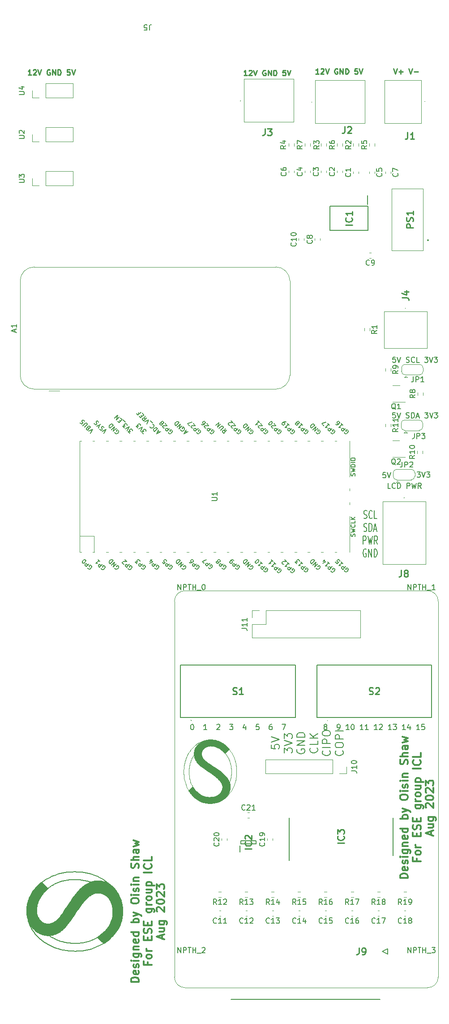
<source format=gbr>
%TF.GenerationSoftware,KiCad,Pcbnew,(6.0.7)*%
%TF.CreationDate,2023-09-07T13:48:48+01:00*%
%TF.ProjectId,CCC_rig_controller,4343435f-7269-4675-9f63-6f6e74726f6c,rev?*%
%TF.SameCoordinates,Original*%
%TF.FileFunction,Legend,Top*%
%TF.FilePolarity,Positive*%
%FSLAX46Y46*%
G04 Gerber Fmt 4.6, Leading zero omitted, Abs format (unit mm)*
G04 Created by KiCad (PCBNEW (6.0.7)) date 2023-09-07 13:48:48*
%MOMM*%
%LPD*%
G01*
G04 APERTURE LIST*
%ADD10C,0.100000*%
%ADD11C,0.300000*%
%ADD12C,0.150000*%
%ADD13C,0.100427*%
%ADD14C,0.200000*%
%ADD15C,0.250000*%
%ADD16C,0.150641*%
%ADD17C,0.254000*%
%ADD18C,0.120000*%
%ADD19C,0.127000*%
G04 APERTURE END LIST*
D10*
X42085786Y-191985786D02*
X42085786Y-120985786D01*
X42085786Y-191985786D02*
G75*
G03*
X44085786Y-193985786I2000000J0D01*
G01*
X91985786Y-120985786D02*
G75*
G03*
X89985786Y-118985786I-2000000J0D01*
G01*
X89985786Y-193985786D02*
G75*
G03*
X91985786Y-191985786I0J2000000D01*
G01*
X91985786Y-120985786D02*
X91985786Y-191985786D01*
X44085786Y-118985786D02*
G75*
G03*
X42085786Y-120985786I0J-2000000D01*
G01*
X89985786Y-193985786D02*
X44085786Y-193985786D01*
X44085786Y-118985786D02*
X89985786Y-118985786D01*
D11*
X86249357Y-173271500D02*
X84749357Y-173271500D01*
X84749357Y-172914357D01*
X84820786Y-172700071D01*
X84963643Y-172557214D01*
X85106500Y-172485786D01*
X85392214Y-172414357D01*
X85606500Y-172414357D01*
X85892214Y-172485786D01*
X86035071Y-172557214D01*
X86177928Y-172700071D01*
X86249357Y-172914357D01*
X86249357Y-173271500D01*
X86177928Y-171200071D02*
X86249357Y-171342928D01*
X86249357Y-171628643D01*
X86177928Y-171771500D01*
X86035071Y-171842928D01*
X85463643Y-171842928D01*
X85320786Y-171771500D01*
X85249357Y-171628643D01*
X85249357Y-171342928D01*
X85320786Y-171200071D01*
X85463643Y-171128643D01*
X85606500Y-171128643D01*
X85749357Y-171842928D01*
X86177928Y-170557214D02*
X86249357Y-170414357D01*
X86249357Y-170128643D01*
X86177928Y-169985786D01*
X86035071Y-169914357D01*
X85963643Y-169914357D01*
X85820786Y-169985786D01*
X85749357Y-170128643D01*
X85749357Y-170342928D01*
X85677928Y-170485786D01*
X85535071Y-170557214D01*
X85463643Y-170557214D01*
X85320786Y-170485786D01*
X85249357Y-170342928D01*
X85249357Y-170128643D01*
X85320786Y-169985786D01*
X86249357Y-169271500D02*
X85249357Y-169271500D01*
X84749357Y-169271500D02*
X84820786Y-169342928D01*
X84892214Y-169271500D01*
X84820786Y-169200071D01*
X84749357Y-169271500D01*
X84892214Y-169271500D01*
X85249357Y-167914357D02*
X86463643Y-167914357D01*
X86606500Y-167985786D01*
X86677928Y-168057214D01*
X86749357Y-168200071D01*
X86749357Y-168414357D01*
X86677928Y-168557214D01*
X86177928Y-167914357D02*
X86249357Y-168057214D01*
X86249357Y-168342928D01*
X86177928Y-168485786D01*
X86106500Y-168557214D01*
X85963643Y-168628643D01*
X85535071Y-168628643D01*
X85392214Y-168557214D01*
X85320786Y-168485786D01*
X85249357Y-168342928D01*
X85249357Y-168057214D01*
X85320786Y-167914357D01*
X85249357Y-167200071D02*
X86249357Y-167200071D01*
X85392214Y-167200071D02*
X85320786Y-167128643D01*
X85249357Y-166985786D01*
X85249357Y-166771500D01*
X85320786Y-166628643D01*
X85463643Y-166557214D01*
X86249357Y-166557214D01*
X86177928Y-165271500D02*
X86249357Y-165414357D01*
X86249357Y-165700071D01*
X86177928Y-165842928D01*
X86035071Y-165914357D01*
X85463643Y-165914357D01*
X85320786Y-165842928D01*
X85249357Y-165700071D01*
X85249357Y-165414357D01*
X85320786Y-165271500D01*
X85463643Y-165200071D01*
X85606500Y-165200071D01*
X85749357Y-165914357D01*
X86249357Y-163914357D02*
X84749357Y-163914357D01*
X86177928Y-163914357D02*
X86249357Y-164057214D01*
X86249357Y-164342928D01*
X86177928Y-164485786D01*
X86106500Y-164557214D01*
X85963643Y-164628643D01*
X85535071Y-164628643D01*
X85392214Y-164557214D01*
X85320786Y-164485786D01*
X85249357Y-164342928D01*
X85249357Y-164057214D01*
X85320786Y-163914357D01*
X86249357Y-162057214D02*
X84749357Y-162057214D01*
X85320786Y-162057214D02*
X85249357Y-161914357D01*
X85249357Y-161628643D01*
X85320786Y-161485786D01*
X85392214Y-161414357D01*
X85535071Y-161342928D01*
X85963643Y-161342928D01*
X86106500Y-161414357D01*
X86177928Y-161485786D01*
X86249357Y-161628643D01*
X86249357Y-161914357D01*
X86177928Y-162057214D01*
X85249357Y-160842928D02*
X86249357Y-160485786D01*
X85249357Y-160128643D02*
X86249357Y-160485786D01*
X86606500Y-160628643D01*
X86677928Y-160700071D01*
X86749357Y-160842928D01*
X84749357Y-158128643D02*
X84749357Y-157842928D01*
X84820786Y-157700071D01*
X84963643Y-157557214D01*
X85249357Y-157485786D01*
X85749357Y-157485786D01*
X86035071Y-157557214D01*
X86177928Y-157700071D01*
X86249357Y-157842928D01*
X86249357Y-158128643D01*
X86177928Y-158271500D01*
X86035071Y-158414357D01*
X85749357Y-158485786D01*
X85249357Y-158485786D01*
X84963643Y-158414357D01*
X84820786Y-158271500D01*
X84749357Y-158128643D01*
X86249357Y-156842928D02*
X85249357Y-156842928D01*
X84749357Y-156842928D02*
X84820786Y-156914357D01*
X84892214Y-156842928D01*
X84820786Y-156771500D01*
X84749357Y-156842928D01*
X84892214Y-156842928D01*
X86177928Y-156200071D02*
X86249357Y-156057214D01*
X86249357Y-155771500D01*
X86177928Y-155628643D01*
X86035071Y-155557214D01*
X85963643Y-155557214D01*
X85820786Y-155628643D01*
X85749357Y-155771500D01*
X85749357Y-155985786D01*
X85677928Y-156128643D01*
X85535071Y-156200071D01*
X85463643Y-156200071D01*
X85320786Y-156128643D01*
X85249357Y-155985786D01*
X85249357Y-155771500D01*
X85320786Y-155628643D01*
X86249357Y-154914357D02*
X85249357Y-154914357D01*
X84749357Y-154914357D02*
X84820786Y-154985786D01*
X84892214Y-154914357D01*
X84820786Y-154842928D01*
X84749357Y-154914357D01*
X84892214Y-154914357D01*
X85249357Y-154200071D02*
X86249357Y-154200071D01*
X85392214Y-154200071D02*
X85320786Y-154128643D01*
X85249357Y-153985786D01*
X85249357Y-153771500D01*
X85320786Y-153628643D01*
X85463643Y-153557214D01*
X86249357Y-153557214D01*
X86177928Y-151771500D02*
X86249357Y-151557214D01*
X86249357Y-151200071D01*
X86177928Y-151057214D01*
X86106500Y-150985786D01*
X85963643Y-150914357D01*
X85820786Y-150914357D01*
X85677928Y-150985786D01*
X85606500Y-151057214D01*
X85535071Y-151200071D01*
X85463643Y-151485786D01*
X85392214Y-151628643D01*
X85320786Y-151700071D01*
X85177928Y-151771500D01*
X85035071Y-151771500D01*
X84892214Y-151700071D01*
X84820786Y-151628643D01*
X84749357Y-151485786D01*
X84749357Y-151128643D01*
X84820786Y-150914357D01*
X86249357Y-150271500D02*
X84749357Y-150271500D01*
X86249357Y-149628643D02*
X85463643Y-149628643D01*
X85320786Y-149700071D01*
X85249357Y-149842928D01*
X85249357Y-150057214D01*
X85320786Y-150200071D01*
X85392214Y-150271500D01*
X86249357Y-148271500D02*
X85463643Y-148271500D01*
X85320786Y-148342928D01*
X85249357Y-148485786D01*
X85249357Y-148771500D01*
X85320786Y-148914357D01*
X86177928Y-148271500D02*
X86249357Y-148414357D01*
X86249357Y-148771500D01*
X86177928Y-148914357D01*
X86035071Y-148985786D01*
X85892214Y-148985786D01*
X85749357Y-148914357D01*
X85677928Y-148771500D01*
X85677928Y-148414357D01*
X85606500Y-148271500D01*
X85249357Y-147700071D02*
X86249357Y-147414357D01*
X85535071Y-147128643D01*
X86249357Y-146842928D01*
X85249357Y-146557214D01*
X87878643Y-169592928D02*
X87878643Y-170092928D01*
X88664357Y-170092928D02*
X87164357Y-170092928D01*
X87164357Y-169378643D01*
X88664357Y-168592928D02*
X88592928Y-168735786D01*
X88521500Y-168807214D01*
X88378643Y-168878643D01*
X87950071Y-168878643D01*
X87807214Y-168807214D01*
X87735786Y-168735786D01*
X87664357Y-168592928D01*
X87664357Y-168378643D01*
X87735786Y-168235786D01*
X87807214Y-168164357D01*
X87950071Y-168092928D01*
X88378643Y-168092928D01*
X88521500Y-168164357D01*
X88592928Y-168235786D01*
X88664357Y-168378643D01*
X88664357Y-168592928D01*
X88664357Y-167450071D02*
X87664357Y-167450071D01*
X87950071Y-167450071D02*
X87807214Y-167378643D01*
X87735786Y-167307214D01*
X87664357Y-167164357D01*
X87664357Y-167021500D01*
X87878643Y-165378643D02*
X87878643Y-164878643D01*
X88664357Y-164664357D02*
X88664357Y-165378643D01*
X87164357Y-165378643D01*
X87164357Y-164664357D01*
X88592928Y-164092928D02*
X88664357Y-163878643D01*
X88664357Y-163521500D01*
X88592928Y-163378643D01*
X88521500Y-163307214D01*
X88378643Y-163235786D01*
X88235786Y-163235786D01*
X88092928Y-163307214D01*
X88021500Y-163378643D01*
X87950071Y-163521500D01*
X87878643Y-163807214D01*
X87807214Y-163950071D01*
X87735786Y-164021500D01*
X87592928Y-164092928D01*
X87450071Y-164092928D01*
X87307214Y-164021500D01*
X87235786Y-163950071D01*
X87164357Y-163807214D01*
X87164357Y-163450071D01*
X87235786Y-163235786D01*
X87878643Y-162592928D02*
X87878643Y-162092928D01*
X88664357Y-161878643D02*
X88664357Y-162592928D01*
X87164357Y-162592928D01*
X87164357Y-161878643D01*
X87664357Y-159450071D02*
X88878643Y-159450071D01*
X89021500Y-159521500D01*
X89092928Y-159592928D01*
X89164357Y-159735786D01*
X89164357Y-159950071D01*
X89092928Y-160092928D01*
X88592928Y-159450071D02*
X88664357Y-159592928D01*
X88664357Y-159878643D01*
X88592928Y-160021500D01*
X88521500Y-160092928D01*
X88378643Y-160164357D01*
X87950071Y-160164357D01*
X87807214Y-160092928D01*
X87735786Y-160021500D01*
X87664357Y-159878643D01*
X87664357Y-159592928D01*
X87735786Y-159450071D01*
X88664357Y-158735786D02*
X87664357Y-158735786D01*
X87950071Y-158735786D02*
X87807214Y-158664357D01*
X87735786Y-158592928D01*
X87664357Y-158450071D01*
X87664357Y-158307214D01*
X88664357Y-157592928D02*
X88592928Y-157735786D01*
X88521500Y-157807214D01*
X88378643Y-157878643D01*
X87950071Y-157878643D01*
X87807214Y-157807214D01*
X87735786Y-157735786D01*
X87664357Y-157592928D01*
X87664357Y-157378643D01*
X87735786Y-157235786D01*
X87807214Y-157164357D01*
X87950071Y-157092928D01*
X88378643Y-157092928D01*
X88521500Y-157164357D01*
X88592928Y-157235786D01*
X88664357Y-157378643D01*
X88664357Y-157592928D01*
X87664357Y-155807214D02*
X88664357Y-155807214D01*
X87664357Y-156450071D02*
X88450071Y-156450071D01*
X88592928Y-156378643D01*
X88664357Y-156235786D01*
X88664357Y-156021500D01*
X88592928Y-155878643D01*
X88521500Y-155807214D01*
X87664357Y-155092928D02*
X89164357Y-155092928D01*
X87735786Y-155092928D02*
X87664357Y-154950071D01*
X87664357Y-154664357D01*
X87735786Y-154521500D01*
X87807214Y-154450071D01*
X87950071Y-154378643D01*
X88378643Y-154378643D01*
X88521500Y-154450071D01*
X88592928Y-154521500D01*
X88664357Y-154664357D01*
X88664357Y-154950071D01*
X88592928Y-155092928D01*
X88664357Y-152592928D02*
X87164357Y-152592928D01*
X88521500Y-151021500D02*
X88592928Y-151092928D01*
X88664357Y-151307214D01*
X88664357Y-151450071D01*
X88592928Y-151664357D01*
X88450071Y-151807214D01*
X88307214Y-151878643D01*
X88021500Y-151950071D01*
X87807214Y-151950071D01*
X87521500Y-151878643D01*
X87378643Y-151807214D01*
X87235786Y-151664357D01*
X87164357Y-151450071D01*
X87164357Y-151307214D01*
X87235786Y-151092928D01*
X87307214Y-151021500D01*
X88664357Y-149664357D02*
X88664357Y-150378643D01*
X87164357Y-150378643D01*
X90650786Y-165128643D02*
X90650786Y-164414357D01*
X91079357Y-165271500D02*
X89579357Y-164771500D01*
X91079357Y-164271500D01*
X90079357Y-163128643D02*
X91079357Y-163128643D01*
X90079357Y-163771500D02*
X90865071Y-163771500D01*
X91007928Y-163700071D01*
X91079357Y-163557214D01*
X91079357Y-163342928D01*
X91007928Y-163200071D01*
X90936500Y-163128643D01*
X90079357Y-161771500D02*
X91293643Y-161771500D01*
X91436500Y-161842928D01*
X91507928Y-161914357D01*
X91579357Y-162057214D01*
X91579357Y-162271500D01*
X91507928Y-162414357D01*
X91007928Y-161771500D02*
X91079357Y-161914357D01*
X91079357Y-162200071D01*
X91007928Y-162342928D01*
X90936500Y-162414357D01*
X90793643Y-162485786D01*
X90365071Y-162485786D01*
X90222214Y-162414357D01*
X90150786Y-162342928D01*
X90079357Y-162200071D01*
X90079357Y-161914357D01*
X90150786Y-161771500D01*
X89722214Y-159985786D02*
X89650786Y-159914357D01*
X89579357Y-159771500D01*
X89579357Y-159414357D01*
X89650786Y-159271500D01*
X89722214Y-159200071D01*
X89865071Y-159128643D01*
X90007928Y-159128643D01*
X90222214Y-159200071D01*
X91079357Y-160057214D01*
X91079357Y-159128643D01*
X89579357Y-158200071D02*
X89579357Y-158057214D01*
X89650786Y-157914357D01*
X89722214Y-157842928D01*
X89865071Y-157771500D01*
X90150786Y-157700071D01*
X90507928Y-157700071D01*
X90793643Y-157771500D01*
X90936500Y-157842928D01*
X91007928Y-157914357D01*
X91079357Y-158057214D01*
X91079357Y-158200071D01*
X91007928Y-158342928D01*
X90936500Y-158414357D01*
X90793643Y-158485786D01*
X90507928Y-158557214D01*
X90150786Y-158557214D01*
X89865071Y-158485786D01*
X89722214Y-158414357D01*
X89650786Y-158342928D01*
X89579357Y-158200071D01*
X89722214Y-157128643D02*
X89650786Y-157057214D01*
X89579357Y-156914357D01*
X89579357Y-156557214D01*
X89650786Y-156414357D01*
X89722214Y-156342928D01*
X89865071Y-156271500D01*
X90007928Y-156271500D01*
X90222214Y-156342928D01*
X91079357Y-157200071D01*
X91079357Y-156271500D01*
X89579357Y-155771500D02*
X89579357Y-154842928D01*
X90150786Y-155342928D01*
X90150786Y-155128643D01*
X90222214Y-154985786D01*
X90293643Y-154914357D01*
X90436500Y-154842928D01*
X90793643Y-154842928D01*
X90936500Y-154914357D01*
X91007928Y-154985786D01*
X91079357Y-155128643D01*
X91079357Y-155557214D01*
X91007928Y-155700071D01*
X90936500Y-155771500D01*
D12*
X45391500Y-144238166D02*
X45486738Y-144238166D01*
X45581976Y-144285786D01*
X45629595Y-144333405D01*
X45677214Y-144428643D01*
X45724833Y-144619119D01*
X45724833Y-144857214D01*
X45677214Y-145047690D01*
X45629595Y-145142928D01*
X45581976Y-145190547D01*
X45486738Y-145238166D01*
X45391500Y-145238166D01*
X45296262Y-145190547D01*
X45248643Y-145142928D01*
X45201024Y-145047690D01*
X45153405Y-144857214D01*
X45153405Y-144619119D01*
X45201024Y-144428643D01*
X45248643Y-144333405D01*
X45296262Y-144285786D01*
X45391500Y-144238166D01*
X48201024Y-145238166D02*
X47629595Y-145238166D01*
X47915309Y-145238166D02*
X47915309Y-144238166D01*
X47820071Y-144381024D01*
X47724833Y-144476262D01*
X47629595Y-144523881D01*
X50105785Y-144333405D02*
X50153405Y-144285786D01*
X50248643Y-144238166D01*
X50486738Y-144238166D01*
X50581976Y-144285786D01*
X50629595Y-144333405D01*
X50677214Y-144428643D01*
X50677214Y-144523881D01*
X50629595Y-144666738D01*
X50058166Y-145238166D01*
X50677214Y-145238166D01*
X52534357Y-144238166D02*
X53153405Y-144238166D01*
X52820071Y-144619119D01*
X52962928Y-144619119D01*
X53058166Y-144666738D01*
X53105785Y-144714357D01*
X53153405Y-144809595D01*
X53153405Y-145047690D01*
X53105785Y-145142928D01*
X53058166Y-145190547D01*
X52962928Y-145238166D01*
X52677214Y-145238166D01*
X52581976Y-145190547D01*
X52534357Y-145142928D01*
X55534357Y-144571500D02*
X55534357Y-145238166D01*
X55296262Y-144190547D02*
X55058166Y-144904833D01*
X55677214Y-144904833D01*
X58058166Y-144238166D02*
X57581976Y-144238166D01*
X57534357Y-144714357D01*
X57581976Y-144666738D01*
X57677214Y-144619119D01*
X57915309Y-144619119D01*
X58010547Y-144666738D01*
X58058166Y-144714357D01*
X58105785Y-144809595D01*
X58105785Y-145047690D01*
X58058166Y-145142928D01*
X58010547Y-145190547D01*
X57915309Y-145238166D01*
X57677214Y-145238166D01*
X57581976Y-145190547D01*
X57534357Y-145142928D01*
X60486738Y-144238166D02*
X60296262Y-144238166D01*
X60201024Y-144285786D01*
X60153405Y-144333405D01*
X60058166Y-144476262D01*
X60010547Y-144666738D01*
X60010547Y-145047690D01*
X60058166Y-145142928D01*
X60105785Y-145190547D01*
X60201024Y-145238166D01*
X60391500Y-145238166D01*
X60486738Y-145190547D01*
X60534357Y-145142928D01*
X60581976Y-145047690D01*
X60581976Y-144809595D01*
X60534357Y-144714357D01*
X60486738Y-144666738D01*
X60391500Y-144619119D01*
X60201024Y-144619119D01*
X60105785Y-144666738D01*
X60058166Y-144714357D01*
X60010547Y-144809595D01*
X62439119Y-144238166D02*
X63105785Y-144238166D01*
X62677214Y-145238166D01*
X70552452Y-144666738D02*
X70457214Y-144619119D01*
X70409595Y-144571500D01*
X70361976Y-144476262D01*
X70361976Y-144428643D01*
X70409595Y-144333405D01*
X70457214Y-144285786D01*
X70552452Y-144238166D01*
X70742928Y-144238166D01*
X70838166Y-144285786D01*
X70885786Y-144333405D01*
X70933405Y-144428643D01*
X70933405Y-144476262D01*
X70885786Y-144571500D01*
X70838166Y-144619119D01*
X70742928Y-144666738D01*
X70552452Y-144666738D01*
X70457214Y-144714357D01*
X70409595Y-144761976D01*
X70361976Y-144857214D01*
X70361976Y-145047690D01*
X70409595Y-145142928D01*
X70457214Y-145190547D01*
X70552452Y-145238166D01*
X70742928Y-145238166D01*
X70838166Y-145190547D01*
X70885786Y-145142928D01*
X70933405Y-145047690D01*
X70933405Y-144857214D01*
X70885786Y-144761976D01*
X70838166Y-144714357D01*
X70742928Y-144666738D01*
X72933405Y-145238166D02*
X73123881Y-145238166D01*
X73219119Y-145190547D01*
X73266738Y-145142928D01*
X73361976Y-145000071D01*
X73409595Y-144809595D01*
X73409595Y-144428643D01*
X73361976Y-144333405D01*
X73314357Y-144285786D01*
X73219119Y-144238166D01*
X73028643Y-144238166D01*
X72933405Y-144285786D01*
X72885786Y-144333405D01*
X72838166Y-144428643D01*
X72838166Y-144666738D01*
X72885786Y-144761976D01*
X72933405Y-144809595D01*
X73028643Y-144857214D01*
X73219119Y-144857214D01*
X73314357Y-144809595D01*
X73361976Y-144761976D01*
X73409595Y-144666738D01*
X75123881Y-145238166D02*
X74552452Y-145238166D01*
X74838166Y-145238166D02*
X74838166Y-144238166D01*
X74742928Y-144381024D01*
X74647690Y-144476262D01*
X74552452Y-144523881D01*
X75742928Y-144238166D02*
X75838166Y-144238166D01*
X75933405Y-144285786D01*
X75981024Y-144333405D01*
X76028643Y-144428643D01*
X76076262Y-144619119D01*
X76076262Y-144857214D01*
X76028643Y-145047690D01*
X75981024Y-145142928D01*
X75933405Y-145190547D01*
X75838166Y-145238166D01*
X75742928Y-145238166D01*
X75647690Y-145190547D01*
X75600071Y-145142928D01*
X75552452Y-145047690D01*
X75504833Y-144857214D01*
X75504833Y-144619119D01*
X75552452Y-144428643D01*
X75600071Y-144333405D01*
X75647690Y-144285786D01*
X75742928Y-144238166D01*
X77790547Y-145238166D02*
X77219119Y-145238166D01*
X77504833Y-145238166D02*
X77504833Y-144238166D01*
X77409595Y-144381024D01*
X77314357Y-144476262D01*
X77219119Y-144523881D01*
X78742928Y-145238166D02*
X78171500Y-145238166D01*
X78457214Y-145238166D02*
X78457214Y-144238166D01*
X78361976Y-144381024D01*
X78266738Y-144476262D01*
X78171500Y-144523881D01*
X80457214Y-145238166D02*
X79885786Y-145238166D01*
X80171500Y-145238166D02*
X80171500Y-144238166D01*
X80076262Y-144381024D01*
X79981024Y-144476262D01*
X79885786Y-144523881D01*
X80838166Y-144333405D02*
X80885786Y-144285786D01*
X80981024Y-144238166D01*
X81219119Y-144238166D01*
X81314357Y-144285786D01*
X81361976Y-144333405D01*
X81409595Y-144428643D01*
X81409595Y-144523881D01*
X81361976Y-144666738D01*
X80790547Y-145238166D01*
X81409595Y-145238166D01*
X83123881Y-145238166D02*
X82552452Y-145238166D01*
X82838166Y-145238166D02*
X82838166Y-144238166D01*
X82742928Y-144381024D01*
X82647690Y-144476262D01*
X82552452Y-144523881D01*
X83457214Y-144238166D02*
X84076262Y-144238166D01*
X83742928Y-144619119D01*
X83885786Y-144619119D01*
X83981024Y-144666738D01*
X84028643Y-144714357D01*
X84076262Y-144809595D01*
X84076262Y-145047690D01*
X84028643Y-145142928D01*
X83981024Y-145190547D01*
X83885786Y-145238166D01*
X83600071Y-145238166D01*
X83504833Y-145190547D01*
X83457214Y-145142928D01*
X85790547Y-145238166D02*
X85219119Y-145238166D01*
X85504833Y-145238166D02*
X85504833Y-144238166D01*
X85409595Y-144381024D01*
X85314357Y-144476262D01*
X85219119Y-144523881D01*
X86647690Y-144571500D02*
X86647690Y-145238166D01*
X86409595Y-144190547D02*
X86171500Y-144904833D01*
X86790547Y-144904833D01*
X88457214Y-145238166D02*
X87885785Y-145238166D01*
X88171500Y-145238166D02*
X88171500Y-144238166D01*
X88076262Y-144381024D01*
X87981024Y-144476262D01*
X87885785Y-144523881D01*
X89361976Y-144238166D02*
X88885785Y-144238166D01*
X88838166Y-144714357D01*
X88885785Y-144666738D01*
X88981024Y-144619119D01*
X89219119Y-144619119D01*
X89314357Y-144666738D01*
X89361976Y-144714357D01*
X89409595Y-144809595D01*
X89409595Y-145047690D01*
X89361976Y-145142928D01*
X89314357Y-145190547D01*
X89219119Y-145238166D01*
X88981024Y-145238166D01*
X88885785Y-145190547D01*
X88838166Y-145142928D01*
X60426857Y-148071500D02*
X60426857Y-148785786D01*
X61141143Y-148857214D01*
X61069714Y-148785786D01*
X60998286Y-148642928D01*
X60998286Y-148285786D01*
X61069714Y-148142928D01*
X61141143Y-148071500D01*
X61284000Y-148000071D01*
X61641143Y-148000071D01*
X61784000Y-148071500D01*
X61855428Y-148142928D01*
X61926857Y-148285786D01*
X61926857Y-148642928D01*
X61855428Y-148785786D01*
X61784000Y-148857214D01*
X60426857Y-147571500D02*
X61926857Y-147071500D01*
X60426857Y-146571500D01*
X62841857Y-149642928D02*
X62841857Y-148714357D01*
X63413286Y-149214357D01*
X63413286Y-149000071D01*
X63484714Y-148857214D01*
X63556143Y-148785786D01*
X63699000Y-148714357D01*
X64056143Y-148714357D01*
X64199000Y-148785786D01*
X64270428Y-148857214D01*
X64341857Y-149000071D01*
X64341857Y-149428643D01*
X64270428Y-149571500D01*
X64199000Y-149642928D01*
X62841857Y-148285786D02*
X64341857Y-147785786D01*
X62841857Y-147285786D01*
X62841857Y-146928643D02*
X62841857Y-146000071D01*
X63413286Y-146500071D01*
X63413286Y-146285786D01*
X63484714Y-146142928D01*
X63556143Y-146071500D01*
X63699000Y-146000071D01*
X64056143Y-146000071D01*
X64199000Y-146071500D01*
X64270428Y-146142928D01*
X64341857Y-146285786D01*
X64341857Y-146714357D01*
X64270428Y-146857214D01*
X64199000Y-146928643D01*
X65328286Y-148928643D02*
X65256857Y-149071500D01*
X65256857Y-149285786D01*
X65328286Y-149500071D01*
X65471143Y-149642928D01*
X65614000Y-149714357D01*
X65899714Y-149785786D01*
X66114000Y-149785786D01*
X66399714Y-149714357D01*
X66542571Y-149642928D01*
X66685428Y-149500071D01*
X66756857Y-149285786D01*
X66756857Y-149142928D01*
X66685428Y-148928643D01*
X66614000Y-148857214D01*
X66114000Y-148857214D01*
X66114000Y-149142928D01*
X66756857Y-148214357D02*
X65256857Y-148214357D01*
X66756857Y-147357214D01*
X65256857Y-147357214D01*
X66756857Y-146642928D02*
X65256857Y-146642928D01*
X65256857Y-146285786D01*
X65328286Y-146071500D01*
X65471143Y-145928643D01*
X65614000Y-145857214D01*
X65899714Y-145785786D01*
X66114000Y-145785786D01*
X66399714Y-145857214D01*
X66542571Y-145928643D01*
X66685428Y-146071500D01*
X66756857Y-146285786D01*
X66756857Y-146642928D01*
X69029000Y-148678643D02*
X69100428Y-148750071D01*
X69171857Y-148964357D01*
X69171857Y-149107214D01*
X69100428Y-149321500D01*
X68957571Y-149464357D01*
X68814714Y-149535786D01*
X68529000Y-149607214D01*
X68314714Y-149607214D01*
X68029000Y-149535786D01*
X67886143Y-149464357D01*
X67743286Y-149321500D01*
X67671857Y-149107214D01*
X67671857Y-148964357D01*
X67743286Y-148750071D01*
X67814714Y-148678643D01*
X69171857Y-147321500D02*
X69171857Y-148035786D01*
X67671857Y-148035786D01*
X69171857Y-146821500D02*
X67671857Y-146821500D01*
X69171857Y-145964357D02*
X68314714Y-146607214D01*
X67671857Y-145964357D02*
X68529000Y-146821500D01*
X71444000Y-149214357D02*
X71515428Y-149285786D01*
X71586857Y-149500071D01*
X71586857Y-149642928D01*
X71515428Y-149857214D01*
X71372571Y-150000071D01*
X71229714Y-150071500D01*
X70944000Y-150142928D01*
X70729714Y-150142928D01*
X70444000Y-150071500D01*
X70301143Y-150000071D01*
X70158286Y-149857214D01*
X70086857Y-149642928D01*
X70086857Y-149500071D01*
X70158286Y-149285786D01*
X70229714Y-149214357D01*
X71586857Y-148571500D02*
X70086857Y-148571500D01*
X71586857Y-147857214D02*
X70086857Y-147857214D01*
X70086857Y-147285786D01*
X70158286Y-147142928D01*
X70229714Y-147071500D01*
X70372571Y-147000071D01*
X70586857Y-147000071D01*
X70729714Y-147071500D01*
X70801143Y-147142928D01*
X70872571Y-147285786D01*
X70872571Y-147857214D01*
X70086857Y-146071500D02*
X70086857Y-145785786D01*
X70158286Y-145642928D01*
X70301143Y-145500071D01*
X70586857Y-145428643D01*
X71086857Y-145428643D01*
X71372571Y-145500071D01*
X71515428Y-145642928D01*
X71586857Y-145785786D01*
X71586857Y-146071500D01*
X71515428Y-146214357D01*
X71372571Y-146357214D01*
X71086857Y-146428643D01*
X70586857Y-146428643D01*
X70301143Y-146357214D01*
X70158286Y-146214357D01*
X70086857Y-146071500D01*
X73859000Y-149214357D02*
X73930428Y-149285786D01*
X74001857Y-149500071D01*
X74001857Y-149642928D01*
X73930428Y-149857214D01*
X73787571Y-150000071D01*
X73644714Y-150071500D01*
X73359000Y-150142928D01*
X73144714Y-150142928D01*
X72859000Y-150071500D01*
X72716143Y-150000071D01*
X72573286Y-149857214D01*
X72501857Y-149642928D01*
X72501857Y-149500071D01*
X72573286Y-149285786D01*
X72644714Y-149214357D01*
X72501857Y-148285786D02*
X72501857Y-148000071D01*
X72573286Y-147857214D01*
X72716143Y-147714357D01*
X73001857Y-147642928D01*
X73501857Y-147642928D01*
X73787571Y-147714357D01*
X73930428Y-147857214D01*
X74001857Y-148000071D01*
X74001857Y-148285786D01*
X73930428Y-148428643D01*
X73787571Y-148571500D01*
X73501857Y-148642928D01*
X73001857Y-148642928D01*
X72716143Y-148571500D01*
X72573286Y-148428643D01*
X72501857Y-148285786D01*
X74001857Y-147000071D02*
X72501857Y-147000071D01*
X72501857Y-146428643D01*
X72573286Y-146285786D01*
X72644714Y-146214357D01*
X72787571Y-146142928D01*
X73001857Y-146142928D01*
X73144714Y-146214357D01*
X73216143Y-146285786D01*
X73287571Y-146428643D01*
X73287571Y-147000071D01*
X74001857Y-145500071D02*
X72501857Y-145500071D01*
D13*
X47961900Y-147251466D02*
X48121509Y-147223348D01*
X47491845Y-147373313D02*
X47647068Y-147326449D01*
X47185786Y-147485786D02*
X47338085Y-147426425D01*
X47034950Y-147551395D02*
X47185786Y-147485786D01*
X46446228Y-147876317D02*
X46591215Y-147785714D01*
X46302703Y-147973168D02*
X46446228Y-147876317D01*
X45891112Y-148291751D02*
X46024578Y-148180764D01*
X45635374Y-148528103D02*
X45761378Y-148407531D01*
X45513102Y-148653467D02*
X45635374Y-148528103D01*
X45279750Y-148918574D02*
X45394560Y-148783624D01*
X45168671Y-149058316D02*
X45279750Y-148918574D01*
X45061323Y-149202851D02*
X45168671Y-149058316D01*
X44957706Y-149352178D02*
X45061323Y-149202851D01*
X47338085Y-147426425D02*
X47491845Y-147373313D01*
X44415875Y-150347331D02*
X44495590Y-150170704D01*
X44148444Y-151072643D02*
X44207588Y-150888494D01*
X44669243Y-149828916D02*
X44761666Y-149665211D01*
X44094443Y-151258672D02*
X44148444Y-151072643D01*
X44045586Y-151446582D02*
X44094443Y-151258672D01*
X43859985Y-153828326D02*
X43842967Y-153528215D01*
X44041504Y-154971744D02*
X43979107Y-154694444D01*
X44200332Y-155509238D02*
X44115246Y-155243342D01*
D14*
G36*
X44854859Y-156841815D02*
G01*
X44854858Y-156841817D01*
X44854858Y-156841813D01*
X44854859Y-156841815D01*
G37*
X44854859Y-156841815D02*
X44854858Y-156841817D01*
X44854858Y-156841813D01*
X44854859Y-156841815D01*
D13*
X44404539Y-156023921D02*
X44296763Y-155769431D01*
X45113585Y-157210836D02*
X44949087Y-156984858D01*
X45289428Y-157431111D02*
X45289428Y-157431111D01*
X45473514Y-157641741D02*
X45289428Y-157431111D01*
X46161775Y-148074570D02*
X46302703Y-147973168D01*
X46056634Y-158192095D02*
X45857117Y-158022233D01*
X46471097Y-158491053D02*
X46261294Y-158348369D01*
X46686043Y-158620149D02*
X46471097Y-158491053D01*
X43842967Y-153528215D02*
X43837295Y-153222401D01*
X47131366Y-158837572D02*
X46906133Y-158735655D01*
X47597261Y-159000640D02*
X47361742Y-158925901D01*
X47837924Y-159061791D02*
X47597261Y-159000640D01*
X48083729Y-159109352D02*
X47837924Y-159061791D01*
X49611277Y-159109079D02*
X49363178Y-159143203D01*
X50092499Y-158999881D02*
X49854384Y-159061305D01*
X50776893Y-158733713D02*
X50553754Y-158836085D01*
X50995041Y-158617691D02*
X50776893Y-158733713D01*
X51619533Y-158187726D02*
X51416361Y-158344697D01*
X51817714Y-158017105D02*
X51619533Y-158187726D01*
X52199102Y-157634914D02*
X52010904Y-157832834D01*
X52558153Y-157201978D02*
X52382308Y-157423344D01*
X53017619Y-156502206D02*
X52875809Y-156741409D01*
X53267204Y-156005966D02*
X53148084Y-156257059D01*
X53374980Y-155748928D02*
X53267204Y-156005966D01*
X46261294Y-158348369D02*
X46056634Y-158192095D01*
X53471410Y-155485945D02*
X53374980Y-155748928D01*
X53556496Y-155217016D02*
X53471410Y-155485945D01*
X53692633Y-154661324D02*
X53630237Y-154942143D01*
X53783390Y-154081850D02*
X53743684Y-154374559D01*
X48445114Y-147185857D02*
X48609109Y-147176484D01*
X53811752Y-153783195D02*
X53783390Y-154081850D01*
X53834441Y-153168049D02*
X53828769Y-153478595D01*
X53556496Y-151106132D02*
X53630237Y-151381946D01*
X43878439Y-152414342D02*
X43901582Y-152217028D01*
X53471410Y-150836566D02*
X53556496Y-151106132D01*
X53374980Y-150573249D02*
X53471410Y-150836566D01*
X53148084Y-150065360D02*
X53267204Y-150316180D01*
X53017619Y-149820788D02*
X53148084Y-150065360D01*
X52722653Y-149350391D02*
X52875809Y-149582465D01*
X52382308Y-148904988D02*
X52382308Y-148904988D01*
X51813025Y-148316505D02*
X52008282Y-148499138D01*
X51612272Y-148147400D02*
X51813025Y-148316505D01*
X45761378Y-148407531D02*
X45891112Y-148291751D01*
X51194280Y-147849777D02*
X51406024Y-147991824D01*
X50977040Y-147721258D02*
X51194280Y-147849777D01*
X50053122Y-147342464D02*
X50292345Y-147416870D01*
X49558187Y-147234237D02*
X49808403Y-147281586D01*
X49041269Y-147180124D02*
X49302476Y-147200416D01*
X48774566Y-147173359D02*
X49041269Y-147180124D01*
X48819793Y-148291535D02*
X48819793Y-148291535D01*
X43860438Y-152613536D02*
X43878439Y-152414342D01*
X48953258Y-148294113D02*
X48819793Y-148291535D01*
X49217465Y-148314739D02*
X49085815Y-148301848D01*
X49478042Y-148355991D02*
X49348207Y-148332787D01*
X49606969Y-148384352D02*
X49478042Y-148355991D01*
X50113601Y-148549360D02*
X49988304Y-148500373D01*
X50361473Y-148662803D02*
X50237991Y-148603503D01*
X46885576Y-147623253D02*
X47034950Y-147551395D01*
X50484048Y-148727260D02*
X50361473Y-148662803D01*
X50605715Y-148796873D02*
X50484048Y-148727260D01*
X50846328Y-148951569D02*
X50846328Y-148951569D01*
X50964038Y-149035803D02*
X50846328Y-148951569D01*
X51401093Y-149407317D02*
X51296897Y-149309251D01*
X52035871Y-150190597D02*
X51955323Y-150068326D01*
X52324279Y-150714261D02*
X52257244Y-150578158D01*
X52448320Y-150992106D02*
X52388367Y-150852152D01*
X52504139Y-151134123D02*
X52448320Y-150992106D01*
X44949087Y-156984858D02*
X44795933Y-156753177D01*
X52603371Y-151424345D02*
X52555822Y-151278202D01*
X43963298Y-151828044D02*
X44001870Y-151636373D01*
X52008282Y-148499138D02*
X52198043Y-148695299D01*
X52686064Y-151722818D02*
X52646784Y-151572550D01*
X52721208Y-151875148D02*
X52686064Y-151722818D01*
X52752218Y-152029541D02*
X52721208Y-151875148D01*
X49348207Y-148332787D02*
X49217465Y-148314739D01*
X52324279Y-150714261D02*
X52324279Y-150714261D01*
X45394560Y-148783624D02*
X45513102Y-148653467D01*
X52820438Y-152505096D02*
X52801833Y-152344515D01*
X50726475Y-148871643D02*
X50605715Y-148796873D01*
X52834909Y-152667740D02*
X52820438Y-152505096D01*
X52845246Y-152832446D02*
X52834909Y-152667740D01*
X52851448Y-152999214D02*
X52845246Y-152832446D01*
X43929869Y-152021596D02*
X43963298Y-151828044D01*
X52853515Y-153168046D02*
X52851448Y-152999214D01*
X52851448Y-153337908D02*
X52853515Y-153168046D01*
X52845246Y-153505829D02*
X52851448Y-153337908D01*
X52834909Y-153671809D02*
X52845246Y-153505829D01*
X44761666Y-149665211D02*
X44857821Y-149506298D01*
X48121509Y-147223348D02*
X48282580Y-147201478D01*
X52820438Y-153835848D02*
X52834909Y-153671809D01*
X49862100Y-148456543D02*
X49734988Y-148417869D01*
X52801833Y-153997945D02*
X52820438Y-153835848D01*
X43979107Y-154694444D02*
X43928055Y-154411440D01*
X52779093Y-154158101D02*
X52801833Y-153997945D01*
X52752218Y-154316316D02*
X52779093Y-154158101D01*
X51501910Y-149508840D02*
X51401093Y-149407317D01*
X49085815Y-148301848D02*
X48953258Y-148294113D01*
X52646784Y-154779312D02*
X52686064Y-154626921D01*
X48282580Y-147201478D02*
X48445114Y-147185857D01*
X52603371Y-154929762D02*
X52646784Y-154779312D01*
X52555822Y-155078270D02*
X52603371Y-154929762D01*
X53630237Y-151381946D02*
X53692633Y-151664009D01*
X52504139Y-155224837D02*
X52555822Y-155078270D01*
X52448320Y-155369462D02*
X52504139Y-155224837D01*
X52388367Y-155512147D02*
X52448320Y-155369462D01*
X48609109Y-147176484D02*
X48774566Y-147173359D01*
X52558153Y-149124565D02*
X52722653Y-149350391D01*
X52257295Y-155790812D02*
X52324279Y-155652890D01*
X45857117Y-158022233D02*
X45662744Y-157838781D01*
X52187032Y-155925034D02*
X52257295Y-155790812D01*
X53811752Y-152547688D02*
X53828769Y-152854744D01*
X46906133Y-158735655D02*
X46686043Y-158620149D01*
X52113493Y-156055555D02*
X52187032Y-155925034D01*
X53267204Y-150316180D02*
X53374980Y-150573249D01*
X51873208Y-156424914D02*
X51956580Y-156305495D01*
X51696632Y-156652651D02*
X51786559Y-156540633D01*
X50325622Y-158924808D02*
X50092499Y-158999881D01*
X51603427Y-156760969D02*
X51696632Y-156652651D01*
X51506946Y-156865586D02*
X51603427Y-156760969D01*
X43837295Y-153222401D02*
X43837295Y-153222401D01*
X48774566Y-147173359D02*
X48774566Y-147173359D01*
X51197838Y-157157234D02*
X51304151Y-157063719D01*
X51088248Y-157247049D02*
X51197838Y-157157234D01*
X43888347Y-154122735D02*
X43859985Y-153828326D01*
X53828769Y-153478595D02*
X53811752Y-153783195D01*
X50975381Y-157333164D02*
X51088248Y-157247049D01*
X52382308Y-157423344D02*
X52199102Y-157634914D01*
X52686064Y-154626921D02*
X52721208Y-154472589D01*
X50859237Y-157415578D02*
X50975381Y-157333164D01*
X50741603Y-157493624D02*
X50859237Y-157415578D01*
X50622658Y-157566635D02*
X50741603Y-157493624D01*
X51208197Y-158488019D02*
X50995041Y-158617691D01*
X51406024Y-147991824D02*
X51612272Y-148147400D01*
X50380837Y-157697552D02*
X50502403Y-157634611D01*
X50008273Y-157856161D02*
X50133772Y-157808326D01*
X51871397Y-149949513D02*
X51784093Y-149834158D01*
X45289428Y-157431111D02*
X45113585Y-157210836D01*
X49881463Y-157898960D02*
X50008273Y-157856161D01*
X49854384Y-159061305D02*
X49611277Y-159109079D01*
X49753343Y-157936724D02*
X49881463Y-157898960D01*
X49493169Y-157997146D02*
X49623912Y-157969453D01*
X48852004Y-159170502D02*
X48590770Y-159163708D01*
X51078369Y-149123494D02*
X50964038Y-149035803D01*
X49227752Y-158037428D02*
X49361116Y-158019805D01*
X49093077Y-158050016D02*
X49227752Y-158037428D01*
X48819793Y-158060086D02*
X48957090Y-158057568D01*
X49302476Y-147200416D02*
X49558187Y-147234237D01*
X51189322Y-149214644D02*
X51078369Y-149123494D01*
X48819793Y-158060086D02*
X48819793Y-158060086D01*
X52779093Y-152185997D02*
X52752218Y-152029541D01*
X48615133Y-158054626D02*
X48819793Y-158060086D01*
X48414204Y-158038246D02*
X48615133Y-158054626D01*
X48217006Y-158010947D02*
X48414204Y-158038246D01*
X48023539Y-157972728D02*
X48217006Y-158010947D01*
X52382308Y-157423344D02*
X52382308Y-157423344D01*
X44654124Y-156515794D02*
X44523659Y-156272709D01*
X47833803Y-157923589D02*
X48023539Y-157972728D01*
X46591215Y-147785714D02*
X46737665Y-147701359D01*
X47647799Y-157863531D02*
X47833803Y-157923589D01*
X52646784Y-151572550D02*
X52603371Y-151424345D01*
X47465525Y-157792553D02*
X47647799Y-157863531D01*
X47803753Y-147285833D02*
X47961900Y-147251466D01*
X43901582Y-152217028D02*
X43929869Y-152021596D01*
X47286983Y-157710655D02*
X47465525Y-157792553D01*
X49988304Y-148500373D02*
X49862100Y-148456543D01*
X48590770Y-159163708D02*
X48334678Y-159143324D01*
X48774566Y-147173359D02*
X48774566Y-147173359D01*
X48852004Y-159170502D02*
X48852004Y-159170502D01*
X50553754Y-158836085D02*
X50325622Y-158924808D01*
X46302703Y-147973168D02*
X46302703Y-147973168D01*
X51693410Y-149722261D02*
X51599349Y-149613821D01*
X46773743Y-157399443D02*
X46941092Y-157514100D01*
X46941092Y-157514100D02*
X47112172Y-157617837D01*
X51784093Y-149834158D02*
X51693410Y-149722261D01*
X46610125Y-157273866D02*
X46773743Y-157399443D01*
X46450238Y-157137370D02*
X46610125Y-157273866D01*
X46294083Y-156989953D02*
X46450238Y-157137370D01*
X46141658Y-156831617D02*
X46294083Y-156989953D01*
X45992965Y-156662362D02*
X46141658Y-156831617D01*
X50526073Y-147504804D02*
X50754304Y-147606267D01*
X45992965Y-156662362D02*
X45992965Y-156662362D01*
X43839866Y-153017565D02*
X43847581Y-152814610D01*
X50257959Y-157755457D02*
X50380837Y-157697552D01*
X47361742Y-158925901D02*
X47131366Y-158837572D01*
X45851507Y-156484218D02*
X45992965Y-156662362D01*
X45719177Y-156301160D02*
X45851507Y-156484218D01*
X45595972Y-156113189D02*
X45719177Y-156301160D01*
X45481894Y-155920304D02*
X45595972Y-156113189D01*
X48957090Y-158057568D02*
X49093077Y-158050016D01*
X52113040Y-150316326D02*
X52035871Y-150190597D01*
X45376943Y-155722505D02*
X45481894Y-155920304D01*
X47112172Y-157617837D02*
X47286983Y-157710655D01*
X45116847Y-155099625D02*
X45194420Y-155312165D01*
X45048401Y-154882170D02*
X45116847Y-155099625D01*
X44523659Y-156272709D02*
X44404539Y-156023921D01*
X52853515Y-153168046D02*
X52853515Y-153168046D01*
X44989082Y-154659802D02*
X45048401Y-154882170D01*
X44938888Y-154432520D02*
X44989082Y-154659802D01*
X44897821Y-154200324D02*
X44938888Y-154432520D01*
X46737665Y-147701359D02*
X46885576Y-147623253D01*
X52875809Y-156741409D02*
X52722653Y-156974666D01*
X44865880Y-153963214D02*
X44897821Y-154200324D01*
X44843065Y-153721190D02*
X44865880Y-153963214D01*
X50754304Y-147606267D02*
X50977040Y-147721258D01*
X45194420Y-155312165D02*
X45281118Y-155519792D01*
X44207588Y-150888494D02*
X44271874Y-150706225D01*
X52382308Y-148904988D02*
X52558153Y-149124565D01*
X46024578Y-148180764D02*
X46161775Y-148074570D01*
X52721208Y-154472589D02*
X52752218Y-154316316D01*
X44271874Y-150706225D02*
X44341303Y-150525838D01*
X44824813Y-153222401D02*
X44829376Y-153474253D01*
X44876494Y-152388407D02*
X44857889Y-152551202D01*
X47647068Y-147326449D02*
X47803753Y-147285833D01*
X52186831Y-150445513D02*
X52113040Y-150316326D01*
X44926108Y-152068824D02*
X44899234Y-152227615D01*
X44833082Y-152882798D02*
X44826880Y-153051599D01*
X52324279Y-155652890D02*
X52324279Y-155652890D01*
X50292345Y-147416870D02*
X50526073Y-147504804D01*
X44957116Y-151912035D02*
X44926108Y-152068824D01*
X45031536Y-151604462D02*
X44992259Y-151757248D01*
X44826880Y-153051599D02*
X44824813Y-153222401D01*
X52324279Y-155652890D02*
X52388367Y-155512147D01*
X43837295Y-153222401D02*
X43839866Y-153017565D01*
X51955323Y-150068326D02*
X51871397Y-149949513D01*
X51304151Y-157063719D02*
X51407187Y-156966503D01*
X45122493Y-151304898D02*
X45074948Y-151453679D01*
X44824813Y-153222401D02*
X44824813Y-153222401D01*
X45229987Y-151013340D02*
X45174173Y-151158118D01*
X49361116Y-158019805D02*
X49493169Y-157997146D01*
X52388367Y-150852152D02*
X52324279Y-150714261D01*
X44580551Y-149997414D02*
X44669243Y-149828916D01*
X53743684Y-151952320D02*
X53783390Y-152246880D01*
X45289936Y-150870564D02*
X45229987Y-151013340D01*
X49808403Y-147281586D02*
X50053122Y-147342464D01*
X45421787Y-150591808D02*
X45354019Y-150729790D01*
X45492783Y-150457404D02*
X45421787Y-150591808D01*
X53630237Y-154942143D02*
X53556496Y-155217016D01*
X50859237Y-157415578D02*
X50859237Y-157415578D01*
X53783390Y-152246880D02*
X53811752Y-152547688D01*
X45281118Y-155519792D02*
X45376943Y-155722505D01*
X50846328Y-148951569D02*
X50726475Y-148871643D01*
X45725131Y-150075669D02*
X45644455Y-150199334D01*
X51407187Y-156966503D02*
X51506946Y-156865586D01*
X49734988Y-148417869D02*
X49606969Y-148384352D01*
X45354019Y-150729790D02*
X45354019Y-150729790D01*
D14*
G36*
X49007171Y-147177830D02*
G01*
X49226483Y-147193024D01*
X49336129Y-147204122D01*
X49445640Y-147217629D01*
X49554923Y-147233603D01*
X49663882Y-147252098D01*
X49772422Y-147273173D01*
X49880449Y-147296883D01*
X49987867Y-147323285D01*
X50094582Y-147352436D01*
X50200498Y-147384392D01*
X50305521Y-147419210D01*
X50409556Y-147456946D01*
X50512508Y-147497656D01*
X50614281Y-147541398D01*
X50714782Y-147588227D01*
X50817274Y-147638369D01*
X50921339Y-147692394D01*
X51026809Y-147750539D01*
X51133515Y-147813041D01*
X51241289Y-147880137D01*
X51349963Y-147952066D01*
X51459370Y-148029063D01*
X51569339Y-148111367D01*
X51679704Y-148199215D01*
X51790295Y-148292843D01*
X51900946Y-148392490D01*
X52011486Y-148498392D01*
X52121749Y-148610787D01*
X52231566Y-148729912D01*
X52340768Y-148856004D01*
X52449188Y-148989300D01*
X51715041Y-149750481D01*
X51623523Y-149643053D01*
X51529470Y-149539764D01*
X51433291Y-149440702D01*
X51335389Y-149345952D01*
X51236172Y-149255602D01*
X51136046Y-149169740D01*
X51035417Y-149088450D01*
X50934690Y-149011821D01*
X50834272Y-148939939D01*
X50734569Y-148872890D01*
X50635987Y-148810762D01*
X50538931Y-148753642D01*
X50443809Y-148701616D01*
X50351026Y-148654770D01*
X50260989Y-148613193D01*
X50174102Y-148576970D01*
X50109130Y-148546582D01*
X50042790Y-148518473D01*
X49975175Y-148492556D01*
X49906381Y-148468744D01*
X49836503Y-148446950D01*
X49765635Y-148427088D01*
X49693873Y-148409072D01*
X49621311Y-148392814D01*
X49548044Y-148378228D01*
X49474167Y-148365227D01*
X49324962Y-148343635D01*
X49174456Y-148327345D01*
X49023406Y-148315663D01*
X48925988Y-148312285D01*
X48829861Y-148314444D01*
X48735156Y-148321872D01*
X48642001Y-148334301D01*
X48550526Y-148351464D01*
X48460861Y-148373094D01*
X48373134Y-148398923D01*
X48287475Y-148428683D01*
X48204013Y-148462108D01*
X48122878Y-148498929D01*
X48044199Y-148538879D01*
X47968105Y-148581691D01*
X47894726Y-148627098D01*
X47824190Y-148674831D01*
X47756628Y-148724623D01*
X47692169Y-148776208D01*
X47632347Y-148829343D01*
X47576407Y-148883967D01*
X47524347Y-148940085D01*
X47476162Y-148997700D01*
X47431850Y-149056815D01*
X47391408Y-149117435D01*
X47354832Y-149179564D01*
X47322120Y-149243205D01*
X47293268Y-149308361D01*
X47268273Y-149375038D01*
X47247132Y-149443238D01*
X47229842Y-149512965D01*
X47216399Y-149584224D01*
X47206801Y-149657018D01*
X47201045Y-149731350D01*
X47199127Y-149807225D01*
X47199816Y-149853704D01*
X47201884Y-149900002D01*
X47205330Y-149946117D01*
X47210156Y-149992051D01*
X47216360Y-150037802D01*
X47223942Y-150083372D01*
X47232904Y-150128760D01*
X47243244Y-150173966D01*
X47254962Y-150218990D01*
X47268059Y-150263832D01*
X47282535Y-150308492D01*
X47298390Y-150352970D01*
X47315623Y-150397267D01*
X47334235Y-150441381D01*
X47354225Y-150485314D01*
X47375594Y-150529065D01*
X47398790Y-150572967D01*
X47424261Y-150617354D01*
X47452007Y-150662226D01*
X47482027Y-150707583D01*
X47514322Y-150753426D01*
X47548892Y-150799753D01*
X47585737Y-150846566D01*
X47624856Y-150893864D01*
X47666250Y-150941647D01*
X47709919Y-150989916D01*
X47755863Y-151038669D01*
X47804081Y-151087907D01*
X47854573Y-151137631D01*
X47907340Y-151187839D01*
X47962382Y-151238533D01*
X48019698Y-151289712D01*
X48101869Y-151355080D01*
X48220434Y-151442521D01*
X48375395Y-151552034D01*
X48566753Y-151683620D01*
X48794507Y-151837278D01*
X49058657Y-152013009D01*
X49359205Y-152210812D01*
X49696151Y-152430688D01*
X50100927Y-152700528D01*
X50472613Y-152962849D01*
X50811211Y-153217652D01*
X51116721Y-153464935D01*
X51257069Y-153585757D01*
X51389144Y-153704699D01*
X51512947Y-153821762D01*
X51628479Y-153936944D01*
X51735739Y-154050247D01*
X51834727Y-154161670D01*
X51925443Y-154271213D01*
X52007888Y-154378876D01*
X52083747Y-154485630D01*
X52154712Y-154592444D01*
X52220783Y-154699319D01*
X52281960Y-154806255D01*
X52338242Y-154913252D01*
X52389631Y-155020309D01*
X52436125Y-155127426D01*
X52477725Y-155234605D01*
X52514431Y-155341844D01*
X52546243Y-155449144D01*
X52573161Y-155556504D01*
X52595185Y-155663925D01*
X52612314Y-155771407D01*
X52624549Y-155878949D01*
X52631891Y-155986552D01*
X52634338Y-156094216D01*
X52630133Y-156248177D01*
X52617518Y-156399592D01*
X52596494Y-156548459D01*
X52567061Y-156694780D01*
X52529217Y-156838554D01*
X52482964Y-156979781D01*
X52428301Y-157118461D01*
X52365228Y-157254594D01*
X52293745Y-157388180D01*
X52213853Y-157519220D01*
X52125551Y-157647713D01*
X52028839Y-157773659D01*
X51923717Y-157897059D01*
X51810185Y-158017911D01*
X51688243Y-158136217D01*
X51557891Y-158251977D01*
X51413958Y-158353275D01*
X51269727Y-158449448D01*
X51124726Y-158540335D01*
X50978483Y-158625775D01*
X50830526Y-158705609D01*
X50680385Y-158779675D01*
X50527586Y-158847813D01*
X50371658Y-158909864D01*
X50212129Y-158965666D01*
X50048528Y-159015060D01*
X49880384Y-159057884D01*
X49707223Y-159093979D01*
X49528574Y-159123184D01*
X49343967Y-159145338D01*
X49152928Y-159160282D01*
X48954986Y-159167855D01*
X48801369Y-159168637D01*
X48650582Y-159165106D01*
X48502523Y-159157298D01*
X48357093Y-159145249D01*
X48214191Y-159128993D01*
X48073717Y-159108566D01*
X47935572Y-159084003D01*
X47799653Y-159055340D01*
X47665862Y-159022612D01*
X47534099Y-158985854D01*
X47404262Y-158945102D01*
X47276251Y-158900391D01*
X47149967Y-158851756D01*
X47025310Y-158799233D01*
X46902178Y-158742857D01*
X46780471Y-158682664D01*
X46659131Y-158610144D01*
X46535844Y-158532254D01*
X46411053Y-158448928D01*
X46285207Y-158360103D01*
X46158749Y-158265714D01*
X46032127Y-158165697D01*
X45905784Y-158059988D01*
X45780168Y-157948521D01*
X45655723Y-157831233D01*
X45532896Y-157708059D01*
X45412132Y-157578935D01*
X45293877Y-157443797D01*
X45178576Y-157302580D01*
X45066676Y-157155220D01*
X44958621Y-157001652D01*
X44854859Y-156841815D01*
X45581283Y-156090844D01*
X45664892Y-156223283D01*
X45750910Y-156350650D01*
X45839212Y-156472996D01*
X45929672Y-156590369D01*
X46022167Y-156702819D01*
X46116569Y-156810394D01*
X46212756Y-156913145D01*
X46310602Y-157011120D01*
X46409981Y-157104369D01*
X46510768Y-157192941D01*
X46716070Y-157356250D01*
X46925506Y-157501442D01*
X47138076Y-157628911D01*
X47352781Y-157739051D01*
X47568620Y-157832256D01*
X47784593Y-157908921D01*
X47999700Y-157969439D01*
X48212941Y-158014205D01*
X48423316Y-158043613D01*
X48629824Y-158058057D01*
X48831466Y-158057931D01*
X48993397Y-158049235D01*
X49152878Y-158034718D01*
X49231697Y-158025102D01*
X49309902Y-158013821D01*
X49387490Y-158000805D01*
X49464462Y-157985983D01*
X49540815Y-157969287D01*
X49616549Y-157950646D01*
X49691664Y-157929990D01*
X49766158Y-157907248D01*
X49840030Y-157882352D01*
X49913279Y-157855231D01*
X49985905Y-157825815D01*
X50057906Y-157794034D01*
X50128529Y-157759379D01*
X50197015Y-157723329D01*
X50263364Y-157685885D01*
X50327575Y-157647046D01*
X50389650Y-157606813D01*
X50449587Y-157565185D01*
X50507387Y-157522162D01*
X50563051Y-157477744D01*
X50616577Y-157431932D01*
X50667966Y-157384725D01*
X50717218Y-157336123D01*
X50764334Y-157286127D01*
X50809312Y-157234736D01*
X50852154Y-157181950D01*
X50892858Y-157127769D01*
X50931426Y-157072194D01*
X50967754Y-157015709D01*
X51001738Y-156958799D01*
X51033379Y-156901466D01*
X51062676Y-156843707D01*
X51089629Y-156785525D01*
X51114238Y-156726918D01*
X51136504Y-156667886D01*
X51156427Y-156608430D01*
X51174005Y-156548550D01*
X51189240Y-156488245D01*
X51202131Y-156427515D01*
X51212678Y-156366361D01*
X51220882Y-156304783D01*
X51226742Y-156242780D01*
X51230257Y-156180353D01*
X51231429Y-156117501D01*
X51229706Y-156045796D01*
X51224536Y-155974273D01*
X51215919Y-155902932D01*
X51203855Y-155831773D01*
X51188345Y-155760795D01*
X51169387Y-155690000D01*
X51146984Y-155619387D01*
X51121133Y-155548955D01*
X51091836Y-155478705D01*
X51059092Y-155408638D01*
X51022902Y-155338752D01*
X50983265Y-155269048D01*
X50940182Y-155199526D01*
X50893652Y-155130186D01*
X50843675Y-155061027D01*
X50790252Y-154992051D01*
X50710222Y-154895758D01*
X50622334Y-154797039D01*
X50526586Y-154695894D01*
X50422980Y-154592324D01*
X50311516Y-154486329D01*
X50192193Y-154377907D01*
X50065011Y-154267061D01*
X49929971Y-154153788D01*
X49787073Y-154038090D01*
X49636316Y-153919966D01*
X49477701Y-153799417D01*
X49311228Y-153676442D01*
X49136897Y-153551042D01*
X48954708Y-153423216D01*
X48764661Y-153292964D01*
X48566757Y-153160287D01*
X48180044Y-152899905D01*
X47831657Y-152658200D01*
X47521597Y-152435172D01*
X47249864Y-152230820D01*
X47016458Y-152045146D01*
X46821379Y-151878148D01*
X46664627Y-151729827D01*
X46600624Y-151662670D01*
X46546203Y-151600182D01*
X46462863Y-151498764D01*
X46384901Y-151396315D01*
X46312315Y-151292836D01*
X46245106Y-151188325D01*
X46183274Y-151082784D01*
X46126818Y-150976211D01*
X46075740Y-150868608D01*
X46030038Y-150759975D01*
X45989713Y-150650310D01*
X45954765Y-150539614D01*
X45925193Y-150427888D01*
X45900999Y-150315131D01*
X45882180Y-150201343D01*
X45868739Y-150086524D01*
X45860674Y-149970675D01*
X45857986Y-149853795D01*
X45859571Y-149761170D01*
X45864327Y-149669575D01*
X45872254Y-149579012D01*
X45883352Y-149489479D01*
X45897620Y-149400977D01*
X45915060Y-149313507D01*
X45935670Y-149227067D01*
X45959451Y-149141657D01*
X45986403Y-149057279D01*
X46016526Y-148973932D01*
X46049820Y-148891615D01*
X46086285Y-148810330D01*
X46125921Y-148730075D01*
X46168727Y-148650851D01*
X46214705Y-148572658D01*
X46263854Y-148495495D01*
X46315864Y-148419879D01*
X46370425Y-148346324D01*
X46427535Y-148274831D01*
X46487197Y-148205400D01*
X46549409Y-148138030D01*
X46614171Y-148072723D01*
X46681484Y-148009477D01*
X46751348Y-147948292D01*
X46823762Y-147889170D01*
X46898726Y-147832109D01*
X46976241Y-147777110D01*
X47056305Y-147724173D01*
X47138921Y-147673297D01*
X47224086Y-147624483D01*
X47311802Y-147577730D01*
X47402068Y-147533040D01*
X47495193Y-147489518D01*
X47589276Y-147448290D01*
X47684318Y-147409475D01*
X47780318Y-147373189D01*
X47877277Y-147339550D01*
X47975195Y-147308675D01*
X48074073Y-147280683D01*
X48173909Y-147255690D01*
X48274706Y-147233814D01*
X48376463Y-147215172D01*
X48479179Y-147199883D01*
X48582856Y-147188063D01*
X48687494Y-147179830D01*
X48793092Y-147175302D01*
X48899651Y-147174597D01*
X49007171Y-147177830D01*
G37*
X49007171Y-147177830D02*
X49226483Y-147193024D01*
X49336129Y-147204122D01*
X49445640Y-147217629D01*
X49554923Y-147233603D01*
X49663882Y-147252098D01*
X49772422Y-147273173D01*
X49880449Y-147296883D01*
X49987867Y-147323285D01*
X50094582Y-147352436D01*
X50200498Y-147384392D01*
X50305521Y-147419210D01*
X50409556Y-147456946D01*
X50512508Y-147497656D01*
X50614281Y-147541398D01*
X50714782Y-147588227D01*
X50817274Y-147638369D01*
X50921339Y-147692394D01*
X51026809Y-147750539D01*
X51133515Y-147813041D01*
X51241289Y-147880137D01*
X51349963Y-147952066D01*
X51459370Y-148029063D01*
X51569339Y-148111367D01*
X51679704Y-148199215D01*
X51790295Y-148292843D01*
X51900946Y-148392490D01*
X52011486Y-148498392D01*
X52121749Y-148610787D01*
X52231566Y-148729912D01*
X52340768Y-148856004D01*
X52449188Y-148989300D01*
X51715041Y-149750481D01*
X51623523Y-149643053D01*
X51529470Y-149539764D01*
X51433291Y-149440702D01*
X51335389Y-149345952D01*
X51236172Y-149255602D01*
X51136046Y-149169740D01*
X51035417Y-149088450D01*
X50934690Y-149011821D01*
X50834272Y-148939939D01*
X50734569Y-148872890D01*
X50635987Y-148810762D01*
X50538931Y-148753642D01*
X50443809Y-148701616D01*
X50351026Y-148654770D01*
X50260989Y-148613193D01*
X50174102Y-148576970D01*
X50109130Y-148546582D01*
X50042790Y-148518473D01*
X49975175Y-148492556D01*
X49906381Y-148468744D01*
X49836503Y-148446950D01*
X49765635Y-148427088D01*
X49693873Y-148409072D01*
X49621311Y-148392814D01*
X49548044Y-148378228D01*
X49474167Y-148365227D01*
X49324962Y-148343635D01*
X49174456Y-148327345D01*
X49023406Y-148315663D01*
X48925988Y-148312285D01*
X48829861Y-148314444D01*
X48735156Y-148321872D01*
X48642001Y-148334301D01*
X48550526Y-148351464D01*
X48460861Y-148373094D01*
X48373134Y-148398923D01*
X48287475Y-148428683D01*
X48204013Y-148462108D01*
X48122878Y-148498929D01*
X48044199Y-148538879D01*
X47968105Y-148581691D01*
X47894726Y-148627098D01*
X47824190Y-148674831D01*
X47756628Y-148724623D01*
X47692169Y-148776208D01*
X47632347Y-148829343D01*
X47576407Y-148883967D01*
X47524347Y-148940085D01*
X47476162Y-148997700D01*
X47431850Y-149056815D01*
X47391408Y-149117435D01*
X47354832Y-149179564D01*
X47322120Y-149243205D01*
X47293268Y-149308361D01*
X47268273Y-149375038D01*
X47247132Y-149443238D01*
X47229842Y-149512965D01*
X47216399Y-149584224D01*
X47206801Y-149657018D01*
X47201045Y-149731350D01*
X47199127Y-149807225D01*
X47199816Y-149853704D01*
X47201884Y-149900002D01*
X47205330Y-149946117D01*
X47210156Y-149992051D01*
X47216360Y-150037802D01*
X47223942Y-150083372D01*
X47232904Y-150128760D01*
X47243244Y-150173966D01*
X47254962Y-150218990D01*
X47268059Y-150263832D01*
X47282535Y-150308492D01*
X47298390Y-150352970D01*
X47315623Y-150397267D01*
X47334235Y-150441381D01*
X47354225Y-150485314D01*
X47375594Y-150529065D01*
X47398790Y-150572967D01*
X47424261Y-150617354D01*
X47452007Y-150662226D01*
X47482027Y-150707583D01*
X47514322Y-150753426D01*
X47548892Y-150799753D01*
X47585737Y-150846566D01*
X47624856Y-150893864D01*
X47666250Y-150941647D01*
X47709919Y-150989916D01*
X47755863Y-151038669D01*
X47804081Y-151087907D01*
X47854573Y-151137631D01*
X47907340Y-151187839D01*
X47962382Y-151238533D01*
X48019698Y-151289712D01*
X48101869Y-151355080D01*
X48220434Y-151442521D01*
X48375395Y-151552034D01*
X48566753Y-151683620D01*
X48794507Y-151837278D01*
X49058657Y-152013009D01*
X49359205Y-152210812D01*
X49696151Y-152430688D01*
X50100927Y-152700528D01*
X50472613Y-152962849D01*
X50811211Y-153217652D01*
X51116721Y-153464935D01*
X51257069Y-153585757D01*
X51389144Y-153704699D01*
X51512947Y-153821762D01*
X51628479Y-153936944D01*
X51735739Y-154050247D01*
X51834727Y-154161670D01*
X51925443Y-154271213D01*
X52007888Y-154378876D01*
X52083747Y-154485630D01*
X52154712Y-154592444D01*
X52220783Y-154699319D01*
X52281960Y-154806255D01*
X52338242Y-154913252D01*
X52389631Y-155020309D01*
X52436125Y-155127426D01*
X52477725Y-155234605D01*
X52514431Y-155341844D01*
X52546243Y-155449144D01*
X52573161Y-155556504D01*
X52595185Y-155663925D01*
X52612314Y-155771407D01*
X52624549Y-155878949D01*
X52631891Y-155986552D01*
X52634338Y-156094216D01*
X52630133Y-156248177D01*
X52617518Y-156399592D01*
X52596494Y-156548459D01*
X52567061Y-156694780D01*
X52529217Y-156838554D01*
X52482964Y-156979781D01*
X52428301Y-157118461D01*
X52365228Y-157254594D01*
X52293745Y-157388180D01*
X52213853Y-157519220D01*
X52125551Y-157647713D01*
X52028839Y-157773659D01*
X51923717Y-157897059D01*
X51810185Y-158017911D01*
X51688243Y-158136217D01*
X51557891Y-158251977D01*
X51413958Y-158353275D01*
X51269727Y-158449448D01*
X51124726Y-158540335D01*
X50978483Y-158625775D01*
X50830526Y-158705609D01*
X50680385Y-158779675D01*
X50527586Y-158847813D01*
X50371658Y-158909864D01*
X50212129Y-158965666D01*
X50048528Y-159015060D01*
X49880384Y-159057884D01*
X49707223Y-159093979D01*
X49528574Y-159123184D01*
X49343967Y-159145338D01*
X49152928Y-159160282D01*
X48954986Y-159167855D01*
X48801369Y-159168637D01*
X48650582Y-159165106D01*
X48502523Y-159157298D01*
X48357093Y-159145249D01*
X48214191Y-159128993D01*
X48073717Y-159108566D01*
X47935572Y-159084003D01*
X47799653Y-159055340D01*
X47665862Y-159022612D01*
X47534099Y-158985854D01*
X47404262Y-158945102D01*
X47276251Y-158900391D01*
X47149967Y-158851756D01*
X47025310Y-158799233D01*
X46902178Y-158742857D01*
X46780471Y-158682664D01*
X46659131Y-158610144D01*
X46535844Y-158532254D01*
X46411053Y-158448928D01*
X46285207Y-158360103D01*
X46158749Y-158265714D01*
X46032127Y-158165697D01*
X45905784Y-158059988D01*
X45780168Y-157948521D01*
X45655723Y-157831233D01*
X45532896Y-157708059D01*
X45412132Y-157578935D01*
X45293877Y-157443797D01*
X45178576Y-157302580D01*
X45066676Y-157155220D01*
X44958621Y-157001652D01*
X44854859Y-156841815D01*
X45581283Y-156090844D01*
X45664892Y-156223283D01*
X45750910Y-156350650D01*
X45839212Y-156472996D01*
X45929672Y-156590369D01*
X46022167Y-156702819D01*
X46116569Y-156810394D01*
X46212756Y-156913145D01*
X46310602Y-157011120D01*
X46409981Y-157104369D01*
X46510768Y-157192941D01*
X46716070Y-157356250D01*
X46925506Y-157501442D01*
X47138076Y-157628911D01*
X47352781Y-157739051D01*
X47568620Y-157832256D01*
X47784593Y-157908921D01*
X47999700Y-157969439D01*
X48212941Y-158014205D01*
X48423316Y-158043613D01*
X48629824Y-158058057D01*
X48831466Y-158057931D01*
X48993397Y-158049235D01*
X49152878Y-158034718D01*
X49231697Y-158025102D01*
X49309902Y-158013821D01*
X49387490Y-158000805D01*
X49464462Y-157985983D01*
X49540815Y-157969287D01*
X49616549Y-157950646D01*
X49691664Y-157929990D01*
X49766158Y-157907248D01*
X49840030Y-157882352D01*
X49913279Y-157855231D01*
X49985905Y-157825815D01*
X50057906Y-157794034D01*
X50128529Y-157759379D01*
X50197015Y-157723329D01*
X50263364Y-157685885D01*
X50327575Y-157647046D01*
X50389650Y-157606813D01*
X50449587Y-157565185D01*
X50507387Y-157522162D01*
X50563051Y-157477744D01*
X50616577Y-157431932D01*
X50667966Y-157384725D01*
X50717218Y-157336123D01*
X50764334Y-157286127D01*
X50809312Y-157234736D01*
X50852154Y-157181950D01*
X50892858Y-157127769D01*
X50931426Y-157072194D01*
X50967754Y-157015709D01*
X51001738Y-156958799D01*
X51033379Y-156901466D01*
X51062676Y-156843707D01*
X51089629Y-156785525D01*
X51114238Y-156726918D01*
X51136504Y-156667886D01*
X51156427Y-156608430D01*
X51174005Y-156548550D01*
X51189240Y-156488245D01*
X51202131Y-156427515D01*
X51212678Y-156366361D01*
X51220882Y-156304783D01*
X51226742Y-156242780D01*
X51230257Y-156180353D01*
X51231429Y-156117501D01*
X51229706Y-156045796D01*
X51224536Y-155974273D01*
X51215919Y-155902932D01*
X51203855Y-155831773D01*
X51188345Y-155760795D01*
X51169387Y-155690000D01*
X51146984Y-155619387D01*
X51121133Y-155548955D01*
X51091836Y-155478705D01*
X51059092Y-155408638D01*
X51022902Y-155338752D01*
X50983265Y-155269048D01*
X50940182Y-155199526D01*
X50893652Y-155130186D01*
X50843675Y-155061027D01*
X50790252Y-154992051D01*
X50710222Y-154895758D01*
X50622334Y-154797039D01*
X50526586Y-154695894D01*
X50422980Y-154592324D01*
X50311516Y-154486329D01*
X50192193Y-154377907D01*
X50065011Y-154267061D01*
X49929971Y-154153788D01*
X49787073Y-154038090D01*
X49636316Y-153919966D01*
X49477701Y-153799417D01*
X49311228Y-153676442D01*
X49136897Y-153551042D01*
X48954708Y-153423216D01*
X48764661Y-153292964D01*
X48566757Y-153160287D01*
X48180044Y-152899905D01*
X47831657Y-152658200D01*
X47521597Y-152435172D01*
X47249864Y-152230820D01*
X47016458Y-152045146D01*
X46821379Y-151878148D01*
X46664627Y-151729827D01*
X46600624Y-151662670D01*
X46546203Y-151600182D01*
X46462863Y-151498764D01*
X46384901Y-151396315D01*
X46312315Y-151292836D01*
X46245106Y-151188325D01*
X46183274Y-151082784D01*
X46126818Y-150976211D01*
X46075740Y-150868608D01*
X46030038Y-150759975D01*
X45989713Y-150650310D01*
X45954765Y-150539614D01*
X45925193Y-150427888D01*
X45900999Y-150315131D01*
X45882180Y-150201343D01*
X45868739Y-150086524D01*
X45860674Y-149970675D01*
X45857986Y-149853795D01*
X45859571Y-149761170D01*
X45864327Y-149669575D01*
X45872254Y-149579012D01*
X45883352Y-149489479D01*
X45897620Y-149400977D01*
X45915060Y-149313507D01*
X45935670Y-149227067D01*
X45959451Y-149141657D01*
X45986403Y-149057279D01*
X46016526Y-148973932D01*
X46049820Y-148891615D01*
X46086285Y-148810330D01*
X46125921Y-148730075D01*
X46168727Y-148650851D01*
X46214705Y-148572658D01*
X46263854Y-148495495D01*
X46315864Y-148419879D01*
X46370425Y-148346324D01*
X46427535Y-148274831D01*
X46487197Y-148205400D01*
X46549409Y-148138030D01*
X46614171Y-148072723D01*
X46681484Y-148009477D01*
X46751348Y-147948292D01*
X46823762Y-147889170D01*
X46898726Y-147832109D01*
X46976241Y-147777110D01*
X47056305Y-147724173D01*
X47138921Y-147673297D01*
X47224086Y-147624483D01*
X47311802Y-147577730D01*
X47402068Y-147533040D01*
X47495193Y-147489518D01*
X47589276Y-147448290D01*
X47684318Y-147409475D01*
X47780318Y-147373189D01*
X47877277Y-147339550D01*
X47975195Y-147308675D01*
X48074073Y-147280683D01*
X48173909Y-147255690D01*
X48274706Y-147233814D01*
X48376463Y-147215172D01*
X48479179Y-147199883D01*
X48582856Y-147188063D01*
X48687494Y-147179830D01*
X48793092Y-147175302D01*
X48899651Y-147174597D01*
X49007171Y-147177830D01*
D13*
X51599349Y-149613821D02*
X51501910Y-149508840D01*
X50237991Y-148603503D02*
X50113601Y-148549360D01*
X49363178Y-159143203D02*
X49110087Y-159163677D01*
X44857889Y-152551202D02*
X44843418Y-152715999D01*
X45809034Y-149955582D02*
X45725131Y-150075669D01*
X50133772Y-157808326D02*
X50257959Y-157755457D01*
X45896164Y-149839075D02*
X45809034Y-149955582D01*
X49110087Y-159163677D02*
X48852004Y-159170502D01*
X46276949Y-149408837D02*
X46176913Y-149511028D01*
X48819793Y-148291535D02*
X48819793Y-148291539D01*
X53692633Y-151664009D02*
X53743684Y-151952320D01*
X44899234Y-152227615D02*
X44876494Y-152388407D01*
X44341303Y-150525838D02*
X44415875Y-150347331D01*
X46486702Y-149215194D02*
X46380212Y-149310226D01*
X46596418Y-149123741D02*
X46486702Y-149215194D01*
X45986520Y-149726146D02*
X45896164Y-149839075D01*
X53148084Y-156257059D02*
X53017619Y-156502206D01*
X52801833Y-152344515D02*
X52779093Y-152185997D01*
X46825530Y-148951573D02*
X46709361Y-149035867D01*
X51296897Y-149309251D02*
X51189322Y-149214644D01*
X44992259Y-151757248D02*
X44957116Y-151912035D01*
X46380212Y-149310226D02*
X46276949Y-149408837D01*
X50502403Y-157634611D02*
X50622658Y-157566635D01*
X48334678Y-159143324D02*
X48083729Y-159109352D01*
X53834441Y-153168049D02*
X53834441Y-153168049D01*
X43928055Y-154411440D02*
X43888347Y-154122735D01*
X46943742Y-148871647D02*
X46825530Y-148951573D01*
X51416361Y-158344697D02*
X51208197Y-158488019D01*
X47062811Y-148796878D02*
X46943742Y-148871647D01*
X51786559Y-156540633D02*
X51873208Y-156424914D01*
X44115246Y-155243342D02*
X44041504Y-154971744D01*
X44829376Y-153474253D02*
X44843065Y-153721190D01*
X53743684Y-154374559D02*
X53692633Y-154661324D01*
X47182737Y-148727265D02*
X47062811Y-148796878D01*
X45354019Y-150729790D02*
X45289936Y-150870564D01*
X44843418Y-152715999D02*
X44833082Y-152882798D01*
X47303521Y-148662809D02*
X47182737Y-148727265D01*
X43847581Y-152814610D02*
X43860438Y-152613536D01*
X45662744Y-157838781D02*
X45473514Y-157641741D01*
X52555822Y-151278202D02*
X52504139Y-151134123D01*
X44857821Y-149506298D02*
X44957706Y-149352178D01*
X45174173Y-151158118D02*
X45122493Y-151304898D01*
X52010904Y-157832834D02*
X51817714Y-158017105D01*
X52257244Y-150578158D02*
X52186831Y-150445513D01*
X47425162Y-148603509D02*
X47303521Y-148662809D01*
X47547661Y-148549365D02*
X47425162Y-148603509D01*
X52875809Y-149582465D02*
X53017619Y-149820788D01*
X46709361Y-149035867D02*
X46596418Y-149123741D01*
X47671017Y-148500378D02*
X47547661Y-148549365D01*
X46825530Y-148951573D02*
X46825530Y-148951573D01*
X44795933Y-156753177D02*
X44654124Y-156515794D01*
X47795230Y-148456548D02*
X47671017Y-148500378D01*
X49623912Y-157969453D02*
X49753343Y-157936724D01*
X51956580Y-156305495D02*
X52036675Y-156182375D01*
X44495590Y-150170704D02*
X44580551Y-149997414D01*
X47920301Y-148417874D02*
X47795230Y-148456548D01*
X44495590Y-150170704D02*
X44495590Y-150170704D01*
X48046228Y-148384356D02*
X47920301Y-148417874D01*
X44001870Y-151636373D02*
X44045586Y-151446582D01*
X53828769Y-152854744D02*
X53834441Y-153168049D01*
X46080103Y-149616797D02*
X45986520Y-149726146D01*
X46176913Y-149511028D02*
X46080103Y-149616797D01*
X48558510Y-148301852D02*
X48429154Y-148314743D01*
X48819793Y-148291539D02*
X48688723Y-148294117D01*
X52198043Y-148695299D02*
X52382308Y-148904988D01*
X44296763Y-155769431D02*
X44200332Y-155509238D01*
X45567006Y-150326580D02*
X45492783Y-150457404D01*
X48688723Y-148294117D02*
X48558510Y-148301852D01*
X52722653Y-156974666D02*
X52558153Y-157201978D01*
X48429154Y-148314743D02*
X48300655Y-148332791D01*
X45644455Y-150199334D02*
X45567006Y-150326580D01*
X48300655Y-148332791D02*
X48173013Y-148355996D01*
X52036675Y-156182375D02*
X52113493Y-156055555D01*
X48173013Y-148355996D02*
X48046228Y-148384356D01*
X45074948Y-151453679D02*
X45031536Y-151604462D01*
D12*
X83885714Y-74846780D02*
X83409523Y-74846780D01*
X83361904Y-75322971D01*
X83409523Y-75275352D01*
X83504761Y-75227733D01*
X83742857Y-75227733D01*
X83838095Y-75275352D01*
X83885714Y-75322971D01*
X83933333Y-75418209D01*
X83933333Y-75656304D01*
X83885714Y-75751542D01*
X83838095Y-75799161D01*
X83742857Y-75846780D01*
X83504761Y-75846780D01*
X83409523Y-75799161D01*
X83361904Y-75751542D01*
X84219047Y-74846780D02*
X84552380Y-75846780D01*
X84885714Y-74846780D01*
X85933333Y-75799161D02*
X86076190Y-75846780D01*
X86314285Y-75846780D01*
X86409523Y-75799161D01*
X86457142Y-75751542D01*
X86504761Y-75656304D01*
X86504761Y-75561066D01*
X86457142Y-75465828D01*
X86409523Y-75418209D01*
X86314285Y-75370590D01*
X86123809Y-75322971D01*
X86028571Y-75275352D01*
X85980952Y-75227733D01*
X85933333Y-75132495D01*
X85933333Y-75037257D01*
X85980952Y-74942019D01*
X86028571Y-74894400D01*
X86123809Y-74846780D01*
X86361904Y-74846780D01*
X86504761Y-74894400D01*
X87504761Y-75751542D02*
X87457142Y-75799161D01*
X87314285Y-75846780D01*
X87219047Y-75846780D01*
X87076190Y-75799161D01*
X86980952Y-75703923D01*
X86933333Y-75608685D01*
X86885714Y-75418209D01*
X86885714Y-75275352D01*
X86933333Y-75084876D01*
X86980952Y-74989638D01*
X87076190Y-74894400D01*
X87219047Y-74846780D01*
X87314285Y-74846780D01*
X87457142Y-74894400D01*
X87504761Y-74942019D01*
X88409523Y-75846780D02*
X87933333Y-75846780D01*
X87933333Y-74846780D01*
X89409523Y-74846780D02*
X90028571Y-74846780D01*
X89695238Y-75227733D01*
X89838095Y-75227733D01*
X89933333Y-75275352D01*
X89980952Y-75322971D01*
X90028571Y-75418209D01*
X90028571Y-75656304D01*
X89980952Y-75751542D01*
X89933333Y-75799161D01*
X89838095Y-75846780D01*
X89552380Y-75846780D01*
X89457142Y-75799161D01*
X89409523Y-75751542D01*
X90314285Y-74846780D02*
X90647619Y-75846780D01*
X90980952Y-74846780D01*
X91219047Y-74846780D02*
X91838095Y-74846780D01*
X91504761Y-75227733D01*
X91647619Y-75227733D01*
X91742857Y-75275352D01*
X91790476Y-75322971D01*
X91838095Y-75418209D01*
X91838095Y-75656304D01*
X91790476Y-75751542D01*
X91742857Y-75799161D01*
X91647619Y-75846780D01*
X91361904Y-75846780D01*
X91266666Y-75799161D01*
X91219047Y-75751542D01*
X83861904Y-85346780D02*
X83385714Y-85346780D01*
X83338095Y-85822971D01*
X83385714Y-85775352D01*
X83480952Y-85727733D01*
X83719047Y-85727733D01*
X83814285Y-85775352D01*
X83861904Y-85822971D01*
X83909523Y-85918209D01*
X83909523Y-86156304D01*
X83861904Y-86251542D01*
X83814285Y-86299161D01*
X83719047Y-86346780D01*
X83480952Y-86346780D01*
X83385714Y-86299161D01*
X83338095Y-86251542D01*
X84195238Y-85346780D02*
X84528571Y-86346780D01*
X84861904Y-85346780D01*
X85909523Y-86299161D02*
X86052380Y-86346780D01*
X86290476Y-86346780D01*
X86385714Y-86299161D01*
X86433333Y-86251542D01*
X86480952Y-86156304D01*
X86480952Y-86061066D01*
X86433333Y-85965828D01*
X86385714Y-85918209D01*
X86290476Y-85870590D01*
X86100000Y-85822971D01*
X86004761Y-85775352D01*
X85957142Y-85727733D01*
X85909523Y-85632495D01*
X85909523Y-85537257D01*
X85957142Y-85442019D01*
X86004761Y-85394400D01*
X86100000Y-85346780D01*
X86338095Y-85346780D01*
X86480952Y-85394400D01*
X86909523Y-86346780D02*
X86909523Y-85346780D01*
X87147619Y-85346780D01*
X87290476Y-85394400D01*
X87385714Y-85489638D01*
X87433333Y-85584876D01*
X87480952Y-85775352D01*
X87480952Y-85918209D01*
X87433333Y-86108685D01*
X87385714Y-86203923D01*
X87290476Y-86299161D01*
X87147619Y-86346780D01*
X86909523Y-86346780D01*
X87861904Y-86061066D02*
X88338095Y-86061066D01*
X87766666Y-86346780D02*
X88100000Y-85346780D01*
X88433333Y-86346780D01*
X89433333Y-85346780D02*
X90052380Y-85346780D01*
X89719047Y-85727733D01*
X89861904Y-85727733D01*
X89957142Y-85775352D01*
X90004761Y-85822971D01*
X90052380Y-85918209D01*
X90052380Y-86156304D01*
X90004761Y-86251542D01*
X89957142Y-86299161D01*
X89861904Y-86346780D01*
X89576190Y-86346780D01*
X89480952Y-86299161D01*
X89433333Y-86251542D01*
X90338095Y-85346780D02*
X90671428Y-86346780D01*
X91004761Y-85346780D01*
X91242857Y-85346780D02*
X91861904Y-85346780D01*
X91528571Y-85727733D01*
X91671428Y-85727733D01*
X91766666Y-85775352D01*
X91814285Y-85822971D01*
X91861904Y-85918209D01*
X91861904Y-86156304D01*
X91814285Y-86251542D01*
X91766666Y-86299161D01*
X91671428Y-86346780D01*
X91385714Y-86346780D01*
X91290476Y-86299161D01*
X91242857Y-86251542D01*
X87961904Y-96546780D02*
X88580952Y-96546780D01*
X88247619Y-96927733D01*
X88390476Y-96927733D01*
X88485714Y-96975352D01*
X88533333Y-97022971D01*
X88580952Y-97118209D01*
X88580952Y-97356304D01*
X88533333Y-97451542D01*
X88485714Y-97499161D01*
X88390476Y-97546780D01*
X88104761Y-97546780D01*
X88009523Y-97499161D01*
X87961904Y-97451542D01*
X88866666Y-96546780D02*
X89200000Y-97546780D01*
X89533333Y-96546780D01*
X89771428Y-96546780D02*
X90390476Y-96546780D01*
X90057142Y-96927733D01*
X90200000Y-96927733D01*
X90295238Y-96975352D01*
X90342857Y-97022971D01*
X90390476Y-97118209D01*
X90390476Y-97356304D01*
X90342857Y-97451542D01*
X90295238Y-97499161D01*
X90200000Y-97546780D01*
X89914285Y-97546780D01*
X89819047Y-97499161D01*
X89771428Y-97451542D01*
X82009523Y-96646780D02*
X81533333Y-96646780D01*
X81485714Y-97122971D01*
X81533333Y-97075352D01*
X81628571Y-97027733D01*
X81866666Y-97027733D01*
X81961904Y-97075352D01*
X82009523Y-97122971D01*
X82057142Y-97218209D01*
X82057142Y-97456304D01*
X82009523Y-97551542D01*
X81961904Y-97599161D01*
X81866666Y-97646780D01*
X81628571Y-97646780D01*
X81533333Y-97599161D01*
X81485714Y-97551542D01*
X82342857Y-96646780D02*
X82676190Y-97646780D01*
X83009523Y-96646780D01*
X82957142Y-99646780D02*
X82480952Y-99646780D01*
X82480952Y-98646780D01*
X83861904Y-99551542D02*
X83814285Y-99599161D01*
X83671428Y-99646780D01*
X83576190Y-99646780D01*
X83433333Y-99599161D01*
X83338095Y-99503923D01*
X83290476Y-99408685D01*
X83242857Y-99218209D01*
X83242857Y-99075352D01*
X83290476Y-98884876D01*
X83338095Y-98789638D01*
X83433333Y-98694400D01*
X83576190Y-98646780D01*
X83671428Y-98646780D01*
X83814285Y-98694400D01*
X83861904Y-98742019D01*
X84290476Y-99646780D02*
X84290476Y-98646780D01*
X84528571Y-98646780D01*
X84671428Y-98694400D01*
X84766666Y-98789638D01*
X84814285Y-98884876D01*
X84861904Y-99075352D01*
X84861904Y-99218209D01*
X84814285Y-99408685D01*
X84766666Y-99503923D01*
X84671428Y-99599161D01*
X84528571Y-99646780D01*
X84290476Y-99646780D01*
X86052380Y-99646780D02*
X86052380Y-98646780D01*
X86433333Y-98646780D01*
X86528571Y-98694400D01*
X86576190Y-98742019D01*
X86623809Y-98837257D01*
X86623809Y-98980114D01*
X86576190Y-99075352D01*
X86528571Y-99122971D01*
X86433333Y-99170590D01*
X86052380Y-99170590D01*
X86957142Y-98646780D02*
X87195238Y-99646780D01*
X87385714Y-98932495D01*
X87576190Y-99646780D01*
X87814285Y-98646780D01*
X88766666Y-99646780D02*
X88433333Y-99170590D01*
X88195238Y-99646780D02*
X88195238Y-98646780D01*
X88576190Y-98646780D01*
X88671428Y-98694400D01*
X88719047Y-98742019D01*
X88766666Y-98837257D01*
X88766666Y-98980114D01*
X88719047Y-99075352D01*
X88671428Y-99122971D01*
X88576190Y-99170590D01*
X88195238Y-99170590D01*
X77909523Y-105279042D02*
X78052380Y-105350471D01*
X78290476Y-105350471D01*
X78385714Y-105279042D01*
X78433333Y-105207614D01*
X78480952Y-105064757D01*
X78480952Y-104921900D01*
X78433333Y-104779042D01*
X78385714Y-104707614D01*
X78290476Y-104636185D01*
X78100000Y-104564757D01*
X78004761Y-104493328D01*
X77957142Y-104421900D01*
X77909523Y-104279042D01*
X77909523Y-104136185D01*
X77957142Y-103993328D01*
X78004761Y-103921900D01*
X78100000Y-103850471D01*
X78338095Y-103850471D01*
X78480952Y-103921900D01*
X79480952Y-105207614D02*
X79433333Y-105279042D01*
X79290476Y-105350471D01*
X79195238Y-105350471D01*
X79052380Y-105279042D01*
X78957142Y-105136185D01*
X78909523Y-104993328D01*
X78861904Y-104707614D01*
X78861904Y-104493328D01*
X78909523Y-104207614D01*
X78957142Y-104064757D01*
X79052380Y-103921900D01*
X79195238Y-103850471D01*
X79290476Y-103850471D01*
X79433333Y-103921900D01*
X79480952Y-103993328D01*
X80385714Y-105350471D02*
X79909523Y-105350471D01*
X79909523Y-103850471D01*
X77885714Y-107694042D02*
X78028571Y-107765471D01*
X78266666Y-107765471D01*
X78361904Y-107694042D01*
X78409523Y-107622614D01*
X78457142Y-107479757D01*
X78457142Y-107336900D01*
X78409523Y-107194042D01*
X78361904Y-107122614D01*
X78266666Y-107051185D01*
X78076190Y-106979757D01*
X77980952Y-106908328D01*
X77933333Y-106836900D01*
X77885714Y-106694042D01*
X77885714Y-106551185D01*
X77933333Y-106408328D01*
X77980952Y-106336900D01*
X78076190Y-106265471D01*
X78314285Y-106265471D01*
X78457142Y-106336900D01*
X78885714Y-107765471D02*
X78885714Y-106265471D01*
X79123809Y-106265471D01*
X79266666Y-106336900D01*
X79361904Y-106479757D01*
X79409523Y-106622614D01*
X79457142Y-106908328D01*
X79457142Y-107122614D01*
X79409523Y-107408328D01*
X79361904Y-107551185D01*
X79266666Y-107694042D01*
X79123809Y-107765471D01*
X78885714Y-107765471D01*
X79838095Y-107336900D02*
X80314285Y-107336900D01*
X79742857Y-107765471D02*
X80076190Y-106265471D01*
X80409523Y-107765471D01*
X77766666Y-110180471D02*
X77766666Y-108680471D01*
X78147619Y-108680471D01*
X78242857Y-108751900D01*
X78290476Y-108823328D01*
X78338095Y-108966185D01*
X78338095Y-109180471D01*
X78290476Y-109323328D01*
X78242857Y-109394757D01*
X78147619Y-109466185D01*
X77766666Y-109466185D01*
X78671428Y-108680471D02*
X78909523Y-110180471D01*
X79100000Y-109109042D01*
X79290476Y-110180471D01*
X79528571Y-108680471D01*
X80480952Y-110180471D02*
X80147619Y-109466185D01*
X79909523Y-110180471D02*
X79909523Y-108680471D01*
X80290476Y-108680471D01*
X80385714Y-108751900D01*
X80433333Y-108823328D01*
X80480952Y-108966185D01*
X80480952Y-109180471D01*
X80433333Y-109323328D01*
X80385714Y-109394757D01*
X80290476Y-109466185D01*
X79909523Y-109466185D01*
X78338095Y-111166900D02*
X78242857Y-111095471D01*
X78100000Y-111095471D01*
X77957142Y-111166900D01*
X77861904Y-111309757D01*
X77814285Y-111452614D01*
X77766666Y-111738328D01*
X77766666Y-111952614D01*
X77814285Y-112238328D01*
X77861904Y-112381185D01*
X77957142Y-112524042D01*
X78100000Y-112595471D01*
X78195238Y-112595471D01*
X78338095Y-112524042D01*
X78385714Y-112452614D01*
X78385714Y-111952614D01*
X78195238Y-111952614D01*
X78814285Y-112595471D02*
X78814285Y-111095471D01*
X79385714Y-112595471D01*
X79385714Y-111095471D01*
X79861904Y-112595471D02*
X79861904Y-111095471D01*
X80100000Y-111095471D01*
X80242857Y-111166900D01*
X80338095Y-111309757D01*
X80385714Y-111452614D01*
X80433333Y-111738328D01*
X80433333Y-111952614D01*
X80385714Y-112238328D01*
X80338095Y-112381185D01*
X80242857Y-112524042D01*
X80100000Y-112595471D01*
X79861904Y-112595471D01*
D15*
X83519047Y-20346780D02*
X83852380Y-21346780D01*
X84185714Y-20346780D01*
X84519047Y-20965828D02*
X85280952Y-20965828D01*
X84900000Y-21346780D02*
X84900000Y-20584876D01*
X86376190Y-20346780D02*
X86709523Y-21346780D01*
X87042857Y-20346780D01*
X87376190Y-20965828D02*
X88138095Y-20965828D01*
X69390476Y-21346780D02*
X68819047Y-21346780D01*
X69104761Y-21346780D02*
X69104761Y-20346780D01*
X69009523Y-20489638D01*
X68914285Y-20584876D01*
X68819047Y-20632495D01*
X69771428Y-20442019D02*
X69819047Y-20394400D01*
X69914285Y-20346780D01*
X70152380Y-20346780D01*
X70247619Y-20394400D01*
X70295238Y-20442019D01*
X70342857Y-20537257D01*
X70342857Y-20632495D01*
X70295238Y-20775352D01*
X69723809Y-21346780D01*
X70342857Y-21346780D01*
X70628571Y-20346780D02*
X70961904Y-21346780D01*
X71295238Y-20346780D01*
X72914285Y-20394400D02*
X72819047Y-20346780D01*
X72676190Y-20346780D01*
X72533333Y-20394400D01*
X72438095Y-20489638D01*
X72390476Y-20584876D01*
X72342857Y-20775352D01*
X72342857Y-20918209D01*
X72390476Y-21108685D01*
X72438095Y-21203923D01*
X72533333Y-21299161D01*
X72676190Y-21346780D01*
X72771428Y-21346780D01*
X72914285Y-21299161D01*
X72961904Y-21251542D01*
X72961904Y-20918209D01*
X72771428Y-20918209D01*
X73390476Y-21346780D02*
X73390476Y-20346780D01*
X73961904Y-21346780D01*
X73961904Y-20346780D01*
X74438095Y-21346780D02*
X74438095Y-20346780D01*
X74676190Y-20346780D01*
X74819047Y-20394400D01*
X74914285Y-20489638D01*
X74961904Y-20584876D01*
X75009523Y-20775352D01*
X75009523Y-20918209D01*
X74961904Y-21108685D01*
X74914285Y-21203923D01*
X74819047Y-21299161D01*
X74676190Y-21346780D01*
X74438095Y-21346780D01*
X76676190Y-20346780D02*
X76200000Y-20346780D01*
X76152380Y-20822971D01*
X76200000Y-20775352D01*
X76295238Y-20727733D01*
X76533333Y-20727733D01*
X76628571Y-20775352D01*
X76676190Y-20822971D01*
X76723809Y-20918209D01*
X76723809Y-21156304D01*
X76676190Y-21251542D01*
X76628571Y-21299161D01*
X76533333Y-21346780D01*
X76295238Y-21346780D01*
X76200000Y-21299161D01*
X76152380Y-21251542D01*
X77009523Y-20346780D02*
X77342857Y-21346780D01*
X77676190Y-20346780D01*
X55790476Y-21646780D02*
X55219047Y-21646780D01*
X55504761Y-21646780D02*
X55504761Y-20646780D01*
X55409523Y-20789638D01*
X55314285Y-20884876D01*
X55219047Y-20932495D01*
X56171428Y-20742019D02*
X56219047Y-20694400D01*
X56314285Y-20646780D01*
X56552380Y-20646780D01*
X56647619Y-20694400D01*
X56695238Y-20742019D01*
X56742857Y-20837257D01*
X56742857Y-20932495D01*
X56695238Y-21075352D01*
X56123809Y-21646780D01*
X56742857Y-21646780D01*
X57028571Y-20646780D02*
X57361904Y-21646780D01*
X57695238Y-20646780D01*
X59314285Y-20694400D02*
X59219047Y-20646780D01*
X59076190Y-20646780D01*
X58933333Y-20694400D01*
X58838095Y-20789638D01*
X58790476Y-20884876D01*
X58742857Y-21075352D01*
X58742857Y-21218209D01*
X58790476Y-21408685D01*
X58838095Y-21503923D01*
X58933333Y-21599161D01*
X59076190Y-21646780D01*
X59171428Y-21646780D01*
X59314285Y-21599161D01*
X59361904Y-21551542D01*
X59361904Y-21218209D01*
X59171428Y-21218209D01*
X59790476Y-21646780D02*
X59790476Y-20646780D01*
X60361904Y-21646780D01*
X60361904Y-20646780D01*
X60838095Y-21646780D02*
X60838095Y-20646780D01*
X61076190Y-20646780D01*
X61219047Y-20694400D01*
X61314285Y-20789638D01*
X61361904Y-20884876D01*
X61409523Y-21075352D01*
X61409523Y-21218209D01*
X61361904Y-21408685D01*
X61314285Y-21503923D01*
X61219047Y-21599161D01*
X61076190Y-21646780D01*
X60838095Y-21646780D01*
X63076190Y-20646780D02*
X62600000Y-20646780D01*
X62552380Y-21122971D01*
X62600000Y-21075352D01*
X62695238Y-21027733D01*
X62933333Y-21027733D01*
X63028571Y-21075352D01*
X63076190Y-21122971D01*
X63123809Y-21218209D01*
X63123809Y-21456304D01*
X63076190Y-21551542D01*
X63028571Y-21599161D01*
X62933333Y-21646780D01*
X62695238Y-21646780D01*
X62600000Y-21599161D01*
X62552380Y-21551542D01*
X63409523Y-20646780D02*
X63742857Y-21646780D01*
X64076190Y-20646780D01*
X14990476Y-21546780D02*
X14419047Y-21546780D01*
X14704761Y-21546780D02*
X14704761Y-20546780D01*
X14609523Y-20689638D01*
X14514285Y-20784876D01*
X14419047Y-20832495D01*
X15371428Y-20642019D02*
X15419047Y-20594400D01*
X15514285Y-20546780D01*
X15752380Y-20546780D01*
X15847619Y-20594400D01*
X15895238Y-20642019D01*
X15942857Y-20737257D01*
X15942857Y-20832495D01*
X15895238Y-20975352D01*
X15323809Y-21546780D01*
X15942857Y-21546780D01*
X16228571Y-20546780D02*
X16561904Y-21546780D01*
X16895238Y-20546780D01*
X18514285Y-20594400D02*
X18419047Y-20546780D01*
X18276190Y-20546780D01*
X18133333Y-20594400D01*
X18038095Y-20689638D01*
X17990476Y-20784876D01*
X17942857Y-20975352D01*
X17942857Y-21118209D01*
X17990476Y-21308685D01*
X18038095Y-21403923D01*
X18133333Y-21499161D01*
X18276190Y-21546780D01*
X18371428Y-21546780D01*
X18514285Y-21499161D01*
X18561904Y-21451542D01*
X18561904Y-21118209D01*
X18371428Y-21118209D01*
X18990476Y-21546780D02*
X18990476Y-20546780D01*
X19561904Y-21546780D01*
X19561904Y-20546780D01*
X20038095Y-21546780D02*
X20038095Y-20546780D01*
X20276190Y-20546780D01*
X20419047Y-20594400D01*
X20514285Y-20689638D01*
X20561904Y-20784876D01*
X20609523Y-20975352D01*
X20609523Y-21118209D01*
X20561904Y-21308685D01*
X20514285Y-21403923D01*
X20419047Y-21499161D01*
X20276190Y-21546780D01*
X20038095Y-21546780D01*
X22276190Y-20546780D02*
X21800000Y-20546780D01*
X21752380Y-21022971D01*
X21800000Y-20975352D01*
X21895238Y-20927733D01*
X22133333Y-20927733D01*
X22228571Y-20975352D01*
X22276190Y-21022971D01*
X22323809Y-21118209D01*
X22323809Y-21356304D01*
X22276190Y-21451542D01*
X22228571Y-21499161D01*
X22133333Y-21546780D01*
X21895238Y-21546780D01*
X21800000Y-21499161D01*
X21752380Y-21451542D01*
X22609523Y-20546780D02*
X22942857Y-21546780D01*
X23276190Y-20546780D01*
D16*
X21568412Y-185459040D02*
X21806599Y-185499351D01*
X17430516Y-183277884D02*
X17578433Y-183432779D01*
X30424269Y-180812894D02*
X30481598Y-180522694D01*
X28606631Y-175443061D02*
X28444154Y-175303255D01*
X28218487Y-173321774D02*
X28577290Y-173534490D01*
X14792270Y-182295777D02*
X14693856Y-182069523D01*
X14387556Y-178135599D02*
X14478873Y-177768520D01*
X14693856Y-182069523D02*
X14604814Y-181841075D01*
X19253934Y-186336248D02*
X18986173Y-186224390D01*
X16041704Y-178437750D02*
X15999163Y-178631140D01*
X25506842Y-186879542D02*
X25082338Y-186956121D01*
X20645695Y-185235781D02*
X20871870Y-185300898D01*
X23723921Y-173580334D02*
X23472039Y-173571031D01*
X20871870Y-185300898D02*
X21101048Y-185359814D01*
X27088569Y-172785733D02*
X27474126Y-172947396D01*
X19559862Y-184817175D02*
X19771024Y-184913299D01*
X28102549Y-175038390D02*
X27923419Y-174913332D01*
X14900056Y-182519838D02*
X14792270Y-182295777D01*
X19133446Y-174567956D02*
X18939666Y-174678642D01*
X26729034Y-186547705D02*
X26330191Y-186675334D01*
X24462095Y-173645453D02*
X24218949Y-173617545D01*
X23298779Y-185610983D02*
X23676556Y-185604138D01*
X32180164Y-180346186D02*
X32129205Y-180722609D01*
X29736327Y-182436565D02*
X29891933Y-182179945D01*
X15239842Y-176056783D02*
X15452914Y-175739167D01*
X18563217Y-173126077D02*
X18939447Y-172947396D01*
X20202354Y-185086943D02*
X20422523Y-185164463D01*
X29815130Y-176914215D02*
X29705613Y-176735798D01*
X27634961Y-184454244D02*
X27916918Y-184269438D01*
X28577290Y-173534490D02*
X28927176Y-173764222D01*
X19151283Y-184609028D02*
X19352888Y-184715521D01*
X30490834Y-175121631D02*
X30746766Y-175418902D01*
X29927788Y-184637931D02*
X29611843Y-184914060D01*
X23472039Y-173571031D02*
X23217245Y-173567930D01*
X29600193Y-174274740D02*
X29600193Y-174274740D01*
X23757499Y-187083751D02*
X23298779Y-187092260D01*
X23298779Y-185610983D02*
X23298779Y-185610983D01*
X17269453Y-185256218D02*
X17052651Y-185095196D01*
X18196359Y-173321774D02*
X18563217Y-173126077D01*
X19743405Y-174265652D02*
X19536568Y-174361784D01*
X14525146Y-181610434D02*
X14454850Y-181377600D01*
X15279652Y-183178860D02*
X15143747Y-182961380D01*
X18955046Y-184497694D02*
X19151283Y-184609028D01*
X26733397Y-174265652D02*
X26519371Y-174175722D01*
X29705613Y-176735798D02*
X29588543Y-176559347D01*
X31964999Y-177709454D02*
X32057134Y-178066626D01*
X28927176Y-173764222D02*
X29268143Y-174010972D01*
X22047788Y-185533461D02*
X22291980Y-185561369D01*
X32210739Y-179962048D02*
X32180164Y-180346186D01*
X25922793Y-186785947D02*
X25506842Y-186879542D01*
X23676556Y-185604138D02*
X24046963Y-185583605D01*
X26114614Y-185172931D02*
X26433425Y-185056573D01*
X25174061Y-173766391D02*
X24939651Y-173719876D01*
X20538096Y-172402848D02*
X20961190Y-172309254D01*
X19332414Y-174462336D02*
X19133446Y-174567956D01*
X23042575Y-185607882D02*
X23298779Y-185610983D01*
X14243962Y-180180532D02*
X14229903Y-179934539D01*
X18216414Y-175172063D02*
X18048568Y-175308087D01*
X14316533Y-178510921D02*
X14387556Y-178135599D01*
X17150788Y-182953575D02*
X17287968Y-183118149D01*
X16091980Y-178245721D02*
X16041704Y-178437750D01*
X14267394Y-180424332D02*
X14243962Y-180180532D01*
X16091988Y-180967751D02*
X16149999Y-181155357D01*
X15424929Y-183394148D02*
X15424929Y-183394148D01*
X28458720Y-183858755D02*
X28458720Y-183858755D01*
X30555306Y-179618513D02*
X30555306Y-179618513D01*
X29375976Y-182933015D02*
X29564341Y-182687588D01*
X16822659Y-174274740D02*
X16822659Y-174274740D01*
X19720026Y-172641087D02*
X20124375Y-172513459D01*
X15964357Y-178825892D02*
X15937286Y-179022005D01*
X31719305Y-177017572D02*
X31852389Y-177359769D01*
D11*
G36*
X27837443Y-173903003D02*
G01*
X28064565Y-173921925D01*
X28287866Y-173953461D01*
X28507347Y-173997612D01*
X28723008Y-174054377D01*
X28934848Y-174123757D01*
X29142868Y-174205751D01*
X29347068Y-174300361D01*
X29547448Y-174407584D01*
X29744007Y-174527423D01*
X29936746Y-174659876D01*
X30125666Y-174804944D01*
X30310765Y-174962627D01*
X30492044Y-175132925D01*
X30669503Y-175315838D01*
X30843142Y-175511366D01*
X30995090Y-175727265D01*
X31139349Y-175943612D01*
X31275679Y-176161113D01*
X31403840Y-176380478D01*
X31523590Y-176602413D01*
X31634689Y-176827626D01*
X31736897Y-177056824D01*
X31829973Y-177290716D01*
X31913676Y-177530009D01*
X31987767Y-177775410D01*
X32052003Y-178027627D01*
X32106145Y-178287368D01*
X32149953Y-178555341D01*
X32183184Y-178832253D01*
X32205600Y-179118811D01*
X32216959Y-179415724D01*
X32218132Y-179646149D01*
X32212836Y-179872330D01*
X32201124Y-180094418D01*
X32183050Y-180312563D01*
X32158666Y-180526916D01*
X32128025Y-180737626D01*
X32091181Y-180944845D01*
X32048187Y-181148722D01*
X31999095Y-181349409D01*
X31943958Y-181547055D01*
X31882830Y-181741810D01*
X31815763Y-181933825D01*
X31742811Y-182123251D01*
X31664027Y-182310238D01*
X31579463Y-182494936D01*
X31489172Y-182677496D01*
X31380393Y-182859506D01*
X31263558Y-183044437D01*
X31138570Y-183231622D01*
X31005332Y-183420392D01*
X30863749Y-183610079D01*
X30713723Y-183800013D01*
X30555158Y-183989526D01*
X30387958Y-184177951D01*
X30212026Y-184364617D01*
X30027265Y-184548858D01*
X29833580Y-184730004D01*
X29630872Y-184907387D01*
X29419047Y-185080338D01*
X29198007Y-185248189D01*
X28967655Y-185410271D01*
X28727899Y-185565914D01*
X27601443Y-184476278D01*
X27800101Y-184350864D01*
X27991153Y-184221837D01*
X28174671Y-184089385D01*
X28350731Y-183953694D01*
X28519405Y-183814953D01*
X28680769Y-183673348D01*
X28834895Y-183529068D01*
X28981857Y-183382300D01*
X29121730Y-183233232D01*
X29254588Y-183082050D01*
X29499551Y-182774098D01*
X29717339Y-182459944D01*
X29908543Y-182141088D01*
X30073753Y-181819031D01*
X30213561Y-181495273D01*
X30328559Y-181171313D01*
X30419336Y-180848653D01*
X30486485Y-180528791D01*
X30530597Y-180213229D01*
X30552262Y-179903466D01*
X30552073Y-179601003D01*
X30539029Y-179358108D01*
X30517254Y-179118886D01*
X30502830Y-179000657D01*
X30485908Y-178883350D01*
X30466384Y-178766967D01*
X30444152Y-178651510D01*
X30419108Y-178536980D01*
X30391146Y-178423378D01*
X30360161Y-178310706D01*
X30326050Y-178198966D01*
X30288705Y-178088157D01*
X30248023Y-177978283D01*
X30203899Y-177869345D01*
X30156227Y-177761343D01*
X30104245Y-177655408D01*
X30050171Y-177552680D01*
X29994005Y-177453157D01*
X29935747Y-177356840D01*
X29875396Y-177263728D01*
X29812954Y-177173822D01*
X29748420Y-177087122D01*
X29681793Y-177003627D01*
X29613075Y-176923337D01*
X29542264Y-176846253D01*
X29469362Y-176772375D01*
X29394367Y-176701702D01*
X29317280Y-176634234D01*
X29238102Y-176569972D01*
X29156831Y-176508915D01*
X29073468Y-176451063D01*
X28988740Y-176396572D01*
X28903376Y-176345595D01*
X28817375Y-176298135D01*
X28730738Y-176254189D01*
X28643464Y-176213759D01*
X28555553Y-176176845D01*
X28467006Y-176143446D01*
X28377822Y-176113562D01*
X28288001Y-176087195D01*
X28197544Y-176064342D01*
X28106450Y-176045006D01*
X28014719Y-176029185D01*
X27922351Y-176016880D01*
X27829347Y-176008090D01*
X27735706Y-176002816D01*
X27641428Y-176001058D01*
X27533871Y-176003644D01*
X27426586Y-176011399D01*
X27319575Y-176024324D01*
X27212836Y-176042420D01*
X27106370Y-176065686D01*
X27000177Y-176094121D01*
X26894257Y-176127727D01*
X26788610Y-176166503D01*
X26683235Y-176210448D01*
X26578134Y-176259564D01*
X26473305Y-176313850D01*
X26368749Y-176373305D01*
X26264466Y-176437930D01*
X26160455Y-176507725D01*
X26056718Y-176582690D01*
X25953253Y-176662824D01*
X25808813Y-176782869D01*
X25660735Y-176914702D01*
X25509019Y-177058323D01*
X25353664Y-177213732D01*
X25194670Y-177380929D01*
X25032038Y-177559914D01*
X24865768Y-177750686D01*
X24695859Y-177953246D01*
X24522312Y-178167593D01*
X24345127Y-178393728D01*
X24164303Y-178631651D01*
X23979840Y-178881360D01*
X23791740Y-179142857D01*
X23600000Y-179416140D01*
X23404623Y-179701210D01*
X23205607Y-179998068D01*
X22815034Y-180578137D01*
X22452477Y-181100717D01*
X22117935Y-181565807D01*
X21811407Y-181973407D01*
X21532895Y-182323516D01*
X21282399Y-182616134D01*
X21059917Y-182851262D01*
X20959182Y-182947266D01*
X20865450Y-183028898D01*
X20713323Y-183153908D01*
X20559650Y-183270852D01*
X20404430Y-183379730D01*
X20247665Y-183480544D01*
X20089353Y-183573292D01*
X19929494Y-183657975D01*
X19768090Y-183734593D01*
X19605139Y-183803145D01*
X19440642Y-183863633D01*
X19274599Y-183916055D01*
X19107009Y-183960412D01*
X18937873Y-183996705D01*
X18767192Y-184024932D01*
X18594964Y-184045094D01*
X18421189Y-184057191D01*
X18245869Y-184061224D01*
X18106931Y-184058846D01*
X17969540Y-184051712D01*
X17833695Y-184039821D01*
X17699396Y-184023175D01*
X17566643Y-184001772D01*
X17435437Y-183975613D01*
X17305777Y-183944698D01*
X17177663Y-183909026D01*
X17051096Y-183868598D01*
X16926075Y-183823414D01*
X16802600Y-183773473D01*
X16680671Y-183718775D01*
X16560289Y-183659322D01*
X16441453Y-183595111D01*
X16324163Y-183526144D01*
X16208420Y-183452421D01*
X16094995Y-183374406D01*
X15984663Y-183292566D01*
X15877423Y-183206899D01*
X15773277Y-183117407D01*
X15672222Y-183024089D01*
X15574261Y-182926945D01*
X15479392Y-182825976D01*
X15387616Y-182721181D01*
X15298932Y-182612560D01*
X15213341Y-182500114D01*
X15130842Y-182383842D01*
X15051436Y-182263744D01*
X14975122Y-182139821D01*
X14901901Y-182012073D01*
X14831773Y-181880499D01*
X14764736Y-181745100D01*
X14699454Y-181605413D01*
X14637613Y-181464288D01*
X14579390Y-181321726D01*
X14524961Y-181177726D01*
X14474502Y-181032287D01*
X14428190Y-180885410D01*
X14386201Y-180737094D01*
X14348712Y-180587338D01*
X14315898Y-180436143D01*
X14287935Y-180283509D01*
X14265001Y-180129434D01*
X14247272Y-179973918D01*
X14234923Y-179816962D01*
X14228131Y-179658565D01*
X14227072Y-179498726D01*
X14231922Y-179337446D01*
X14254713Y-179008477D01*
X14271360Y-178844009D01*
X14291621Y-178679742D01*
X14315581Y-178515818D01*
X14343324Y-178352380D01*
X14374936Y-178189570D01*
X14410502Y-178027530D01*
X14450105Y-177866402D01*
X14493831Y-177706330D01*
X14541765Y-177547456D01*
X14593992Y-177389921D01*
X14650595Y-177233869D01*
X14711661Y-177079441D01*
X14777273Y-176926780D01*
X14847517Y-176776029D01*
X14922730Y-176622292D01*
X15003768Y-176466194D01*
X15090985Y-176307990D01*
X15184738Y-176147930D01*
X15285383Y-175986269D01*
X15393276Y-175823257D01*
X15508772Y-175659148D01*
X15632228Y-175494194D01*
X15763999Y-175328647D01*
X15904442Y-175162759D01*
X16053912Y-174996784D01*
X16212765Y-174830973D01*
X16381357Y-174665579D01*
X16560045Y-174500854D01*
X16749183Y-174337050D01*
X16949128Y-174174421D01*
X18090899Y-175275640D01*
X17929756Y-175412918D01*
X17774823Y-175553997D01*
X17626229Y-175698267D01*
X17484105Y-175845119D01*
X17348581Y-175993944D01*
X17219786Y-176144133D01*
X17097852Y-176295078D01*
X16982908Y-176446168D01*
X16875085Y-176596795D01*
X16774512Y-176746349D01*
X16681321Y-176894223D01*
X16595640Y-177039805D01*
X16517601Y-177182488D01*
X16447333Y-177321663D01*
X16384966Y-177456720D01*
X16330632Y-177587049D01*
X16285050Y-177684507D01*
X16242887Y-177784018D01*
X16204011Y-177885440D01*
X16168292Y-177988631D01*
X16135602Y-178093448D01*
X16105809Y-178199750D01*
X16078785Y-178307394D01*
X16054398Y-178416237D01*
X16032519Y-178526137D01*
X16013018Y-178636953D01*
X15980630Y-178860760D01*
X15956194Y-179086519D01*
X15938671Y-179313093D01*
X15933605Y-179459221D01*
X15936843Y-179603411D01*
X15947985Y-179745469D01*
X15966629Y-179885201D01*
X15992374Y-180022413D01*
X16024818Y-180156911D01*
X16063562Y-180288502D01*
X16108202Y-180416990D01*
X16158339Y-180542183D01*
X16213571Y-180663885D01*
X16273496Y-180781904D01*
X16337714Y-180896045D01*
X16405824Y-181006114D01*
X16477423Y-181111917D01*
X16552112Y-181213260D01*
X16629488Y-181309950D01*
X16709191Y-181399682D01*
X16791128Y-181483591D01*
X16875305Y-181561682D01*
X16961727Y-181633959D01*
X17050400Y-181700427D01*
X17141330Y-181761090D01*
X17234523Y-181815954D01*
X17329984Y-181865022D01*
X17427719Y-181908301D01*
X17527734Y-181945793D01*
X17630034Y-181977505D01*
X17734625Y-182003440D01*
X17841513Y-182023604D01*
X17950703Y-182038001D01*
X18062202Y-182046636D01*
X18176014Y-182049513D01*
X18245733Y-182048479D01*
X18315179Y-182045377D01*
X18384353Y-182040207D01*
X18453253Y-182032969D01*
X18521880Y-182023663D01*
X18590235Y-182012289D01*
X18658317Y-181998847D01*
X18726125Y-181983337D01*
X18793661Y-181965759D01*
X18860924Y-181946114D01*
X18927915Y-181924400D01*
X18994632Y-181900618D01*
X19061077Y-181874768D01*
X19127249Y-181846850D01*
X19193148Y-181816865D01*
X19258774Y-181784811D01*
X19324627Y-181750017D01*
X19391207Y-181711811D01*
X19458516Y-181670192D01*
X19526552Y-181625162D01*
X19595316Y-181576719D01*
X19664807Y-181524864D01*
X19735026Y-181469597D01*
X19805973Y-181410918D01*
X19877648Y-181348827D01*
X19950050Y-181283324D01*
X20023180Y-181214409D01*
X20097038Y-181142082D01*
X20171623Y-181066343D01*
X20246936Y-180987192D01*
X20322976Y-180904629D01*
X20399744Y-180818655D01*
X20497797Y-180695400D01*
X20628958Y-180517551D01*
X20793228Y-180285110D01*
X20990607Y-179998073D01*
X21221094Y-179656443D01*
X21484690Y-179260216D01*
X21781395Y-178809394D01*
X22111208Y-178303976D01*
X22515969Y-177696813D01*
X22909451Y-177139283D01*
X23291654Y-176631385D01*
X23662579Y-176173120D01*
X23843812Y-175962600D01*
X24022226Y-175764487D01*
X24197819Y-175578782D01*
X24370593Y-175405484D01*
X24540548Y-175244594D01*
X24707682Y-175096112D01*
X24871997Y-174960038D01*
X25033491Y-174836370D01*
X25193622Y-174722582D01*
X25353843Y-174616134D01*
X25514156Y-174517028D01*
X25674560Y-174425263D01*
X25835054Y-174340839D01*
X25995640Y-174263756D01*
X26156317Y-174194015D01*
X26317084Y-174131615D01*
X26477943Y-174076555D01*
X26638893Y-174028838D01*
X26799933Y-173988461D01*
X26961065Y-173955426D01*
X27122288Y-173929731D01*
X27283601Y-173911378D01*
X27445006Y-173900367D01*
X27606501Y-173896696D01*
X27837443Y-173903003D01*
G37*
X27837443Y-173903003D02*
X28064565Y-173921925D01*
X28287866Y-173953461D01*
X28507347Y-173997612D01*
X28723008Y-174054377D01*
X28934848Y-174123757D01*
X29142868Y-174205751D01*
X29347068Y-174300361D01*
X29547448Y-174407584D01*
X29744007Y-174527423D01*
X29936746Y-174659876D01*
X30125666Y-174804944D01*
X30310765Y-174962627D01*
X30492044Y-175132925D01*
X30669503Y-175315838D01*
X30843142Y-175511366D01*
X30995090Y-175727265D01*
X31139349Y-175943612D01*
X31275679Y-176161113D01*
X31403840Y-176380478D01*
X31523590Y-176602413D01*
X31634689Y-176827626D01*
X31736897Y-177056824D01*
X31829973Y-177290716D01*
X31913676Y-177530009D01*
X31987767Y-177775410D01*
X32052003Y-178027627D01*
X32106145Y-178287368D01*
X32149953Y-178555341D01*
X32183184Y-178832253D01*
X32205600Y-179118811D01*
X32216959Y-179415724D01*
X32218132Y-179646149D01*
X32212836Y-179872330D01*
X32201124Y-180094418D01*
X32183050Y-180312563D01*
X32158666Y-180526916D01*
X32128025Y-180737626D01*
X32091181Y-180944845D01*
X32048187Y-181148722D01*
X31999095Y-181349409D01*
X31943958Y-181547055D01*
X31882830Y-181741810D01*
X31815763Y-181933825D01*
X31742811Y-182123251D01*
X31664027Y-182310238D01*
X31579463Y-182494936D01*
X31489172Y-182677496D01*
X31380393Y-182859506D01*
X31263558Y-183044437D01*
X31138570Y-183231622D01*
X31005332Y-183420392D01*
X30863749Y-183610079D01*
X30713723Y-183800013D01*
X30555158Y-183989526D01*
X30387958Y-184177951D01*
X30212026Y-184364617D01*
X30027265Y-184548858D01*
X29833580Y-184730004D01*
X29630872Y-184907387D01*
X29419047Y-185080338D01*
X29198007Y-185248189D01*
X28967655Y-185410271D01*
X28727899Y-185565914D01*
X27601443Y-184476278D01*
X27800101Y-184350864D01*
X27991153Y-184221837D01*
X28174671Y-184089385D01*
X28350731Y-183953694D01*
X28519405Y-183814953D01*
X28680769Y-183673348D01*
X28834895Y-183529068D01*
X28981857Y-183382300D01*
X29121730Y-183233232D01*
X29254588Y-183082050D01*
X29499551Y-182774098D01*
X29717339Y-182459944D01*
X29908543Y-182141088D01*
X30073753Y-181819031D01*
X30213561Y-181495273D01*
X30328559Y-181171313D01*
X30419336Y-180848653D01*
X30486485Y-180528791D01*
X30530597Y-180213229D01*
X30552262Y-179903466D01*
X30552073Y-179601003D01*
X30539029Y-179358108D01*
X30517254Y-179118886D01*
X30502830Y-179000657D01*
X30485908Y-178883350D01*
X30466384Y-178766967D01*
X30444152Y-178651510D01*
X30419108Y-178536980D01*
X30391146Y-178423378D01*
X30360161Y-178310706D01*
X30326050Y-178198966D01*
X30288705Y-178088157D01*
X30248023Y-177978283D01*
X30203899Y-177869345D01*
X30156227Y-177761343D01*
X30104245Y-177655408D01*
X30050171Y-177552680D01*
X29994005Y-177453157D01*
X29935747Y-177356840D01*
X29875396Y-177263728D01*
X29812954Y-177173822D01*
X29748420Y-177087122D01*
X29681793Y-177003627D01*
X29613075Y-176923337D01*
X29542264Y-176846253D01*
X29469362Y-176772375D01*
X29394367Y-176701702D01*
X29317280Y-176634234D01*
X29238102Y-176569972D01*
X29156831Y-176508915D01*
X29073468Y-176451063D01*
X28988740Y-176396572D01*
X28903376Y-176345595D01*
X28817375Y-176298135D01*
X28730738Y-176254189D01*
X28643464Y-176213759D01*
X28555553Y-176176845D01*
X28467006Y-176143446D01*
X28377822Y-176113562D01*
X28288001Y-176087195D01*
X28197544Y-176064342D01*
X28106450Y-176045006D01*
X28014719Y-176029185D01*
X27922351Y-176016880D01*
X27829347Y-176008090D01*
X27735706Y-176002816D01*
X27641428Y-176001058D01*
X27533871Y-176003644D01*
X27426586Y-176011399D01*
X27319575Y-176024324D01*
X27212836Y-176042420D01*
X27106370Y-176065686D01*
X27000177Y-176094121D01*
X26894257Y-176127727D01*
X26788610Y-176166503D01*
X26683235Y-176210448D01*
X26578134Y-176259564D01*
X26473305Y-176313850D01*
X26368749Y-176373305D01*
X26264466Y-176437930D01*
X26160455Y-176507725D01*
X26056718Y-176582690D01*
X25953253Y-176662824D01*
X25808813Y-176782869D01*
X25660735Y-176914702D01*
X25509019Y-177058323D01*
X25353664Y-177213732D01*
X25194670Y-177380929D01*
X25032038Y-177559914D01*
X24865768Y-177750686D01*
X24695859Y-177953246D01*
X24522312Y-178167593D01*
X24345127Y-178393728D01*
X24164303Y-178631651D01*
X23979840Y-178881360D01*
X23791740Y-179142857D01*
X23600000Y-179416140D01*
X23404623Y-179701210D01*
X23205607Y-179998068D01*
X22815034Y-180578137D01*
X22452477Y-181100717D01*
X22117935Y-181565807D01*
X21811407Y-181973407D01*
X21532895Y-182323516D01*
X21282399Y-182616134D01*
X21059917Y-182851262D01*
X20959182Y-182947266D01*
X20865450Y-183028898D01*
X20713323Y-183153908D01*
X20559650Y-183270852D01*
X20404430Y-183379730D01*
X20247665Y-183480544D01*
X20089353Y-183573292D01*
X19929494Y-183657975D01*
X19768090Y-183734593D01*
X19605139Y-183803145D01*
X19440642Y-183863633D01*
X19274599Y-183916055D01*
X19107009Y-183960412D01*
X18937873Y-183996705D01*
X18767192Y-184024932D01*
X18594964Y-184045094D01*
X18421189Y-184057191D01*
X18245869Y-184061224D01*
X18106931Y-184058846D01*
X17969540Y-184051712D01*
X17833695Y-184039821D01*
X17699396Y-184023175D01*
X17566643Y-184001772D01*
X17435437Y-183975613D01*
X17305777Y-183944698D01*
X17177663Y-183909026D01*
X17051096Y-183868598D01*
X16926075Y-183823414D01*
X16802600Y-183773473D01*
X16680671Y-183718775D01*
X16560289Y-183659322D01*
X16441453Y-183595111D01*
X16324163Y-183526144D01*
X16208420Y-183452421D01*
X16094995Y-183374406D01*
X15984663Y-183292566D01*
X15877423Y-183206899D01*
X15773277Y-183117407D01*
X15672222Y-183024089D01*
X15574261Y-182926945D01*
X15479392Y-182825976D01*
X15387616Y-182721181D01*
X15298932Y-182612560D01*
X15213341Y-182500114D01*
X15130842Y-182383842D01*
X15051436Y-182263744D01*
X14975122Y-182139821D01*
X14901901Y-182012073D01*
X14831773Y-181880499D01*
X14764736Y-181745100D01*
X14699454Y-181605413D01*
X14637613Y-181464288D01*
X14579390Y-181321726D01*
X14524961Y-181177726D01*
X14474502Y-181032287D01*
X14428190Y-180885410D01*
X14386201Y-180737094D01*
X14348712Y-180587338D01*
X14315898Y-180436143D01*
X14287935Y-180283509D01*
X14265001Y-180129434D01*
X14247272Y-179973918D01*
X14234923Y-179816962D01*
X14228131Y-179658565D01*
X14227072Y-179498726D01*
X14231922Y-179337446D01*
X14254713Y-179008477D01*
X14271360Y-178844009D01*
X14291621Y-178679742D01*
X14315581Y-178515818D01*
X14343324Y-178352380D01*
X14374936Y-178189570D01*
X14410502Y-178027530D01*
X14450105Y-177866402D01*
X14493831Y-177706330D01*
X14541765Y-177547456D01*
X14593992Y-177389921D01*
X14650595Y-177233869D01*
X14711661Y-177079441D01*
X14777273Y-176926780D01*
X14847517Y-176776029D01*
X14922730Y-176622292D01*
X15003768Y-176466194D01*
X15090985Y-176307990D01*
X15184738Y-176147930D01*
X15285383Y-175986269D01*
X15393276Y-175823257D01*
X15508772Y-175659148D01*
X15632228Y-175494194D01*
X15763999Y-175328647D01*
X15904442Y-175162759D01*
X16053912Y-174996784D01*
X16212765Y-174830973D01*
X16381357Y-174665579D01*
X16560045Y-174500854D01*
X16749183Y-174337050D01*
X16949128Y-174174421D01*
X18090899Y-175275640D01*
X17929756Y-175412918D01*
X17774823Y-175553997D01*
X17626229Y-175698267D01*
X17484105Y-175845119D01*
X17348581Y-175993944D01*
X17219786Y-176144133D01*
X17097852Y-176295078D01*
X16982908Y-176446168D01*
X16875085Y-176596795D01*
X16774512Y-176746349D01*
X16681321Y-176894223D01*
X16595640Y-177039805D01*
X16517601Y-177182488D01*
X16447333Y-177321663D01*
X16384966Y-177456720D01*
X16330632Y-177587049D01*
X16285050Y-177684507D01*
X16242887Y-177784018D01*
X16204011Y-177885440D01*
X16168292Y-177988631D01*
X16135602Y-178093448D01*
X16105809Y-178199750D01*
X16078785Y-178307394D01*
X16054398Y-178416237D01*
X16032519Y-178526137D01*
X16013018Y-178636953D01*
X15980630Y-178860760D01*
X15956194Y-179086519D01*
X15938671Y-179313093D01*
X15933605Y-179459221D01*
X15936843Y-179603411D01*
X15947985Y-179745469D01*
X15966629Y-179885201D01*
X15992374Y-180022413D01*
X16024818Y-180156911D01*
X16063562Y-180288502D01*
X16108202Y-180416990D01*
X16158339Y-180542183D01*
X16213571Y-180663885D01*
X16273496Y-180781904D01*
X16337714Y-180896045D01*
X16405824Y-181006114D01*
X16477423Y-181111917D01*
X16552112Y-181213260D01*
X16629488Y-181309950D01*
X16709191Y-181399682D01*
X16791128Y-181483591D01*
X16875305Y-181561682D01*
X16961727Y-181633959D01*
X17050400Y-181700427D01*
X17141330Y-181761090D01*
X17234523Y-181815954D01*
X17329984Y-181865022D01*
X17427719Y-181908301D01*
X17527734Y-181945793D01*
X17630034Y-181977505D01*
X17734625Y-182003440D01*
X17841513Y-182023604D01*
X17950703Y-182038001D01*
X18062202Y-182046636D01*
X18176014Y-182049513D01*
X18245733Y-182048479D01*
X18315179Y-182045377D01*
X18384353Y-182040207D01*
X18453253Y-182032969D01*
X18521880Y-182023663D01*
X18590235Y-182012289D01*
X18658317Y-181998847D01*
X18726125Y-181983337D01*
X18793661Y-181965759D01*
X18860924Y-181946114D01*
X18927915Y-181924400D01*
X18994632Y-181900618D01*
X19061077Y-181874768D01*
X19127249Y-181846850D01*
X19193148Y-181816865D01*
X19258774Y-181784811D01*
X19324627Y-181750017D01*
X19391207Y-181711811D01*
X19458516Y-181670192D01*
X19526552Y-181625162D01*
X19595316Y-181576719D01*
X19664807Y-181524864D01*
X19735026Y-181469597D01*
X19805973Y-181410918D01*
X19877648Y-181348827D01*
X19950050Y-181283324D01*
X20023180Y-181214409D01*
X20097038Y-181142082D01*
X20171623Y-181066343D01*
X20246936Y-180987192D01*
X20322976Y-180904629D01*
X20399744Y-180818655D01*
X20497797Y-180695400D01*
X20628958Y-180517551D01*
X20793228Y-180285110D01*
X20990607Y-179998073D01*
X21221094Y-179656443D01*
X21484690Y-179260216D01*
X21781395Y-178809394D01*
X22111208Y-178303976D01*
X22515969Y-177696813D01*
X22909451Y-177139283D01*
X23291654Y-176631385D01*
X23662579Y-176173120D01*
X23843812Y-175962600D01*
X24022226Y-175764487D01*
X24197819Y-175578782D01*
X24370593Y-175405484D01*
X24540548Y-175244594D01*
X24707682Y-175096112D01*
X24871997Y-174960038D01*
X25033491Y-174836370D01*
X25193622Y-174722582D01*
X25353843Y-174616134D01*
X25514156Y-174517028D01*
X25674560Y-174425263D01*
X25835054Y-174340839D01*
X25995640Y-174263756D01*
X26156317Y-174194015D01*
X26317084Y-174131615D01*
X26477943Y-174076555D01*
X26638893Y-174028838D01*
X26799933Y-173988461D01*
X26961065Y-173955426D01*
X27122288Y-173929731D01*
X27283601Y-173911378D01*
X27445006Y-173900367D01*
X27606501Y-173896696D01*
X27837443Y-173903003D01*
D16*
X15999170Y-180588683D02*
X16041712Y-180778860D01*
X15902479Y-179618513D02*
X15902485Y-179618513D01*
X21049403Y-173819107D02*
X20824002Y-173878026D01*
X28276127Y-175168364D02*
X28102549Y-175038390D01*
X30753320Y-183763251D02*
X30498526Y-184062526D01*
X24046963Y-185583605D02*
X24409998Y-185549382D01*
X18721234Y-186104818D02*
X18461298Y-185977376D01*
X23217245Y-173567930D02*
X23217245Y-173567930D01*
X15917955Y-180010437D02*
X15937292Y-180204471D01*
X20124375Y-172513459D02*
X20538096Y-172402848D01*
X14874577Y-176716746D02*
X15047063Y-176382643D01*
X31721535Y-182151154D02*
X31568659Y-182489003D01*
X29201029Y-176051445D02*
X29060755Y-175891975D01*
X28594943Y-185654302D02*
X28238869Y-185867016D01*
X23298779Y-187092260D02*
X22991525Y-187088403D01*
X15047063Y-176382643D02*
X15239842Y-176056783D01*
X16213883Y-174835780D02*
X16508125Y-174551138D01*
X27119323Y-186403058D02*
X26729034Y-186547705D01*
X16892531Y-176578710D02*
X16892531Y-176578710D01*
X16772641Y-176758489D02*
X16660486Y-176939630D01*
X14225216Y-179686354D02*
X14225216Y-179686354D01*
X17490763Y-173764222D02*
X17838875Y-173534490D01*
X20824002Y-173878026D02*
X20601694Y-173943147D01*
X26944512Y-174361784D02*
X26733397Y-174265652D01*
X14590482Y-177409685D02*
X14722383Y-177059094D01*
X27352727Y-174567654D02*
X27151395Y-174462261D01*
X24649279Y-187015682D02*
X24207666Y-187058225D01*
X17018978Y-182784161D02*
X17150788Y-182953575D01*
X22222821Y-173617545D02*
X21981950Y-173645453D01*
X16041712Y-180778860D02*
X16091988Y-180967751D01*
X22713846Y-173580334D02*
X22466786Y-173595838D01*
X14235362Y-179286299D02*
X14265801Y-178894488D01*
X30260473Y-181376505D02*
X30350561Y-181097498D01*
X30547116Y-179925503D02*
X30555306Y-179618513D01*
X26744865Y-184926525D02*
X27048934Y-184782788D01*
X18764179Y-184381520D02*
X18955046Y-184497694D01*
X30746766Y-175418902D02*
X30982223Y-175723661D01*
X15902485Y-179618513D02*
X15906353Y-179815118D01*
X30031159Y-181917728D02*
X30154006Y-181649915D01*
X30223349Y-184354086D02*
X29927788Y-184637931D01*
X19352888Y-184715521D02*
X19559862Y-184817175D01*
X25878391Y-172402848D02*
X26290702Y-172513459D01*
X29588543Y-176559347D02*
X29588543Y-176559347D01*
X17287143Y-176064219D02*
X17150419Y-176230649D01*
X21790720Y-186995829D02*
X21497571Y-186953399D01*
X16843038Y-184928577D02*
X16640613Y-184756362D01*
X28238869Y-185867016D02*
X27874241Y-186062714D01*
X16640613Y-184756362D02*
X16445378Y-184578550D01*
X15999163Y-178631140D02*
X15964357Y-178825892D01*
X27474126Y-172947396D02*
X27850765Y-173126077D01*
X21497571Y-186953399D02*
X21207243Y-186903255D01*
X23217251Y-172096540D02*
X23683069Y-172105049D01*
X30522547Y-180226897D02*
X30547116Y-179925503D01*
X22687092Y-187076831D02*
X22385480Y-187057545D01*
X23683069Y-172105049D02*
X24139969Y-172130574D01*
X30521319Y-179006575D02*
X30494884Y-178806529D01*
X16459382Y-177305993D02*
X16370432Y-177491216D01*
X17728437Y-175595337D02*
X17576152Y-175746564D01*
X16257331Y-184395141D02*
X16076473Y-184206136D01*
X16076473Y-184206136D02*
X15902804Y-184011534D01*
X16822659Y-174274740D02*
X17152025Y-174010972D01*
X29171231Y-183172845D02*
X29375976Y-182933015D01*
X27548509Y-174677964D02*
X27352727Y-174567654D01*
X28763556Y-175587784D02*
X28606631Y-175443061D01*
X22466786Y-173595838D02*
X22222821Y-173617545D01*
X30419356Y-178412335D02*
X30370263Y-178218188D01*
X17052651Y-185095196D02*
X16843038Y-184928577D01*
X26519371Y-174175722D02*
X26302432Y-174091995D01*
X28444154Y-175303255D02*
X28276127Y-175168364D01*
X30313617Y-178026007D02*
X30249418Y-177835793D01*
X29588543Y-176559347D02*
X29464923Y-176385131D01*
X15902804Y-184011534D02*
X15736324Y-183811335D01*
X28950107Y-183407078D02*
X29171231Y-183172845D01*
X16149999Y-181155357D02*
X16215744Y-181341677D01*
X19797918Y-186536821D02*
X19524515Y-186440391D01*
X21277899Y-173766391D02*
X21049403Y-173819107D01*
X28458720Y-183858755D02*
X28712603Y-183635715D01*
X14225216Y-179686354D02*
X14235362Y-179286299D01*
X18208551Y-185844338D02*
X17962993Y-185705703D01*
X18721234Y-186104818D02*
X18721234Y-186104818D01*
X26302432Y-174091995D02*
X26082582Y-174014470D01*
X21101048Y-185359814D02*
X21333229Y-185412528D01*
X14393927Y-181142573D02*
X14342376Y-180905352D01*
X16660486Y-176939630D02*
X16556067Y-177122131D01*
X32057134Y-178066626D02*
X32128795Y-178431287D01*
X27923419Y-174913332D02*
X27738740Y-174793190D01*
X27738740Y-174793190D02*
X27548509Y-174677964D01*
X20601694Y-173943147D02*
X20382481Y-174014470D01*
X18048568Y-175308087D02*
X17885909Y-175449178D01*
X14478873Y-177768520D02*
X14590482Y-177409685D01*
X32220930Y-179570196D02*
X32210739Y-179962048D01*
X31854028Y-181805590D02*
X31721535Y-182151154D01*
X22789374Y-185598579D02*
X23042575Y-185607882D01*
X30987730Y-183456262D02*
X30753320Y-183763251D01*
X31966137Y-181452311D02*
X31854028Y-181805590D01*
X24587952Y-172173117D02*
X25027016Y-172232677D01*
X32057863Y-181091317D02*
X31966137Y-181452311D01*
X29611843Y-184914060D02*
X29281430Y-185177824D01*
X29917548Y-174549550D02*
X30214429Y-174831847D01*
X15939934Y-175128665D02*
X16213883Y-174835780D01*
X22991525Y-187088403D02*
X22687092Y-187076831D01*
X20635050Y-186779824D02*
X20353185Y-186706537D01*
X29891933Y-182179945D02*
X30031159Y-181917728D01*
X25113957Y-185439870D02*
X25454880Y-185364580D01*
X28942464Y-185424572D02*
X28594943Y-185654302D01*
X14604814Y-181841075D02*
X14525146Y-181610434D01*
X30370263Y-178218188D02*
X30313617Y-178026007D01*
X30540200Y-179208588D02*
X30521319Y-179006575D01*
X27874241Y-186062714D02*
X27501059Y-186241394D01*
X32179981Y-178803435D02*
X32210693Y-179183071D01*
X30555306Y-179618513D02*
X30551529Y-179412567D01*
X25457162Y-172309254D02*
X25878391Y-172402848D01*
X24218949Y-173617545D02*
X23972891Y-173595838D01*
X15937286Y-179022005D02*
X15917949Y-179219480D01*
X29060755Y-175891975D02*
X28914931Y-175737422D01*
X16459390Y-181892921D02*
X16556074Y-182074097D01*
X15017216Y-182741706D02*
X14900056Y-182519838D01*
X17731718Y-183582833D02*
X17890373Y-183728048D01*
X20919736Y-186845397D02*
X20635050Y-186779824D01*
X23217245Y-173567930D02*
X22963999Y-173571031D01*
X15736324Y-183811335D02*
X15577032Y-183605540D01*
X29268143Y-174010972D02*
X29600193Y-174274740D01*
X18939666Y-174678642D02*
X18751072Y-174794397D01*
X26694094Y-172641087D02*
X27088569Y-172785733D01*
X14722383Y-177059094D02*
X14874577Y-176716746D01*
X28914931Y-175737422D02*
X28763556Y-175587784D01*
X26330191Y-186675334D02*
X25922793Y-186785947D01*
X31391713Y-176355642D02*
X31565746Y-176682863D01*
X21333229Y-185412528D02*
X21568412Y-185459040D01*
X25082338Y-186956121D02*
X24649279Y-187015682D01*
X31395400Y-182819137D02*
X31201757Y-183141557D01*
X19325050Y-172785733D02*
X19720026Y-172641087D01*
X19953336Y-174175722D02*
X19743405Y-174265652D01*
X27850765Y-173126077D02*
X28218487Y-173321774D01*
X32129205Y-180722609D02*
X32057863Y-181091317D01*
X16149991Y-178055053D02*
X16091980Y-178245721D01*
X17429054Y-175902858D02*
X17287143Y-176064219D01*
X30098362Y-177461263D02*
X30011504Y-177276948D01*
X17724624Y-185561471D02*
X17493444Y-185411643D01*
X31568659Y-182489003D02*
X31395400Y-182819137D01*
X24139969Y-172130574D02*
X24587952Y-172173117D01*
X14454850Y-181377600D02*
X14393927Y-181142573D01*
X27501059Y-186241394D02*
X27119323Y-186403058D01*
X31197205Y-176035908D02*
X31391713Y-176355642D01*
X29281430Y-185177824D02*
X28942464Y-185424572D01*
X32220930Y-179570196D02*
X32220930Y-179570196D01*
X16215736Y-177865746D02*
X16149991Y-178055053D01*
X29564341Y-182687588D02*
X29736327Y-182436565D01*
X32210693Y-179183071D02*
X32220930Y-179570196D01*
X30350561Y-181097498D02*
X30424269Y-180812894D01*
X27151395Y-174462261D02*
X26944512Y-174361784D01*
X21509488Y-173719876D02*
X21277899Y-173766391D01*
X16556074Y-182074097D02*
X16660494Y-182253987D01*
X18986173Y-186224390D02*
X18721234Y-186104818D01*
X27345633Y-184625361D02*
X27634961Y-184454244D01*
X16370440Y-181710459D02*
X16459390Y-181892921D01*
X29611843Y-184914060D02*
X29611843Y-184914060D01*
X16892536Y-182609907D02*
X16892536Y-182609907D01*
X31852389Y-177359769D02*
X31964999Y-177709454D01*
X23972891Y-173595838D02*
X23723921Y-173580334D01*
X24207666Y-187058225D02*
X23757499Y-187083751D01*
X22539176Y-185583075D02*
X22789374Y-185598579D01*
X14225216Y-179686354D02*
X14225216Y-179686354D01*
X31565746Y-176682863D02*
X31719305Y-177017572D01*
X30214429Y-174831847D02*
X30490834Y-175121631D01*
X14342376Y-180905352D02*
X14300199Y-180665939D01*
X32128795Y-178431287D02*
X32179981Y-178803435D01*
X17576152Y-175746564D02*
X17429054Y-175902858D01*
X18461298Y-185977376D02*
X18208551Y-185844338D01*
X15452914Y-175739167D02*
X15686278Y-175429794D01*
X28191504Y-184070941D02*
X28458720Y-183858755D01*
X15906353Y-179815118D02*
X15917955Y-180010437D01*
X16892531Y-176578710D02*
X16772641Y-176758489D01*
X20166361Y-174091995D02*
X19953336Y-174175722D01*
X23217251Y-172096540D02*
X23217251Y-172096540D01*
X15143747Y-182961380D02*
X15017216Y-182741706D01*
X22385480Y-187057545D02*
X22086690Y-187030544D01*
X17150419Y-176230649D02*
X17018881Y-176402146D01*
X25788433Y-185275600D02*
X26114614Y-185172931D01*
X22291980Y-185561369D02*
X22539176Y-185583075D01*
X16289225Y-181526711D02*
X16370440Y-181710459D01*
X14300199Y-180665939D02*
X14267394Y-180424332D01*
X29464923Y-176385131D02*
X29335751Y-176215830D01*
X25634145Y-173878026D02*
X25405559Y-173819107D01*
X25027016Y-172232677D02*
X25457162Y-172309254D01*
X22747294Y-172105049D02*
X23217251Y-172096540D01*
X17890373Y-183728048D02*
X18054396Y-183868422D01*
X16508125Y-174551138D02*
X16822659Y-174274740D01*
X16215744Y-181341677D02*
X16289225Y-181526711D01*
X16772648Y-182432590D02*
X16892536Y-182609907D01*
X30551529Y-179412567D02*
X30540200Y-179208588D01*
X30460897Y-178608449D02*
X30419356Y-178412335D01*
X21393657Y-172232677D02*
X21835497Y-172173117D01*
X21806599Y-185499351D02*
X22047788Y-185533461D01*
X18567666Y-174915218D02*
X18389446Y-175041107D01*
X26944512Y-174361784D02*
X26944512Y-174361784D01*
X19536568Y-174361784D02*
X19332414Y-174462336D01*
X15686278Y-175429794D02*
X15939934Y-175128665D01*
X26433425Y-185056573D02*
X26744865Y-184926525D01*
X17885909Y-175449178D02*
X17728437Y-175595337D01*
X17838875Y-173534490D02*
X18196359Y-173321774D01*
X15964364Y-180397220D02*
X15999170Y-180588683D01*
X18398550Y-184134651D02*
X18578680Y-184260506D01*
X27916918Y-184269438D02*
X28191504Y-184070941D01*
X21835497Y-172173117D02*
X22286709Y-172130574D01*
X24939651Y-173719876D02*
X24702329Y-173679564D01*
X27048934Y-184782788D02*
X27345633Y-184625361D01*
X16370432Y-177491216D02*
X16289217Y-177677800D01*
X16289217Y-177677800D02*
X16215736Y-177865746D01*
X15902479Y-179618513D02*
X15902479Y-179618513D01*
X17152025Y-174010972D02*
X17490763Y-173764222D01*
X20422523Y-185164463D02*
X20645695Y-185235781D01*
X22086690Y-187030544D02*
X21790720Y-186995829D01*
X20353185Y-186706537D02*
X20074141Y-186625536D01*
X14229903Y-179934539D02*
X14225216Y-179686354D01*
X18939447Y-172947396D02*
X19325050Y-172785733D01*
X29335751Y-176215830D02*
X29201029Y-176051445D01*
X22963999Y-173571031D02*
X22713846Y-173580334D01*
X24702329Y-173679564D02*
X24462095Y-173645453D01*
X28712603Y-183635715D02*
X28950107Y-183407078D01*
X19559862Y-184817175D02*
X19559862Y-184817175D01*
X20382481Y-174014470D02*
X20166361Y-174091995D01*
X24409998Y-185549382D02*
X24765663Y-185501471D01*
X30154006Y-181649915D02*
X30260473Y-181376505D01*
X26290702Y-172513459D02*
X26694094Y-172641087D01*
D11*
G36*
X28727902Y-185565916D02*
G01*
X28727896Y-185565916D01*
X28727899Y-185565914D01*
X28727902Y-185565916D01*
G37*
X28727902Y-185565916D02*
X28727896Y-185565916D01*
X28727899Y-185565914D01*
X28727902Y-185565916D01*
D16*
X20074141Y-186625536D02*
X19797918Y-186536821D01*
X16556067Y-177122131D02*
X16459382Y-177305993D01*
X16445378Y-184578550D02*
X16257331Y-184395141D01*
X19985187Y-185003221D02*
X20202354Y-185086943D01*
X15937292Y-180204471D02*
X15964364Y-180397220D01*
X20961190Y-172309254D02*
X21393657Y-172232677D01*
X21981950Y-173645453D02*
X21744172Y-173679564D01*
X30249418Y-177835793D02*
X30177667Y-177647545D01*
X17018881Y-176402146D02*
X16892531Y-176578710D01*
X18751072Y-174794397D02*
X18567666Y-174915218D01*
X15906347Y-179418316D02*
X15902479Y-179618513D01*
X25454880Y-185364580D02*
X25788433Y-185275600D01*
X17962993Y-185705703D02*
X17724624Y-185561471D01*
X21744172Y-173679564D02*
X21509488Y-173719876D01*
X30481598Y-180522694D02*
X30522547Y-180226897D01*
X21207243Y-186903255D02*
X20919736Y-186845397D01*
X18578680Y-184260506D02*
X18764179Y-184381520D01*
X25859819Y-173943147D02*
X25634145Y-173878026D01*
X29600193Y-174274740D02*
X29917548Y-174549550D01*
X17287968Y-183118149D02*
X17430516Y-183277884D01*
X18223789Y-184003957D02*
X18398550Y-184134651D01*
X30982223Y-175723661D02*
X31197205Y-176035908D01*
X15917949Y-179219480D02*
X15906347Y-179418316D01*
X18389446Y-175041107D02*
X18216414Y-175172063D01*
X26082582Y-174014470D02*
X25859819Y-173943147D01*
X17578433Y-183432779D02*
X17731718Y-183582833D01*
X30498526Y-184062526D02*
X30223349Y-184354086D01*
X17493444Y-185411643D02*
X17269453Y-185256218D01*
X16892536Y-182609907D02*
X17018978Y-182784161D01*
X23298779Y-187092260D02*
X23298779Y-187092260D01*
X25405559Y-173819107D02*
X25174061Y-173766391D01*
X30494884Y-178806529D02*
X30460897Y-178608449D01*
X19524515Y-186440391D02*
X19253934Y-186336248D01*
X30011504Y-177276948D02*
X29917094Y-177094598D01*
X16660494Y-182253987D02*
X16772648Y-182432590D01*
X29917094Y-177094598D02*
X29815130Y-176914215D01*
X15424929Y-183394148D02*
X15279652Y-183178860D01*
X19771024Y-184913299D02*
X19985187Y-185003221D01*
X18054396Y-183868422D02*
X18223789Y-184003957D01*
X30177667Y-177647545D02*
X30098362Y-177461263D01*
X31201757Y-183141557D02*
X30987730Y-183456262D01*
X24765663Y-185501471D02*
X25113957Y-185439870D01*
X15577032Y-183605540D02*
X15424929Y-183394148D01*
X22286709Y-172130574D02*
X22747294Y-172105049D01*
X14265801Y-178894488D02*
X14316533Y-178510921D01*
X19536568Y-174361784D02*
X19536568Y-174361784D01*
D11*
X35363571Y-192880114D02*
X33863571Y-192880114D01*
X33863571Y-192522971D01*
X33935000Y-192308685D01*
X34077857Y-192165828D01*
X34220714Y-192094400D01*
X34506428Y-192022971D01*
X34720714Y-192022971D01*
X35006428Y-192094400D01*
X35149285Y-192165828D01*
X35292142Y-192308685D01*
X35363571Y-192522971D01*
X35363571Y-192880114D01*
X35292142Y-190808685D02*
X35363571Y-190951542D01*
X35363571Y-191237257D01*
X35292142Y-191380114D01*
X35149285Y-191451542D01*
X34577857Y-191451542D01*
X34435000Y-191380114D01*
X34363571Y-191237257D01*
X34363571Y-190951542D01*
X34435000Y-190808685D01*
X34577857Y-190737257D01*
X34720714Y-190737257D01*
X34863571Y-191451542D01*
X35292142Y-190165828D02*
X35363571Y-190022971D01*
X35363571Y-189737257D01*
X35292142Y-189594400D01*
X35149285Y-189522971D01*
X35077857Y-189522971D01*
X34935000Y-189594400D01*
X34863571Y-189737257D01*
X34863571Y-189951542D01*
X34792142Y-190094400D01*
X34649285Y-190165828D01*
X34577857Y-190165828D01*
X34435000Y-190094400D01*
X34363571Y-189951542D01*
X34363571Y-189737257D01*
X34435000Y-189594400D01*
X35363571Y-188880114D02*
X34363571Y-188880114D01*
X33863571Y-188880114D02*
X33935000Y-188951542D01*
X34006428Y-188880114D01*
X33935000Y-188808685D01*
X33863571Y-188880114D01*
X34006428Y-188880114D01*
X34363571Y-187522971D02*
X35577857Y-187522971D01*
X35720714Y-187594400D01*
X35792142Y-187665828D01*
X35863571Y-187808685D01*
X35863571Y-188022971D01*
X35792142Y-188165828D01*
X35292142Y-187522971D02*
X35363571Y-187665828D01*
X35363571Y-187951542D01*
X35292142Y-188094400D01*
X35220714Y-188165828D01*
X35077857Y-188237257D01*
X34649285Y-188237257D01*
X34506428Y-188165828D01*
X34435000Y-188094400D01*
X34363571Y-187951542D01*
X34363571Y-187665828D01*
X34435000Y-187522971D01*
X34363571Y-186808685D02*
X35363571Y-186808685D01*
X34506428Y-186808685D02*
X34435000Y-186737257D01*
X34363571Y-186594400D01*
X34363571Y-186380114D01*
X34435000Y-186237257D01*
X34577857Y-186165828D01*
X35363571Y-186165828D01*
X35292142Y-184880114D02*
X35363571Y-185022971D01*
X35363571Y-185308685D01*
X35292142Y-185451542D01*
X35149285Y-185522971D01*
X34577857Y-185522971D01*
X34435000Y-185451542D01*
X34363571Y-185308685D01*
X34363571Y-185022971D01*
X34435000Y-184880114D01*
X34577857Y-184808685D01*
X34720714Y-184808685D01*
X34863571Y-185522971D01*
X35363571Y-183522971D02*
X33863571Y-183522971D01*
X35292142Y-183522971D02*
X35363571Y-183665828D01*
X35363571Y-183951542D01*
X35292142Y-184094400D01*
X35220714Y-184165828D01*
X35077857Y-184237257D01*
X34649285Y-184237257D01*
X34506428Y-184165828D01*
X34435000Y-184094400D01*
X34363571Y-183951542D01*
X34363571Y-183665828D01*
X34435000Y-183522971D01*
X35363571Y-181665828D02*
X33863571Y-181665828D01*
X34435000Y-181665828D02*
X34363571Y-181522971D01*
X34363571Y-181237257D01*
X34435000Y-181094400D01*
X34506428Y-181022971D01*
X34649285Y-180951542D01*
X35077857Y-180951542D01*
X35220714Y-181022971D01*
X35292142Y-181094400D01*
X35363571Y-181237257D01*
X35363571Y-181522971D01*
X35292142Y-181665828D01*
X34363571Y-180451542D02*
X35363571Y-180094400D01*
X34363571Y-179737257D02*
X35363571Y-180094400D01*
X35720714Y-180237257D01*
X35792142Y-180308685D01*
X35863571Y-180451542D01*
X33863571Y-177737257D02*
X33863571Y-177451542D01*
X33935000Y-177308685D01*
X34077857Y-177165828D01*
X34363571Y-177094400D01*
X34863571Y-177094400D01*
X35149285Y-177165828D01*
X35292142Y-177308685D01*
X35363571Y-177451542D01*
X35363571Y-177737257D01*
X35292142Y-177880114D01*
X35149285Y-178022971D01*
X34863571Y-178094400D01*
X34363571Y-178094400D01*
X34077857Y-178022971D01*
X33935000Y-177880114D01*
X33863571Y-177737257D01*
X35363571Y-176451542D02*
X34363571Y-176451542D01*
X33863571Y-176451542D02*
X33935000Y-176522971D01*
X34006428Y-176451542D01*
X33935000Y-176380114D01*
X33863571Y-176451542D01*
X34006428Y-176451542D01*
X35292142Y-175808685D02*
X35363571Y-175665828D01*
X35363571Y-175380114D01*
X35292142Y-175237257D01*
X35149285Y-175165828D01*
X35077857Y-175165828D01*
X34935000Y-175237257D01*
X34863571Y-175380114D01*
X34863571Y-175594400D01*
X34792142Y-175737257D01*
X34649285Y-175808685D01*
X34577857Y-175808685D01*
X34435000Y-175737257D01*
X34363571Y-175594400D01*
X34363571Y-175380114D01*
X34435000Y-175237257D01*
X35363571Y-174522971D02*
X34363571Y-174522971D01*
X33863571Y-174522971D02*
X33935000Y-174594400D01*
X34006428Y-174522971D01*
X33935000Y-174451542D01*
X33863571Y-174522971D01*
X34006428Y-174522971D01*
X34363571Y-173808685D02*
X35363571Y-173808685D01*
X34506428Y-173808685D02*
X34435000Y-173737257D01*
X34363571Y-173594400D01*
X34363571Y-173380114D01*
X34435000Y-173237257D01*
X34577857Y-173165828D01*
X35363571Y-173165828D01*
X35292142Y-171380114D02*
X35363571Y-171165828D01*
X35363571Y-170808685D01*
X35292142Y-170665828D01*
X35220714Y-170594400D01*
X35077857Y-170522971D01*
X34935000Y-170522971D01*
X34792142Y-170594400D01*
X34720714Y-170665828D01*
X34649285Y-170808685D01*
X34577857Y-171094400D01*
X34506428Y-171237257D01*
X34435000Y-171308685D01*
X34292142Y-171380114D01*
X34149285Y-171380114D01*
X34006428Y-171308685D01*
X33935000Y-171237257D01*
X33863571Y-171094400D01*
X33863571Y-170737257D01*
X33935000Y-170522971D01*
X35363571Y-169880114D02*
X33863571Y-169880114D01*
X35363571Y-169237257D02*
X34577857Y-169237257D01*
X34435000Y-169308685D01*
X34363571Y-169451542D01*
X34363571Y-169665828D01*
X34435000Y-169808685D01*
X34506428Y-169880114D01*
X35363571Y-167880114D02*
X34577857Y-167880114D01*
X34435000Y-167951542D01*
X34363571Y-168094400D01*
X34363571Y-168380114D01*
X34435000Y-168522971D01*
X35292142Y-167880114D02*
X35363571Y-168022971D01*
X35363571Y-168380114D01*
X35292142Y-168522971D01*
X35149285Y-168594400D01*
X35006428Y-168594400D01*
X34863571Y-168522971D01*
X34792142Y-168380114D01*
X34792142Y-168022971D01*
X34720714Y-167880114D01*
X34363571Y-167308685D02*
X35363571Y-167022971D01*
X34649285Y-166737257D01*
X35363571Y-166451542D01*
X34363571Y-166165828D01*
X36992857Y-189201542D02*
X36992857Y-189701542D01*
X37778571Y-189701542D02*
X36278571Y-189701542D01*
X36278571Y-188987257D01*
X37778571Y-188201542D02*
X37707142Y-188344400D01*
X37635714Y-188415828D01*
X37492857Y-188487257D01*
X37064285Y-188487257D01*
X36921428Y-188415828D01*
X36850000Y-188344400D01*
X36778571Y-188201542D01*
X36778571Y-187987257D01*
X36850000Y-187844400D01*
X36921428Y-187772971D01*
X37064285Y-187701542D01*
X37492857Y-187701542D01*
X37635714Y-187772971D01*
X37707142Y-187844400D01*
X37778571Y-187987257D01*
X37778571Y-188201542D01*
X37778571Y-187058685D02*
X36778571Y-187058685D01*
X37064285Y-187058685D02*
X36921428Y-186987257D01*
X36850000Y-186915828D01*
X36778571Y-186772971D01*
X36778571Y-186630114D01*
X36992857Y-184987257D02*
X36992857Y-184487257D01*
X37778571Y-184272971D02*
X37778571Y-184987257D01*
X36278571Y-184987257D01*
X36278571Y-184272971D01*
X37707142Y-183701542D02*
X37778571Y-183487257D01*
X37778571Y-183130114D01*
X37707142Y-182987257D01*
X37635714Y-182915828D01*
X37492857Y-182844400D01*
X37350000Y-182844400D01*
X37207142Y-182915828D01*
X37135714Y-182987257D01*
X37064285Y-183130114D01*
X36992857Y-183415828D01*
X36921428Y-183558685D01*
X36850000Y-183630114D01*
X36707142Y-183701542D01*
X36564285Y-183701542D01*
X36421428Y-183630114D01*
X36350000Y-183558685D01*
X36278571Y-183415828D01*
X36278571Y-183058685D01*
X36350000Y-182844400D01*
X36992857Y-182201542D02*
X36992857Y-181701542D01*
X37778571Y-181487257D02*
X37778571Y-182201542D01*
X36278571Y-182201542D01*
X36278571Y-181487257D01*
X36778571Y-179058685D02*
X37992857Y-179058685D01*
X38135714Y-179130114D01*
X38207142Y-179201542D01*
X38278571Y-179344400D01*
X38278571Y-179558685D01*
X38207142Y-179701542D01*
X37707142Y-179058685D02*
X37778571Y-179201542D01*
X37778571Y-179487257D01*
X37707142Y-179630114D01*
X37635714Y-179701542D01*
X37492857Y-179772971D01*
X37064285Y-179772971D01*
X36921428Y-179701542D01*
X36850000Y-179630114D01*
X36778571Y-179487257D01*
X36778571Y-179201542D01*
X36850000Y-179058685D01*
X37778571Y-178344400D02*
X36778571Y-178344400D01*
X37064285Y-178344400D02*
X36921428Y-178272971D01*
X36850000Y-178201542D01*
X36778571Y-178058685D01*
X36778571Y-177915828D01*
X37778571Y-177201542D02*
X37707142Y-177344400D01*
X37635714Y-177415828D01*
X37492857Y-177487257D01*
X37064285Y-177487257D01*
X36921428Y-177415828D01*
X36850000Y-177344400D01*
X36778571Y-177201542D01*
X36778571Y-176987257D01*
X36850000Y-176844400D01*
X36921428Y-176772971D01*
X37064285Y-176701542D01*
X37492857Y-176701542D01*
X37635714Y-176772971D01*
X37707142Y-176844400D01*
X37778571Y-176987257D01*
X37778571Y-177201542D01*
X36778571Y-175415828D02*
X37778571Y-175415828D01*
X36778571Y-176058685D02*
X37564285Y-176058685D01*
X37707142Y-175987257D01*
X37778571Y-175844400D01*
X37778571Y-175630114D01*
X37707142Y-175487257D01*
X37635714Y-175415828D01*
X36778571Y-174701542D02*
X38278571Y-174701542D01*
X36850000Y-174701542D02*
X36778571Y-174558685D01*
X36778571Y-174272971D01*
X36850000Y-174130114D01*
X36921428Y-174058685D01*
X37064285Y-173987257D01*
X37492857Y-173987257D01*
X37635714Y-174058685D01*
X37707142Y-174130114D01*
X37778571Y-174272971D01*
X37778571Y-174558685D01*
X37707142Y-174701542D01*
X37778571Y-172201542D02*
X36278571Y-172201542D01*
X37635714Y-170630114D02*
X37707142Y-170701542D01*
X37778571Y-170915828D01*
X37778571Y-171058685D01*
X37707142Y-171272971D01*
X37564285Y-171415828D01*
X37421428Y-171487257D01*
X37135714Y-171558685D01*
X36921428Y-171558685D01*
X36635714Y-171487257D01*
X36492857Y-171415828D01*
X36350000Y-171272971D01*
X36278571Y-171058685D01*
X36278571Y-170915828D01*
X36350000Y-170701542D01*
X36421428Y-170630114D01*
X37778571Y-169272971D02*
X37778571Y-169987257D01*
X36278571Y-169987257D01*
X39765000Y-184737257D02*
X39765000Y-184022971D01*
X40193571Y-184880114D02*
X38693571Y-184380114D01*
X40193571Y-183880114D01*
X39193571Y-182737257D02*
X40193571Y-182737257D01*
X39193571Y-183380114D02*
X39979285Y-183380114D01*
X40122142Y-183308685D01*
X40193571Y-183165828D01*
X40193571Y-182951542D01*
X40122142Y-182808685D01*
X40050714Y-182737257D01*
X39193571Y-181380114D02*
X40407857Y-181380114D01*
X40550714Y-181451542D01*
X40622142Y-181522971D01*
X40693571Y-181665828D01*
X40693571Y-181880114D01*
X40622142Y-182022971D01*
X40122142Y-181380114D02*
X40193571Y-181522971D01*
X40193571Y-181808685D01*
X40122142Y-181951542D01*
X40050714Y-182022971D01*
X39907857Y-182094400D01*
X39479285Y-182094400D01*
X39336428Y-182022971D01*
X39265000Y-181951542D01*
X39193571Y-181808685D01*
X39193571Y-181522971D01*
X39265000Y-181380114D01*
X38836428Y-179594400D02*
X38765000Y-179522971D01*
X38693571Y-179380114D01*
X38693571Y-179022971D01*
X38765000Y-178880114D01*
X38836428Y-178808685D01*
X38979285Y-178737257D01*
X39122142Y-178737257D01*
X39336428Y-178808685D01*
X40193571Y-179665828D01*
X40193571Y-178737257D01*
X38693571Y-177808685D02*
X38693571Y-177665828D01*
X38765000Y-177522971D01*
X38836428Y-177451542D01*
X38979285Y-177380114D01*
X39265000Y-177308685D01*
X39622142Y-177308685D01*
X39907857Y-177380114D01*
X40050714Y-177451542D01*
X40122142Y-177522971D01*
X40193571Y-177665828D01*
X40193571Y-177808685D01*
X40122142Y-177951542D01*
X40050714Y-178022971D01*
X39907857Y-178094400D01*
X39622142Y-178165828D01*
X39265000Y-178165828D01*
X38979285Y-178094400D01*
X38836428Y-178022971D01*
X38765000Y-177951542D01*
X38693571Y-177808685D01*
X38836428Y-176737257D02*
X38765000Y-176665828D01*
X38693571Y-176522971D01*
X38693571Y-176165828D01*
X38765000Y-176022971D01*
X38836428Y-175951542D01*
X38979285Y-175880114D01*
X39122142Y-175880114D01*
X39336428Y-175951542D01*
X40193571Y-176808685D01*
X40193571Y-175880114D01*
X38693571Y-175380114D02*
X38693571Y-174451542D01*
X39265000Y-174951542D01*
X39265000Y-174737257D01*
X39336428Y-174594400D01*
X39407857Y-174522971D01*
X39550714Y-174451542D01*
X39907857Y-174451542D01*
X40050714Y-174522971D01*
X40122142Y-174594400D01*
X40193571Y-174737257D01*
X40193571Y-175165828D01*
X40122142Y-175308685D01*
X40050714Y-175380114D01*
D17*
%TO.C,IC2*%
X56660323Y-167725561D02*
X55390323Y-167725561D01*
X56539371Y-166395085D02*
X56599847Y-166455561D01*
X56660323Y-166636990D01*
X56660323Y-166757942D01*
X56599847Y-166939371D01*
X56478895Y-167060323D01*
X56357942Y-167120800D01*
X56116038Y-167181276D01*
X55934609Y-167181276D01*
X55692704Y-167120800D01*
X55571752Y-167060323D01*
X55450800Y-166939371D01*
X55390323Y-166757942D01*
X55390323Y-166636990D01*
X55450800Y-166455561D01*
X55511276Y-166395085D01*
X55511276Y-165911276D02*
X55450800Y-165850800D01*
X55390323Y-165729847D01*
X55390323Y-165427466D01*
X55450800Y-165306514D01*
X55511276Y-165246038D01*
X55632228Y-165185561D01*
X55753180Y-165185561D01*
X55934609Y-165246038D01*
X56660323Y-165971752D01*
X56660323Y-165185561D01*
D12*
%TO.C,NPTH_0*%
X42738180Y-118788180D02*
X42738180Y-117788180D01*
X43309609Y-118788180D01*
X43309609Y-117788180D01*
X43785800Y-118788180D02*
X43785800Y-117788180D01*
X44166752Y-117788180D01*
X44261990Y-117835800D01*
X44309609Y-117883419D01*
X44357228Y-117978657D01*
X44357228Y-118121514D01*
X44309609Y-118216752D01*
X44261990Y-118264371D01*
X44166752Y-118311990D01*
X43785800Y-118311990D01*
X44642942Y-117788180D02*
X45214371Y-117788180D01*
X44928657Y-118788180D02*
X44928657Y-117788180D01*
X45547704Y-118788180D02*
X45547704Y-117788180D01*
X45547704Y-118264371D02*
X46119133Y-118264371D01*
X46119133Y-118788180D02*
X46119133Y-117788180D01*
X46357228Y-118883419D02*
X47119133Y-118883419D01*
X47547704Y-117788180D02*
X47642942Y-117788180D01*
X47738180Y-117835800D01*
X47785800Y-117883419D01*
X47833419Y-117978657D01*
X47881038Y-118169133D01*
X47881038Y-118407228D01*
X47833419Y-118597704D01*
X47785800Y-118692942D01*
X47738180Y-118740561D01*
X47642942Y-118788180D01*
X47547704Y-118788180D01*
X47452466Y-118740561D01*
X47404847Y-118692942D01*
X47357228Y-118597704D01*
X47309609Y-118407228D01*
X47309609Y-118169133D01*
X47357228Y-117978657D01*
X47404847Y-117883419D01*
X47452466Y-117835800D01*
X47547704Y-117788180D01*
%TO.C,C13*%
X60042942Y-181728942D02*
X59995323Y-181776561D01*
X59852466Y-181824180D01*
X59757228Y-181824180D01*
X59614371Y-181776561D01*
X59519133Y-181681323D01*
X59471514Y-181586085D01*
X59423895Y-181395609D01*
X59423895Y-181252752D01*
X59471514Y-181062276D01*
X59519133Y-180967038D01*
X59614371Y-180871800D01*
X59757228Y-180824180D01*
X59852466Y-180824180D01*
X59995323Y-180871800D01*
X60042942Y-180919419D01*
X60995323Y-181824180D02*
X60423895Y-181824180D01*
X60709609Y-181824180D02*
X60709609Y-180824180D01*
X60614371Y-180967038D01*
X60519133Y-181062276D01*
X60423895Y-181109895D01*
X61328657Y-180824180D02*
X61947704Y-180824180D01*
X61614371Y-181205133D01*
X61757228Y-181205133D01*
X61852466Y-181252752D01*
X61900085Y-181300371D01*
X61947704Y-181395609D01*
X61947704Y-181633704D01*
X61900085Y-181728942D01*
X61852466Y-181776561D01*
X61757228Y-181824180D01*
X61471514Y-181824180D01*
X61376276Y-181776561D01*
X61328657Y-181728942D01*
%TO.C,R14*%
X60042942Y-178268180D02*
X59709609Y-177791990D01*
X59471514Y-178268180D02*
X59471514Y-177268180D01*
X59852466Y-177268180D01*
X59947704Y-177315800D01*
X59995323Y-177363419D01*
X60042942Y-177458657D01*
X60042942Y-177601514D01*
X59995323Y-177696752D01*
X59947704Y-177744371D01*
X59852466Y-177791990D01*
X59471514Y-177791990D01*
X60995323Y-178268180D02*
X60423895Y-178268180D01*
X60709609Y-178268180D02*
X60709609Y-177268180D01*
X60614371Y-177411038D01*
X60519133Y-177506276D01*
X60423895Y-177553895D01*
X61852466Y-177601514D02*
X61852466Y-178268180D01*
X61614371Y-177220561D02*
X61376276Y-177934847D01*
X61995323Y-177934847D01*
D17*
%TO.C,S1*%
X53128280Y-138511247D02*
X53309709Y-138571723D01*
X53612090Y-138571723D01*
X53733042Y-138511247D01*
X53793519Y-138450771D01*
X53853995Y-138329819D01*
X53853995Y-138208866D01*
X53793519Y-138087914D01*
X53733042Y-138027438D01*
X53612090Y-137966961D01*
X53370185Y-137906485D01*
X53249233Y-137846009D01*
X53188757Y-137785533D01*
X53128280Y-137664580D01*
X53128280Y-137543628D01*
X53188757Y-137422676D01*
X53249233Y-137362200D01*
X53370185Y-137301723D01*
X53672566Y-137301723D01*
X53853995Y-137362200D01*
X55063519Y-138571723D02*
X54337804Y-138571723D01*
X54700661Y-138571723D02*
X54700661Y-137301723D01*
X54579709Y-137483152D01*
X54458757Y-137604104D01*
X54337804Y-137664580D01*
%TO.C,S2*%
X78908280Y-138511247D02*
X79089709Y-138571723D01*
X79392090Y-138571723D01*
X79513042Y-138511247D01*
X79573519Y-138450771D01*
X79633995Y-138329819D01*
X79633995Y-138208866D01*
X79573519Y-138087914D01*
X79513042Y-138027438D01*
X79392090Y-137966961D01*
X79150185Y-137906485D01*
X79029233Y-137846009D01*
X78968757Y-137785533D01*
X78908280Y-137664580D01*
X78908280Y-137543628D01*
X78968757Y-137422676D01*
X79029233Y-137362200D01*
X79150185Y-137301723D01*
X79452566Y-137301723D01*
X79633995Y-137362200D01*
X80117804Y-137422676D02*
X80178280Y-137362200D01*
X80299233Y-137301723D01*
X80601614Y-137301723D01*
X80722566Y-137362200D01*
X80783042Y-137422676D01*
X80843519Y-137543628D01*
X80843519Y-137664580D01*
X80783042Y-137846009D01*
X80057328Y-138571723D01*
X80843519Y-138571723D01*
D12*
%TO.C,C14*%
X65042942Y-181728942D02*
X64995323Y-181776561D01*
X64852466Y-181824180D01*
X64757228Y-181824180D01*
X64614371Y-181776561D01*
X64519133Y-181681323D01*
X64471514Y-181586085D01*
X64423895Y-181395609D01*
X64423895Y-181252752D01*
X64471514Y-181062276D01*
X64519133Y-180967038D01*
X64614371Y-180871800D01*
X64757228Y-180824180D01*
X64852466Y-180824180D01*
X64995323Y-180871800D01*
X65042942Y-180919419D01*
X65995323Y-181824180D02*
X65423895Y-181824180D01*
X65709609Y-181824180D02*
X65709609Y-180824180D01*
X65614371Y-180967038D01*
X65519133Y-181062276D01*
X65423895Y-181109895D01*
X66852466Y-181157514D02*
X66852466Y-181824180D01*
X66614371Y-180776561D02*
X66376276Y-181490847D01*
X66995323Y-181490847D01*
%TO.C,C18*%
X85042942Y-181728942D02*
X84995323Y-181776561D01*
X84852466Y-181824180D01*
X84757228Y-181824180D01*
X84614371Y-181776561D01*
X84519133Y-181681323D01*
X84471514Y-181586085D01*
X84423895Y-181395609D01*
X84423895Y-181252752D01*
X84471514Y-181062276D01*
X84519133Y-180967038D01*
X84614371Y-180871800D01*
X84757228Y-180824180D01*
X84852466Y-180824180D01*
X84995323Y-180871800D01*
X85042942Y-180919419D01*
X85995323Y-181824180D02*
X85423895Y-181824180D01*
X85709609Y-181824180D02*
X85709609Y-180824180D01*
X85614371Y-180967038D01*
X85519133Y-181062276D01*
X85423895Y-181109895D01*
X86566752Y-181252752D02*
X86471514Y-181205133D01*
X86423895Y-181157514D01*
X86376276Y-181062276D01*
X86376276Y-181014657D01*
X86423895Y-180919419D01*
X86471514Y-180871800D01*
X86566752Y-180824180D01*
X86757228Y-180824180D01*
X86852466Y-180871800D01*
X86900085Y-180919419D01*
X86947704Y-181014657D01*
X86947704Y-181062276D01*
X86900085Y-181157514D01*
X86852466Y-181205133D01*
X86757228Y-181252752D01*
X86566752Y-181252752D01*
X86471514Y-181300371D01*
X86423895Y-181347990D01*
X86376276Y-181443228D01*
X86376276Y-181633704D01*
X86423895Y-181728942D01*
X86471514Y-181776561D01*
X86566752Y-181824180D01*
X86757228Y-181824180D01*
X86852466Y-181776561D01*
X86900085Y-181728942D01*
X86947704Y-181633704D01*
X86947704Y-181443228D01*
X86900085Y-181347990D01*
X86852466Y-181300371D01*
X86757228Y-181252752D01*
D17*
%TO.C,IC3*%
X74164323Y-166668961D02*
X72894323Y-166668961D01*
X74043371Y-165338485D02*
X74103847Y-165398961D01*
X74164323Y-165580390D01*
X74164323Y-165701342D01*
X74103847Y-165882771D01*
X73982895Y-166003723D01*
X73861942Y-166064200D01*
X73620038Y-166124676D01*
X73438609Y-166124676D01*
X73196704Y-166064200D01*
X73075752Y-166003723D01*
X72954800Y-165882771D01*
X72894323Y-165701342D01*
X72894323Y-165580390D01*
X72954800Y-165398961D01*
X73015276Y-165338485D01*
X72894323Y-164915152D02*
X72894323Y-164128961D01*
X73378133Y-164552295D01*
X73378133Y-164370866D01*
X73438609Y-164249914D01*
X73499085Y-164189438D01*
X73620038Y-164128961D01*
X73922419Y-164128961D01*
X74043371Y-164189438D01*
X74103847Y-164249914D01*
X74164323Y-164370866D01*
X74164323Y-164733723D01*
X74103847Y-164854676D01*
X74043371Y-164915152D01*
D12*
%TO.C,C17*%
X80042942Y-181728942D02*
X79995323Y-181776561D01*
X79852466Y-181824180D01*
X79757228Y-181824180D01*
X79614371Y-181776561D01*
X79519133Y-181681323D01*
X79471514Y-181586085D01*
X79423895Y-181395609D01*
X79423895Y-181252752D01*
X79471514Y-181062276D01*
X79519133Y-180967038D01*
X79614371Y-180871800D01*
X79757228Y-180824180D01*
X79852466Y-180824180D01*
X79995323Y-180871800D01*
X80042942Y-180919419D01*
X80995323Y-181824180D02*
X80423895Y-181824180D01*
X80709609Y-181824180D02*
X80709609Y-180824180D01*
X80614371Y-180967038D01*
X80519133Y-181062276D01*
X80423895Y-181109895D01*
X81328657Y-180824180D02*
X81995323Y-180824180D01*
X81566752Y-181824180D01*
%TO.C,R15*%
X65042942Y-178268180D02*
X64709609Y-177791990D01*
X64471514Y-178268180D02*
X64471514Y-177268180D01*
X64852466Y-177268180D01*
X64947704Y-177315800D01*
X64995323Y-177363419D01*
X65042942Y-177458657D01*
X65042942Y-177601514D01*
X64995323Y-177696752D01*
X64947704Y-177744371D01*
X64852466Y-177791990D01*
X64471514Y-177791990D01*
X65995323Y-178268180D02*
X65423895Y-178268180D01*
X65709609Y-178268180D02*
X65709609Y-177268180D01*
X65614371Y-177411038D01*
X65519133Y-177506276D01*
X65423895Y-177553895D01*
X66900085Y-177268180D02*
X66423895Y-177268180D01*
X66376276Y-177744371D01*
X66423895Y-177696752D01*
X66519133Y-177649133D01*
X66757228Y-177649133D01*
X66852466Y-177696752D01*
X66900085Y-177744371D01*
X66947704Y-177839609D01*
X66947704Y-178077704D01*
X66900085Y-178172942D01*
X66852466Y-178220561D01*
X66757228Y-178268180D01*
X66519133Y-178268180D01*
X66423895Y-178220561D01*
X66376276Y-178172942D01*
%TO.C,R18*%
X80042942Y-178268180D02*
X79709609Y-177791990D01*
X79471514Y-178268180D02*
X79471514Y-177268180D01*
X79852466Y-177268180D01*
X79947704Y-177315800D01*
X79995323Y-177363419D01*
X80042942Y-177458657D01*
X80042942Y-177601514D01*
X79995323Y-177696752D01*
X79947704Y-177744371D01*
X79852466Y-177791990D01*
X79471514Y-177791990D01*
X80995323Y-178268180D02*
X80423895Y-178268180D01*
X80709609Y-178268180D02*
X80709609Y-177268180D01*
X80614371Y-177411038D01*
X80519133Y-177506276D01*
X80423895Y-177553895D01*
X81566752Y-177696752D02*
X81471514Y-177649133D01*
X81423895Y-177601514D01*
X81376276Y-177506276D01*
X81376276Y-177458657D01*
X81423895Y-177363419D01*
X81471514Y-177315800D01*
X81566752Y-177268180D01*
X81757228Y-177268180D01*
X81852466Y-177315800D01*
X81900085Y-177363419D01*
X81947704Y-177458657D01*
X81947704Y-177506276D01*
X81900085Y-177601514D01*
X81852466Y-177649133D01*
X81757228Y-177696752D01*
X81566752Y-177696752D01*
X81471514Y-177744371D01*
X81423895Y-177791990D01*
X81376276Y-177887228D01*
X81376276Y-178077704D01*
X81423895Y-178172942D01*
X81471514Y-178220561D01*
X81566752Y-178268180D01*
X81757228Y-178268180D01*
X81852466Y-178220561D01*
X81900085Y-178172942D01*
X81947704Y-178077704D01*
X81947704Y-177887228D01*
X81900085Y-177791990D01*
X81852466Y-177744371D01*
X81757228Y-177696752D01*
%TO.C,C11*%
X50042942Y-181728942D02*
X49995323Y-181776561D01*
X49852466Y-181824180D01*
X49757228Y-181824180D01*
X49614371Y-181776561D01*
X49519133Y-181681323D01*
X49471514Y-181586085D01*
X49423895Y-181395609D01*
X49423895Y-181252752D01*
X49471514Y-181062276D01*
X49519133Y-180967038D01*
X49614371Y-180871800D01*
X49757228Y-180824180D01*
X49852466Y-180824180D01*
X49995323Y-180871800D01*
X50042942Y-180919419D01*
X50995323Y-181824180D02*
X50423895Y-181824180D01*
X50709609Y-181824180D02*
X50709609Y-180824180D01*
X50614371Y-180967038D01*
X50519133Y-181062276D01*
X50423895Y-181109895D01*
X51947704Y-181824180D02*
X51376276Y-181824180D01*
X51661990Y-181824180D02*
X51661990Y-180824180D01*
X51566752Y-180967038D01*
X51471514Y-181062276D01*
X51376276Y-181109895D01*
%TO.C,R19*%
X85042942Y-178268180D02*
X84709609Y-177791990D01*
X84471514Y-178268180D02*
X84471514Y-177268180D01*
X84852466Y-177268180D01*
X84947704Y-177315800D01*
X84995323Y-177363419D01*
X85042942Y-177458657D01*
X85042942Y-177601514D01*
X84995323Y-177696752D01*
X84947704Y-177744371D01*
X84852466Y-177791990D01*
X84471514Y-177791990D01*
X85995323Y-178268180D02*
X85423895Y-178268180D01*
X85709609Y-178268180D02*
X85709609Y-177268180D01*
X85614371Y-177411038D01*
X85519133Y-177506276D01*
X85423895Y-177553895D01*
X86471514Y-178268180D02*
X86661990Y-178268180D01*
X86757228Y-178220561D01*
X86804847Y-178172942D01*
X86900085Y-178030085D01*
X86947704Y-177839609D01*
X86947704Y-177458657D01*
X86900085Y-177363419D01*
X86852466Y-177315800D01*
X86757228Y-177268180D01*
X86566752Y-177268180D01*
X86471514Y-177315800D01*
X86423895Y-177363419D01*
X86376276Y-177458657D01*
X86376276Y-177696752D01*
X86423895Y-177791990D01*
X86471514Y-177839609D01*
X86566752Y-177887228D01*
X86757228Y-177887228D01*
X86852466Y-177839609D01*
X86900085Y-177791990D01*
X86947704Y-177696752D01*
%TO.C,R17*%
X75042942Y-178268180D02*
X74709609Y-177791990D01*
X74471514Y-178268180D02*
X74471514Y-177268180D01*
X74852466Y-177268180D01*
X74947704Y-177315800D01*
X74995323Y-177363419D01*
X75042942Y-177458657D01*
X75042942Y-177601514D01*
X74995323Y-177696752D01*
X74947704Y-177744371D01*
X74852466Y-177791990D01*
X74471514Y-177791990D01*
X75995323Y-178268180D02*
X75423895Y-178268180D01*
X75709609Y-178268180D02*
X75709609Y-177268180D01*
X75614371Y-177411038D01*
X75519133Y-177506276D01*
X75423895Y-177553895D01*
X76328657Y-177268180D02*
X76995323Y-177268180D01*
X76566752Y-178268180D01*
%TO.C,R16*%
X70042942Y-178268180D02*
X69709609Y-177791990D01*
X69471514Y-178268180D02*
X69471514Y-177268180D01*
X69852466Y-177268180D01*
X69947704Y-177315800D01*
X69995323Y-177363419D01*
X70042942Y-177458657D01*
X70042942Y-177601514D01*
X69995323Y-177696752D01*
X69947704Y-177744371D01*
X69852466Y-177791990D01*
X69471514Y-177791990D01*
X70995323Y-178268180D02*
X70423895Y-178268180D01*
X70709609Y-178268180D02*
X70709609Y-177268180D01*
X70614371Y-177411038D01*
X70519133Y-177506276D01*
X70423895Y-177553895D01*
X71852466Y-177268180D02*
X71661990Y-177268180D01*
X71566752Y-177315800D01*
X71519133Y-177363419D01*
X71423895Y-177506276D01*
X71376276Y-177696752D01*
X71376276Y-178077704D01*
X71423895Y-178172942D01*
X71471514Y-178220561D01*
X71566752Y-178268180D01*
X71757228Y-178268180D01*
X71852466Y-178220561D01*
X71900085Y-178172942D01*
X71947704Y-178077704D01*
X71947704Y-177839609D01*
X71900085Y-177744371D01*
X71852466Y-177696752D01*
X71757228Y-177649133D01*
X71566752Y-177649133D01*
X71471514Y-177696752D01*
X71423895Y-177744371D01*
X71376276Y-177839609D01*
D17*
%TO.C,J9*%
X76965766Y-186462323D02*
X76965766Y-187369466D01*
X76905290Y-187550895D01*
X76784338Y-187671847D01*
X76602909Y-187732323D01*
X76481957Y-187732323D01*
X77631004Y-187732323D02*
X77872909Y-187732323D01*
X77993861Y-187671847D01*
X78054338Y-187611371D01*
X78175290Y-187429942D01*
X78235766Y-187188038D01*
X78235766Y-186704228D01*
X78175290Y-186583276D01*
X78114814Y-186522800D01*
X77993861Y-186462323D01*
X77751957Y-186462323D01*
X77631004Y-186522800D01*
X77570528Y-186583276D01*
X77510052Y-186704228D01*
X77510052Y-187006609D01*
X77570528Y-187127561D01*
X77631004Y-187188038D01*
X77751957Y-187248514D01*
X77993861Y-187248514D01*
X78114814Y-187188038D01*
X78175290Y-187127561D01*
X78235766Y-187006609D01*
D12*
%TO.C,NPTH_2*%
X42738180Y-187388180D02*
X42738180Y-186388180D01*
X43309609Y-187388180D01*
X43309609Y-186388180D01*
X43785800Y-187388180D02*
X43785800Y-186388180D01*
X44166752Y-186388180D01*
X44261990Y-186435800D01*
X44309609Y-186483419D01*
X44357228Y-186578657D01*
X44357228Y-186721514D01*
X44309609Y-186816752D01*
X44261990Y-186864371D01*
X44166752Y-186911990D01*
X43785800Y-186911990D01*
X44642942Y-186388180D02*
X45214371Y-186388180D01*
X44928657Y-187388180D02*
X44928657Y-186388180D01*
X45547704Y-187388180D02*
X45547704Y-186388180D01*
X45547704Y-186864371D02*
X46119133Y-186864371D01*
X46119133Y-187388180D02*
X46119133Y-186388180D01*
X46357228Y-187483419D02*
X47119133Y-187483419D01*
X47309609Y-186483419D02*
X47357228Y-186435800D01*
X47452466Y-186388180D01*
X47690561Y-186388180D01*
X47785800Y-186435800D01*
X47833419Y-186483419D01*
X47881038Y-186578657D01*
X47881038Y-186673895D01*
X47833419Y-186816752D01*
X47261990Y-187388180D01*
X47881038Y-187388180D01*
%TO.C,NPTH_1*%
X86238180Y-118788180D02*
X86238180Y-117788180D01*
X86809609Y-118788180D01*
X86809609Y-117788180D01*
X87285800Y-118788180D02*
X87285800Y-117788180D01*
X87666752Y-117788180D01*
X87761990Y-117835800D01*
X87809609Y-117883419D01*
X87857228Y-117978657D01*
X87857228Y-118121514D01*
X87809609Y-118216752D01*
X87761990Y-118264371D01*
X87666752Y-118311990D01*
X87285800Y-118311990D01*
X88142942Y-117788180D02*
X88714371Y-117788180D01*
X88428657Y-118788180D02*
X88428657Y-117788180D01*
X89047704Y-118788180D02*
X89047704Y-117788180D01*
X89047704Y-118264371D02*
X89619133Y-118264371D01*
X89619133Y-118788180D02*
X89619133Y-117788180D01*
X89857228Y-118883419D02*
X90619133Y-118883419D01*
X91381038Y-118788180D02*
X90809609Y-118788180D01*
X91095323Y-118788180D02*
X91095323Y-117788180D01*
X91000085Y-117931038D01*
X90904847Y-118026276D01*
X90809609Y-118073895D01*
%TO.C,C16*%
X75042942Y-181728942D02*
X74995323Y-181776561D01*
X74852466Y-181824180D01*
X74757228Y-181824180D01*
X74614371Y-181776561D01*
X74519133Y-181681323D01*
X74471514Y-181586085D01*
X74423895Y-181395609D01*
X74423895Y-181252752D01*
X74471514Y-181062276D01*
X74519133Y-180967038D01*
X74614371Y-180871800D01*
X74757228Y-180824180D01*
X74852466Y-180824180D01*
X74995323Y-180871800D01*
X75042942Y-180919419D01*
X75995323Y-181824180D02*
X75423895Y-181824180D01*
X75709609Y-181824180D02*
X75709609Y-180824180D01*
X75614371Y-180967038D01*
X75519133Y-181062276D01*
X75423895Y-181109895D01*
X76852466Y-180824180D02*
X76661990Y-180824180D01*
X76566752Y-180871800D01*
X76519133Y-180919419D01*
X76423895Y-181062276D01*
X76376276Y-181252752D01*
X76376276Y-181633704D01*
X76423895Y-181728942D01*
X76471514Y-181776561D01*
X76566752Y-181824180D01*
X76757228Y-181824180D01*
X76852466Y-181776561D01*
X76900085Y-181728942D01*
X76947704Y-181633704D01*
X76947704Y-181395609D01*
X76900085Y-181300371D01*
X76852466Y-181252752D01*
X76757228Y-181205133D01*
X76566752Y-181205133D01*
X76471514Y-181252752D01*
X76423895Y-181300371D01*
X76376276Y-181395609D01*
%TO.C,C19*%
X59076942Y-166620657D02*
X59124561Y-166668276D01*
X59172180Y-166811133D01*
X59172180Y-166906371D01*
X59124561Y-167049228D01*
X59029323Y-167144466D01*
X58934085Y-167192085D01*
X58743609Y-167239704D01*
X58600752Y-167239704D01*
X58410276Y-167192085D01*
X58315038Y-167144466D01*
X58219800Y-167049228D01*
X58172180Y-166906371D01*
X58172180Y-166811133D01*
X58219800Y-166668276D01*
X58267419Y-166620657D01*
X59172180Y-165668276D02*
X59172180Y-166239704D01*
X59172180Y-165953990D02*
X58172180Y-165953990D01*
X58315038Y-166049228D01*
X58410276Y-166144466D01*
X58457895Y-166239704D01*
X59172180Y-165192085D02*
X59172180Y-165001609D01*
X59124561Y-164906371D01*
X59076942Y-164858752D01*
X58934085Y-164763514D01*
X58743609Y-164715895D01*
X58362657Y-164715895D01*
X58267419Y-164763514D01*
X58219800Y-164811133D01*
X58172180Y-164906371D01*
X58172180Y-165096847D01*
X58219800Y-165192085D01*
X58267419Y-165239704D01*
X58362657Y-165287323D01*
X58600752Y-165287323D01*
X58695990Y-165239704D01*
X58743609Y-165192085D01*
X58791228Y-165096847D01*
X58791228Y-164906371D01*
X58743609Y-164811133D01*
X58695990Y-164763514D01*
X58600752Y-164715895D01*
%TO.C,J10*%
X75533280Y-153030723D02*
X76247566Y-153030723D01*
X76390423Y-153078342D01*
X76485661Y-153173580D01*
X76533280Y-153316438D01*
X76533280Y-153411676D01*
X76533280Y-152030723D02*
X76533280Y-152602152D01*
X76533280Y-152316438D02*
X75533280Y-152316438D01*
X75676138Y-152411676D01*
X75771376Y-152506914D01*
X75818995Y-152602152D01*
X75533280Y-151411676D02*
X75533280Y-151316438D01*
X75580900Y-151221200D01*
X75628519Y-151173580D01*
X75723757Y-151125961D01*
X75914233Y-151078342D01*
X76152328Y-151078342D01*
X76342804Y-151125961D01*
X76438042Y-151173580D01*
X76485661Y-151221200D01*
X76533280Y-151316438D01*
X76533280Y-151411676D01*
X76485661Y-151506914D01*
X76438042Y-151554533D01*
X76342804Y-151602152D01*
X76152328Y-151649771D01*
X75914233Y-151649771D01*
X75723757Y-151602152D01*
X75628519Y-151554533D01*
X75580900Y-151506914D01*
X75533280Y-151411676D01*
%TO.C,R12*%
X50042942Y-178268180D02*
X49709609Y-177791990D01*
X49471514Y-178268180D02*
X49471514Y-177268180D01*
X49852466Y-177268180D01*
X49947704Y-177315800D01*
X49995323Y-177363419D01*
X50042942Y-177458657D01*
X50042942Y-177601514D01*
X49995323Y-177696752D01*
X49947704Y-177744371D01*
X49852466Y-177791990D01*
X49471514Y-177791990D01*
X50995323Y-178268180D02*
X50423895Y-178268180D01*
X50709609Y-178268180D02*
X50709609Y-177268180D01*
X50614371Y-177411038D01*
X50519133Y-177506276D01*
X50423895Y-177553895D01*
X51376276Y-177363419D02*
X51423895Y-177315800D01*
X51519133Y-177268180D01*
X51757228Y-177268180D01*
X51852466Y-177315800D01*
X51900085Y-177363419D01*
X51947704Y-177458657D01*
X51947704Y-177553895D01*
X51900085Y-177696752D01*
X51328657Y-178268180D01*
X51947704Y-178268180D01*
%TO.C,C12*%
X55042942Y-181728942D02*
X54995323Y-181776561D01*
X54852466Y-181824180D01*
X54757228Y-181824180D01*
X54614371Y-181776561D01*
X54519133Y-181681323D01*
X54471514Y-181586085D01*
X54423895Y-181395609D01*
X54423895Y-181252752D01*
X54471514Y-181062276D01*
X54519133Y-180967038D01*
X54614371Y-180871800D01*
X54757228Y-180824180D01*
X54852466Y-180824180D01*
X54995323Y-180871800D01*
X55042942Y-180919419D01*
X55995323Y-181824180D02*
X55423895Y-181824180D01*
X55709609Y-181824180D02*
X55709609Y-180824180D01*
X55614371Y-180967038D01*
X55519133Y-181062276D01*
X55423895Y-181109895D01*
X56376276Y-180919419D02*
X56423895Y-180871800D01*
X56519133Y-180824180D01*
X56757228Y-180824180D01*
X56852466Y-180871800D01*
X56900085Y-180919419D01*
X56947704Y-181014657D01*
X56947704Y-181109895D01*
X56900085Y-181252752D01*
X56328657Y-181824180D01*
X56947704Y-181824180D01*
%TO.C,C21*%
X55442942Y-160332942D02*
X55395323Y-160380561D01*
X55252466Y-160428180D01*
X55157228Y-160428180D01*
X55014371Y-160380561D01*
X54919133Y-160285323D01*
X54871514Y-160190085D01*
X54823895Y-159999609D01*
X54823895Y-159856752D01*
X54871514Y-159666276D01*
X54919133Y-159571038D01*
X55014371Y-159475800D01*
X55157228Y-159428180D01*
X55252466Y-159428180D01*
X55395323Y-159475800D01*
X55442942Y-159523419D01*
X55823895Y-159523419D02*
X55871514Y-159475800D01*
X55966752Y-159428180D01*
X56204847Y-159428180D01*
X56300085Y-159475800D01*
X56347704Y-159523419D01*
X56395323Y-159618657D01*
X56395323Y-159713895D01*
X56347704Y-159856752D01*
X55776276Y-160428180D01*
X56395323Y-160428180D01*
X57347704Y-160428180D02*
X56776276Y-160428180D01*
X57061990Y-160428180D02*
X57061990Y-159428180D01*
X56966752Y-159571038D01*
X56871514Y-159666276D01*
X56776276Y-159713895D01*
%TO.C,R13*%
X55042942Y-178268180D02*
X54709609Y-177791990D01*
X54471514Y-178268180D02*
X54471514Y-177268180D01*
X54852466Y-177268180D01*
X54947704Y-177315800D01*
X54995323Y-177363419D01*
X55042942Y-177458657D01*
X55042942Y-177601514D01*
X54995323Y-177696752D01*
X54947704Y-177744371D01*
X54852466Y-177791990D01*
X54471514Y-177791990D01*
X55995323Y-178268180D02*
X55423895Y-178268180D01*
X55709609Y-178268180D02*
X55709609Y-177268180D01*
X55614371Y-177411038D01*
X55519133Y-177506276D01*
X55423895Y-177553895D01*
X56328657Y-177268180D02*
X56947704Y-177268180D01*
X56614371Y-177649133D01*
X56757228Y-177649133D01*
X56852466Y-177696752D01*
X56900085Y-177744371D01*
X56947704Y-177839609D01*
X56947704Y-178077704D01*
X56900085Y-178172942D01*
X56852466Y-178220561D01*
X56757228Y-178268180D01*
X56471514Y-178268180D01*
X56376276Y-178220561D01*
X56328657Y-178172942D01*
%TO.C,C20*%
X50440942Y-166620657D02*
X50488561Y-166668276D01*
X50536180Y-166811133D01*
X50536180Y-166906371D01*
X50488561Y-167049228D01*
X50393323Y-167144466D01*
X50298085Y-167192085D01*
X50107609Y-167239704D01*
X49964752Y-167239704D01*
X49774276Y-167192085D01*
X49679038Y-167144466D01*
X49583800Y-167049228D01*
X49536180Y-166906371D01*
X49536180Y-166811133D01*
X49583800Y-166668276D01*
X49631419Y-166620657D01*
X49631419Y-166239704D02*
X49583800Y-166192085D01*
X49536180Y-166096847D01*
X49536180Y-165858752D01*
X49583800Y-165763514D01*
X49631419Y-165715895D01*
X49726657Y-165668276D01*
X49821895Y-165668276D01*
X49964752Y-165715895D01*
X50536180Y-166287323D01*
X50536180Y-165668276D01*
X49536180Y-165049228D02*
X49536180Y-164953990D01*
X49583800Y-164858752D01*
X49631419Y-164811133D01*
X49726657Y-164763514D01*
X49917133Y-164715895D01*
X50155228Y-164715895D01*
X50345704Y-164763514D01*
X50440942Y-164811133D01*
X50488561Y-164858752D01*
X50536180Y-164953990D01*
X50536180Y-165049228D01*
X50488561Y-165144466D01*
X50440942Y-165192085D01*
X50345704Y-165239704D01*
X50155228Y-165287323D01*
X49917133Y-165287323D01*
X49726657Y-165239704D01*
X49631419Y-165192085D01*
X49583800Y-165144466D01*
X49536180Y-165049228D01*
%TO.C,C15*%
X70042942Y-181728942D02*
X69995323Y-181776561D01*
X69852466Y-181824180D01*
X69757228Y-181824180D01*
X69614371Y-181776561D01*
X69519133Y-181681323D01*
X69471514Y-181586085D01*
X69423895Y-181395609D01*
X69423895Y-181252752D01*
X69471514Y-181062276D01*
X69519133Y-180967038D01*
X69614371Y-180871800D01*
X69757228Y-180824180D01*
X69852466Y-180824180D01*
X69995323Y-180871800D01*
X70042942Y-180919419D01*
X70995323Y-181824180D02*
X70423895Y-181824180D01*
X70709609Y-181824180D02*
X70709609Y-180824180D01*
X70614371Y-180967038D01*
X70519133Y-181062276D01*
X70423895Y-181109895D01*
X71900085Y-180824180D02*
X71423895Y-180824180D01*
X71376276Y-181300371D01*
X71423895Y-181252752D01*
X71519133Y-181205133D01*
X71757228Y-181205133D01*
X71852466Y-181252752D01*
X71900085Y-181300371D01*
X71947704Y-181395609D01*
X71947704Y-181633704D01*
X71900085Y-181728942D01*
X71852466Y-181776561D01*
X71757228Y-181824180D01*
X71519133Y-181824180D01*
X71423895Y-181776561D01*
X71376276Y-181728942D01*
%TO.C,NPTH_3*%
X86238180Y-187388180D02*
X86238180Y-186388180D01*
X86809609Y-187388180D01*
X86809609Y-186388180D01*
X87285800Y-187388180D02*
X87285800Y-186388180D01*
X87666752Y-186388180D01*
X87761990Y-186435800D01*
X87809609Y-186483419D01*
X87857228Y-186578657D01*
X87857228Y-186721514D01*
X87809609Y-186816752D01*
X87761990Y-186864371D01*
X87666752Y-186911990D01*
X87285800Y-186911990D01*
X88142942Y-186388180D02*
X88714371Y-186388180D01*
X88428657Y-187388180D02*
X88428657Y-186388180D01*
X89047704Y-187388180D02*
X89047704Y-186388180D01*
X89047704Y-186864371D02*
X89619133Y-186864371D01*
X89619133Y-187388180D02*
X89619133Y-186388180D01*
X89857228Y-187483419D02*
X90619133Y-187483419D01*
X90761990Y-186388180D02*
X91381038Y-186388180D01*
X91047704Y-186769133D01*
X91190561Y-186769133D01*
X91285800Y-186816752D01*
X91333419Y-186864371D01*
X91381038Y-186959609D01*
X91381038Y-187197704D01*
X91333419Y-187292942D01*
X91285800Y-187340561D01*
X91190561Y-187388180D01*
X90904847Y-187388180D01*
X90809609Y-187340561D01*
X90761990Y-187292942D01*
%TO.C,J11*%
X54793280Y-126111723D02*
X55507566Y-126111723D01*
X55650423Y-126159342D01*
X55745661Y-126254580D01*
X55793280Y-126397438D01*
X55793280Y-126492676D01*
X55793280Y-125111723D02*
X55793280Y-125683152D01*
X55793280Y-125397438D02*
X54793280Y-125397438D01*
X54936138Y-125492676D01*
X55031376Y-125587914D01*
X55078995Y-125683152D01*
X55793280Y-124159342D02*
X55793280Y-124730771D01*
X55793280Y-124445057D02*
X54793280Y-124445057D01*
X54936138Y-124540295D01*
X55031376Y-124635533D01*
X55078995Y-124730771D01*
%TO.C,J5*%
X37333333Y-13042019D02*
X37333333Y-12327733D01*
X37380952Y-12184876D01*
X37476190Y-12089638D01*
X37619047Y-12042019D01*
X37714285Y-12042019D01*
X36380952Y-13042019D02*
X36857142Y-13042019D01*
X36904761Y-12565828D01*
X36857142Y-12613447D01*
X36761904Y-12661066D01*
X36523809Y-12661066D01*
X36428571Y-12613447D01*
X36380952Y-12565828D01*
X36333333Y-12470590D01*
X36333333Y-12232495D01*
X36380952Y-12137257D01*
X36428571Y-12089638D01*
X36523809Y-12042019D01*
X36761904Y-12042019D01*
X36857142Y-12089638D01*
X36904761Y-12137257D01*
%TO.C,C10*%
X65007142Y-53256657D02*
X65054761Y-53304276D01*
X65102380Y-53447133D01*
X65102380Y-53542371D01*
X65054761Y-53685228D01*
X64959523Y-53780466D01*
X64864285Y-53828085D01*
X64673809Y-53875704D01*
X64530952Y-53875704D01*
X64340476Y-53828085D01*
X64245238Y-53780466D01*
X64150000Y-53685228D01*
X64102380Y-53542371D01*
X64102380Y-53447133D01*
X64150000Y-53304276D01*
X64197619Y-53256657D01*
X65102380Y-52304276D02*
X65102380Y-52875704D01*
X65102380Y-52589990D02*
X64102380Y-52589990D01*
X64245238Y-52685228D01*
X64340476Y-52780466D01*
X64388095Y-52875704D01*
X64102380Y-51685228D02*
X64102380Y-51589990D01*
X64150000Y-51494752D01*
X64197619Y-51447133D01*
X64292857Y-51399514D01*
X64483333Y-51351895D01*
X64721428Y-51351895D01*
X64911904Y-51399514D01*
X65007142Y-51447133D01*
X65054761Y-51494752D01*
X65102380Y-51589990D01*
X65102380Y-51685228D01*
X65054761Y-51780466D01*
X65007142Y-51828085D01*
X64911904Y-51875704D01*
X64721428Y-51923323D01*
X64483333Y-51923323D01*
X64292857Y-51875704D01*
X64197619Y-51828085D01*
X64150000Y-51780466D01*
X64102380Y-51685228D01*
%TO.C,C7*%
X84275142Y-40129966D02*
X84322761Y-40177585D01*
X84370380Y-40320442D01*
X84370380Y-40415680D01*
X84322761Y-40558538D01*
X84227523Y-40653776D01*
X84132285Y-40701395D01*
X83941809Y-40749014D01*
X83798952Y-40749014D01*
X83608476Y-40701395D01*
X83513238Y-40653776D01*
X83418000Y-40558538D01*
X83370380Y-40415680D01*
X83370380Y-40320442D01*
X83418000Y-40177585D01*
X83465619Y-40129966D01*
X83370380Y-39796633D02*
X83370380Y-39129966D01*
X84370380Y-39558538D01*
%TO.C,C6*%
X63127142Y-39976466D02*
X63174761Y-40024085D01*
X63222380Y-40166942D01*
X63222380Y-40262180D01*
X63174761Y-40405038D01*
X63079523Y-40500276D01*
X62984285Y-40547895D01*
X62793809Y-40595514D01*
X62650952Y-40595514D01*
X62460476Y-40547895D01*
X62365238Y-40500276D01*
X62270000Y-40405038D01*
X62222380Y-40262180D01*
X62222380Y-40166942D01*
X62270000Y-40024085D01*
X62317619Y-39976466D01*
X62222380Y-39119323D02*
X62222380Y-39309800D01*
X62270000Y-39405038D01*
X62317619Y-39452657D01*
X62460476Y-39547895D01*
X62650952Y-39595514D01*
X63031904Y-39595514D01*
X63127142Y-39547895D01*
X63174761Y-39500276D01*
X63222380Y-39405038D01*
X63222380Y-39214561D01*
X63174761Y-39119323D01*
X63127142Y-39071704D01*
X63031904Y-39024085D01*
X62793809Y-39024085D01*
X62698571Y-39071704D01*
X62650952Y-39119323D01*
X62603333Y-39214561D01*
X62603333Y-39405038D01*
X62650952Y-39500276D01*
X62698571Y-39547895D01*
X62793809Y-39595514D01*
%TO.C,C3*%
X69223142Y-39976466D02*
X69270761Y-40024085D01*
X69318380Y-40166942D01*
X69318380Y-40262180D01*
X69270761Y-40405038D01*
X69175523Y-40500276D01*
X69080285Y-40547895D01*
X68889809Y-40595514D01*
X68746952Y-40595514D01*
X68556476Y-40547895D01*
X68461238Y-40500276D01*
X68366000Y-40405038D01*
X68318380Y-40262180D01*
X68318380Y-40166942D01*
X68366000Y-40024085D01*
X68413619Y-39976466D01*
X68318380Y-39643133D02*
X68318380Y-39024085D01*
X68699333Y-39357419D01*
X68699333Y-39214561D01*
X68746952Y-39119323D01*
X68794571Y-39071704D01*
X68889809Y-39024085D01*
X69127904Y-39024085D01*
X69223142Y-39071704D01*
X69270761Y-39119323D01*
X69318380Y-39214561D01*
X69318380Y-39500276D01*
X69270761Y-39595514D01*
X69223142Y-39643133D01*
%TO.C,C2*%
X72271142Y-39976466D02*
X72318761Y-40024085D01*
X72366380Y-40166942D01*
X72366380Y-40262180D01*
X72318761Y-40405038D01*
X72223523Y-40500276D01*
X72128285Y-40547895D01*
X71937809Y-40595514D01*
X71794952Y-40595514D01*
X71604476Y-40547895D01*
X71509238Y-40500276D01*
X71414000Y-40405038D01*
X71366380Y-40262180D01*
X71366380Y-40166942D01*
X71414000Y-40024085D01*
X71461619Y-39976466D01*
X71461619Y-39595514D02*
X71414000Y-39547895D01*
X71366380Y-39452657D01*
X71366380Y-39214561D01*
X71414000Y-39119323D01*
X71461619Y-39071704D01*
X71556857Y-39024085D01*
X71652095Y-39024085D01*
X71794952Y-39071704D01*
X72366380Y-39643133D01*
X72366380Y-39024085D01*
%TO.C,C1*%
X75319142Y-40129966D02*
X75366761Y-40177585D01*
X75414380Y-40320442D01*
X75414380Y-40415680D01*
X75366761Y-40558538D01*
X75271523Y-40653776D01*
X75176285Y-40701395D01*
X74985809Y-40749014D01*
X74842952Y-40749014D01*
X74652476Y-40701395D01*
X74557238Y-40653776D01*
X74462000Y-40558538D01*
X74414380Y-40415680D01*
X74414380Y-40320442D01*
X74462000Y-40177585D01*
X74509619Y-40129966D01*
X75414380Y-39177585D02*
X75414380Y-39749014D01*
X75414380Y-39463300D02*
X74414380Y-39463300D01*
X74557238Y-39558538D01*
X74652476Y-39653776D01*
X74700095Y-39749014D01*
%TO.C,Q1*%
X83928761Y-84728419D02*
X83833523Y-84680800D01*
X83738285Y-84585561D01*
X83595428Y-84442704D01*
X83500190Y-84395085D01*
X83404952Y-84395085D01*
X83452571Y-84633180D02*
X83357333Y-84585561D01*
X83262095Y-84490323D01*
X83214476Y-84299847D01*
X83214476Y-83966514D01*
X83262095Y-83776038D01*
X83357333Y-83680800D01*
X83452571Y-83633180D01*
X83643047Y-83633180D01*
X83738285Y-83680800D01*
X83833523Y-83776038D01*
X83881142Y-83966514D01*
X83881142Y-84299847D01*
X83833523Y-84490323D01*
X83738285Y-84585561D01*
X83643047Y-84633180D01*
X83452571Y-84633180D01*
X84833523Y-84633180D02*
X84262095Y-84633180D01*
X84547809Y-84633180D02*
X84547809Y-83633180D01*
X84452571Y-83776038D01*
X84357333Y-83871276D01*
X84262095Y-83918895D01*
%TO.C,R7*%
X66270380Y-34896466D02*
X65794190Y-35229800D01*
X66270380Y-35467895D02*
X65270380Y-35467895D01*
X65270380Y-35086942D01*
X65318000Y-34991704D01*
X65365619Y-34944085D01*
X65460857Y-34896466D01*
X65603714Y-34896466D01*
X65698952Y-34944085D01*
X65746571Y-34991704D01*
X65794190Y-35086942D01*
X65794190Y-35467895D01*
X65270380Y-34563133D02*
X65270380Y-33896466D01*
X66270380Y-34325038D01*
%TO.C,C4*%
X66175142Y-39976466D02*
X66222761Y-40024085D01*
X66270380Y-40166942D01*
X66270380Y-40262180D01*
X66222761Y-40405038D01*
X66127523Y-40500276D01*
X66032285Y-40547895D01*
X65841809Y-40595514D01*
X65698952Y-40595514D01*
X65508476Y-40547895D01*
X65413238Y-40500276D01*
X65318000Y-40405038D01*
X65270380Y-40262180D01*
X65270380Y-40166942D01*
X65318000Y-40024085D01*
X65365619Y-39976466D01*
X65603714Y-39119323D02*
X66270380Y-39119323D01*
X65222761Y-39357419D02*
X65937047Y-39595514D01*
X65937047Y-38976466D01*
%TO.C,R9*%
X84382380Y-77375466D02*
X83906190Y-77708800D01*
X84382380Y-77946895D02*
X83382380Y-77946895D01*
X83382380Y-77565942D01*
X83430000Y-77470704D01*
X83477619Y-77423085D01*
X83572857Y-77375466D01*
X83715714Y-77375466D01*
X83810952Y-77423085D01*
X83858571Y-77470704D01*
X83906190Y-77565942D01*
X83906190Y-77946895D01*
X84382380Y-76899276D02*
X84382380Y-76708800D01*
X84334761Y-76613561D01*
X84287142Y-76565942D01*
X84144285Y-76470704D01*
X83953809Y-76423085D01*
X83572857Y-76423085D01*
X83477619Y-76470704D01*
X83430000Y-76518323D01*
X83382380Y-76613561D01*
X83382380Y-76804038D01*
X83430000Y-76899276D01*
X83477619Y-76946895D01*
X83572857Y-76994514D01*
X83810952Y-76994514D01*
X83906190Y-76946895D01*
X83953809Y-76899276D01*
X84001428Y-76804038D01*
X84001428Y-76613561D01*
X83953809Y-76518323D01*
X83906190Y-76470704D01*
X83810952Y-76423085D01*
D17*
%TO.C,PS1*%
X87216523Y-50401942D02*
X85946523Y-50401942D01*
X85946523Y-49918133D01*
X86007000Y-49797180D01*
X86067476Y-49736704D01*
X86188428Y-49676228D01*
X86369857Y-49676228D01*
X86490809Y-49736704D01*
X86551285Y-49797180D01*
X86611761Y-49918133D01*
X86611761Y-50401942D01*
X87156047Y-49192419D02*
X87216523Y-49010990D01*
X87216523Y-48708609D01*
X87156047Y-48587657D01*
X87095571Y-48527180D01*
X86974619Y-48466704D01*
X86853666Y-48466704D01*
X86732714Y-48527180D01*
X86672238Y-48587657D01*
X86611761Y-48708609D01*
X86551285Y-48950514D01*
X86490809Y-49071466D01*
X86430333Y-49131942D01*
X86309380Y-49192419D01*
X86188428Y-49192419D01*
X86067476Y-49131942D01*
X86007000Y-49071466D01*
X85946523Y-48950514D01*
X85946523Y-48648133D01*
X86007000Y-48466704D01*
X87216523Y-47257180D02*
X87216523Y-47982895D01*
X87216523Y-47620038D02*
X85946523Y-47620038D01*
X86127952Y-47740990D01*
X86248904Y-47861942D01*
X86309380Y-47982895D01*
D12*
%TO.C,U2*%
X12702380Y-33556304D02*
X13511904Y-33556304D01*
X13607142Y-33508685D01*
X13654761Y-33461066D01*
X13702380Y-33365828D01*
X13702380Y-33175352D01*
X13654761Y-33080114D01*
X13607142Y-33032495D01*
X13511904Y-32984876D01*
X12702380Y-32984876D01*
X12797619Y-32556304D02*
X12750000Y-32508685D01*
X12702380Y-32413447D01*
X12702380Y-32175352D01*
X12750000Y-32080114D01*
X12797619Y-32032495D01*
X12892857Y-31984876D01*
X12988095Y-31984876D01*
X13130952Y-32032495D01*
X13702380Y-32603923D01*
X13702380Y-31984876D01*
%TO.C,U4*%
X12702380Y-25256304D02*
X13511904Y-25256304D01*
X13607142Y-25208685D01*
X13654761Y-25161066D01*
X13702380Y-25065828D01*
X13702380Y-24875352D01*
X13654761Y-24780114D01*
X13607142Y-24732495D01*
X13511904Y-24684876D01*
X12702380Y-24684876D01*
X13035714Y-23780114D02*
X13702380Y-23780114D01*
X12654761Y-24018209D02*
X13369047Y-24256304D01*
X13369047Y-23637257D01*
D17*
%TO.C,J8*%
X84976666Y-115098923D02*
X84976666Y-116006066D01*
X84916190Y-116187495D01*
X84795238Y-116308447D01*
X84613809Y-116368923D01*
X84492857Y-116368923D01*
X85762857Y-115643209D02*
X85641904Y-115582733D01*
X85581428Y-115522257D01*
X85520952Y-115401304D01*
X85520952Y-115340828D01*
X85581428Y-115219876D01*
X85641904Y-115159400D01*
X85762857Y-115098923D01*
X86004761Y-115098923D01*
X86125714Y-115159400D01*
X86186190Y-115219876D01*
X86246666Y-115340828D01*
X86246666Y-115401304D01*
X86186190Y-115522257D01*
X86125714Y-115582733D01*
X86004761Y-115643209D01*
X85762857Y-115643209D01*
X85641904Y-115703685D01*
X85581428Y-115764161D01*
X85520952Y-115885114D01*
X85520952Y-116127019D01*
X85581428Y-116247971D01*
X85641904Y-116308447D01*
X85762857Y-116368923D01*
X86004761Y-116368923D01*
X86125714Y-116308447D01*
X86186190Y-116247971D01*
X86246666Y-116127019D01*
X86246666Y-115885114D01*
X86186190Y-115764161D01*
X86125714Y-115703685D01*
X86004761Y-115643209D01*
D12*
%TO.C,R4*%
X63152380Y-34896466D02*
X62676190Y-35229800D01*
X63152380Y-35467895D02*
X62152380Y-35467895D01*
X62152380Y-35086942D01*
X62200000Y-34991704D01*
X62247619Y-34944085D01*
X62342857Y-34896466D01*
X62485714Y-34896466D01*
X62580952Y-34944085D01*
X62628571Y-34991704D01*
X62676190Y-35086942D01*
X62676190Y-35467895D01*
X62485714Y-34039323D02*
X63152380Y-34039323D01*
X62104761Y-34277419D02*
X62819047Y-34515514D01*
X62819047Y-33896466D01*
%TO.C,R3*%
X69452380Y-34896466D02*
X68976190Y-35229800D01*
X69452380Y-35467895D02*
X68452380Y-35467895D01*
X68452380Y-35086942D01*
X68500000Y-34991704D01*
X68547619Y-34944085D01*
X68642857Y-34896466D01*
X68785714Y-34896466D01*
X68880952Y-34944085D01*
X68928571Y-34991704D01*
X68976190Y-35086942D01*
X68976190Y-35467895D01*
X68452380Y-34563133D02*
X68452380Y-33944085D01*
X68833333Y-34277419D01*
X68833333Y-34134561D01*
X68880952Y-34039323D01*
X68928571Y-33991704D01*
X69023809Y-33944085D01*
X69261904Y-33944085D01*
X69357142Y-33991704D01*
X69404761Y-34039323D01*
X69452380Y-34134561D01*
X69452380Y-34420276D01*
X69404761Y-34515514D01*
X69357142Y-34563133D01*
%TO.C,R5*%
X78462380Y-34896466D02*
X77986190Y-35229800D01*
X78462380Y-35467895D02*
X77462380Y-35467895D01*
X77462380Y-35086942D01*
X77510000Y-34991704D01*
X77557619Y-34944085D01*
X77652857Y-34896466D01*
X77795714Y-34896466D01*
X77890952Y-34944085D01*
X77938571Y-34991704D01*
X77986190Y-35086942D01*
X77986190Y-35467895D01*
X77462380Y-33991704D02*
X77462380Y-34467895D01*
X77938571Y-34515514D01*
X77890952Y-34467895D01*
X77843333Y-34372657D01*
X77843333Y-34134561D01*
X77890952Y-34039323D01*
X77938571Y-33991704D01*
X78033809Y-33944085D01*
X78271904Y-33944085D01*
X78367142Y-33991704D01*
X78414761Y-34039323D01*
X78462380Y-34134561D01*
X78462380Y-34372657D01*
X78414761Y-34467895D01*
X78367142Y-34515514D01*
%TO.C,U3*%
X12702380Y-41856304D02*
X13511904Y-41856304D01*
X13607142Y-41808685D01*
X13654761Y-41761066D01*
X13702380Y-41665828D01*
X13702380Y-41475352D01*
X13654761Y-41380114D01*
X13607142Y-41332495D01*
X13511904Y-41284876D01*
X12702380Y-41284876D01*
X12702380Y-40903923D02*
X12702380Y-40284876D01*
X13083333Y-40618209D01*
X13083333Y-40475352D01*
X13130952Y-40380114D01*
X13178571Y-40332495D01*
X13273809Y-40284876D01*
X13511904Y-40284876D01*
X13607142Y-40332495D01*
X13654761Y-40380114D01*
X13702380Y-40475352D01*
X13702380Y-40761066D01*
X13654761Y-40856304D01*
X13607142Y-40903923D01*
%TO.C,R6*%
X72366380Y-34896466D02*
X71890190Y-35229800D01*
X72366380Y-35467895D02*
X71366380Y-35467895D01*
X71366380Y-35086942D01*
X71414000Y-34991704D01*
X71461619Y-34944085D01*
X71556857Y-34896466D01*
X71699714Y-34896466D01*
X71794952Y-34944085D01*
X71842571Y-34991704D01*
X71890190Y-35086942D01*
X71890190Y-35467895D01*
X71366380Y-34039323D02*
X71366380Y-34229800D01*
X71414000Y-34325038D01*
X71461619Y-34372657D01*
X71604476Y-34467895D01*
X71794952Y-34515514D01*
X72175904Y-34515514D01*
X72271142Y-34467895D01*
X72318761Y-34420276D01*
X72366380Y-34325038D01*
X72366380Y-34134561D01*
X72318761Y-34039323D01*
X72271142Y-33991704D01*
X72175904Y-33944085D01*
X71937809Y-33944085D01*
X71842571Y-33991704D01*
X71794952Y-34039323D01*
X71747333Y-34134561D01*
X71747333Y-34325038D01*
X71794952Y-34420276D01*
X71842571Y-34467895D01*
X71937809Y-34515514D01*
%TO.C,A1*%
X11906666Y-70074285D02*
X11906666Y-69598095D01*
X12192380Y-70169523D02*
X11192380Y-69836190D01*
X12192380Y-69502857D01*
X12192380Y-68645714D02*
X12192380Y-69217142D01*
X12192380Y-68931428D02*
X11192380Y-68931428D01*
X11335238Y-69026666D01*
X11430476Y-69121904D01*
X11478095Y-69217142D01*
%TO.C,JP1*%
X87266666Y-78546780D02*
X87266666Y-79261066D01*
X87219047Y-79403923D01*
X87123809Y-79499161D01*
X86980952Y-79546780D01*
X86885714Y-79546780D01*
X87742857Y-79546780D02*
X87742857Y-78546780D01*
X88123809Y-78546780D01*
X88219047Y-78594400D01*
X88266666Y-78642019D01*
X88314285Y-78737257D01*
X88314285Y-78880114D01*
X88266666Y-78975352D01*
X88219047Y-79022971D01*
X88123809Y-79070590D01*
X87742857Y-79070590D01*
X89266666Y-79546780D02*
X88695238Y-79546780D01*
X88980952Y-79546780D02*
X88980952Y-78546780D01*
X88885714Y-78689638D01*
X88790476Y-78784876D01*
X88695238Y-78832495D01*
%TO.C,U1*%
X49152380Y-101956304D02*
X49961904Y-101956304D01*
X50057142Y-101908685D01*
X50104761Y-101861066D01*
X50152380Y-101765828D01*
X50152380Y-101575352D01*
X50104761Y-101480114D01*
X50057142Y-101432495D01*
X49961904Y-101384876D01*
X49152380Y-101384876D01*
X50152380Y-100384876D02*
X50152380Y-100956304D01*
X50152380Y-100670590D02*
X49152380Y-100670590D01*
X49295238Y-100765828D01*
X49390476Y-100861066D01*
X49438095Y-100956304D01*
X76223809Y-97289638D02*
X76261904Y-97175352D01*
X76261904Y-96984876D01*
X76223809Y-96908685D01*
X76185714Y-96870590D01*
X76109523Y-96832495D01*
X76033333Y-96832495D01*
X75957142Y-96870590D01*
X75919047Y-96908685D01*
X75880952Y-96984876D01*
X75842857Y-97137257D01*
X75804761Y-97213447D01*
X75766666Y-97251542D01*
X75690476Y-97289638D01*
X75614285Y-97289638D01*
X75538095Y-97251542D01*
X75500000Y-97213447D01*
X75461904Y-97137257D01*
X75461904Y-96946780D01*
X75500000Y-96832495D01*
X75461904Y-96565828D02*
X76261904Y-96375352D01*
X75690476Y-96222971D01*
X76261904Y-96070590D01*
X75461904Y-95880114D01*
X76261904Y-95575352D02*
X75461904Y-95575352D01*
X75461904Y-95384876D01*
X75500000Y-95270590D01*
X75576190Y-95194400D01*
X75652380Y-95156304D01*
X75804761Y-95118209D01*
X75919047Y-95118209D01*
X76071428Y-95156304D01*
X76147619Y-95194400D01*
X76223809Y-95270590D01*
X76261904Y-95384876D01*
X76261904Y-95575352D01*
X76261904Y-94775352D02*
X75461904Y-94775352D01*
X75461904Y-94242019D02*
X75461904Y-94089638D01*
X75500000Y-94013447D01*
X75576190Y-93937257D01*
X75728571Y-93899161D01*
X75995238Y-93899161D01*
X76147619Y-93937257D01*
X76223809Y-94013447D01*
X76261904Y-94089638D01*
X76261904Y-94242019D01*
X76223809Y-94318209D01*
X76147619Y-94394400D01*
X75995238Y-94432495D01*
X75728571Y-94432495D01*
X75576190Y-94394400D01*
X75500000Y-94318209D01*
X75461904Y-94242019D01*
X58980592Y-115204677D02*
X59007529Y-115285489D01*
X59088341Y-115366302D01*
X59196091Y-115420176D01*
X59303841Y-115420176D01*
X59384653Y-115393239D01*
X59519340Y-115312427D01*
X59600152Y-115231615D01*
X59680964Y-115096928D01*
X59707902Y-115016115D01*
X59707902Y-114908366D01*
X59654027Y-114800616D01*
X59600152Y-114746741D01*
X59492402Y-114692867D01*
X59438528Y-114692867D01*
X59249966Y-114881428D01*
X59357715Y-114989178D01*
X59249966Y-114396555D02*
X58684280Y-114962241D01*
X58468781Y-114746741D01*
X58441844Y-114665929D01*
X58441844Y-114612054D01*
X58468781Y-114531242D01*
X58549593Y-114450430D01*
X58630406Y-114423493D01*
X58684280Y-114423493D01*
X58765093Y-114450430D01*
X58980592Y-114665929D01*
X58387969Y-113534558D02*
X58711218Y-113857807D01*
X58549593Y-113696183D02*
X57983908Y-114261868D01*
X58118595Y-114234931D01*
X58226345Y-114234931D01*
X58307157Y-114261868D01*
X57472097Y-113750058D02*
X57418223Y-113696183D01*
X57391285Y-113615371D01*
X57391285Y-113561496D01*
X57418223Y-113480684D01*
X57499035Y-113345997D01*
X57633722Y-113211310D01*
X57768409Y-113130497D01*
X57849221Y-113103560D01*
X57903096Y-113103560D01*
X57983908Y-113130497D01*
X58037783Y-113184372D01*
X58064720Y-113265184D01*
X58064720Y-113319059D01*
X58037783Y-113399871D01*
X57956971Y-113534558D01*
X57822284Y-113669245D01*
X57687597Y-113750058D01*
X57606784Y-113776995D01*
X57552910Y-113776995D01*
X57472097Y-113750058D01*
X26227309Y-89241270D02*
X26604433Y-88487022D01*
X25850186Y-88864146D01*
X25742436Y-88217648D02*
X25688561Y-88109899D01*
X25688561Y-88056024D01*
X25715499Y-87975212D01*
X25796311Y-87894400D01*
X25877123Y-87867462D01*
X25930998Y-87867462D01*
X26011810Y-87894400D01*
X26227309Y-88109899D01*
X25661624Y-88675584D01*
X25473062Y-88487022D01*
X25446125Y-88406210D01*
X25446125Y-88352335D01*
X25473062Y-88271523D01*
X25526937Y-88217648D01*
X25607749Y-88190711D01*
X25661624Y-88190711D01*
X25742436Y-88217648D01*
X25930998Y-88406210D01*
X25095938Y-88109899D02*
X25553874Y-87651963D01*
X25580812Y-87571151D01*
X25580812Y-87517276D01*
X25553874Y-87436464D01*
X25446125Y-87328714D01*
X25365312Y-87301777D01*
X25311438Y-87301777D01*
X25230625Y-87328714D01*
X24772690Y-87786650D01*
X25069001Y-87005465D02*
X25015126Y-86897716D01*
X24880439Y-86763029D01*
X24799627Y-86736091D01*
X24745752Y-86736091D01*
X24664940Y-86763029D01*
X24611065Y-86816903D01*
X24584128Y-86897716D01*
X24584128Y-86951590D01*
X24611065Y-87032403D01*
X24691877Y-87167090D01*
X24718815Y-87247902D01*
X24718815Y-87301777D01*
X24691877Y-87382589D01*
X24638003Y-87436464D01*
X24557190Y-87463401D01*
X24503316Y-87463401D01*
X24422503Y-87436464D01*
X24287816Y-87301777D01*
X24233942Y-87194027D01*
X39233773Y-89039611D02*
X38964399Y-88770237D01*
X39449272Y-88931862D02*
X38695025Y-89308985D01*
X39072149Y-88554738D01*
X38883587Y-88366176D02*
X38317902Y-88931862D01*
X38183215Y-88797175D01*
X38129340Y-88689425D01*
X38129340Y-88581676D01*
X38156277Y-88500863D01*
X38237089Y-88366176D01*
X38317902Y-88285364D01*
X38452589Y-88204552D01*
X38533401Y-88177615D01*
X38641150Y-88177615D01*
X38748900Y-88231489D01*
X38883587Y-88366176D01*
X37940778Y-87531117D02*
X37994653Y-87531117D01*
X38102402Y-87584992D01*
X38156277Y-87638867D01*
X38210152Y-87746616D01*
X38210152Y-87854366D01*
X38183215Y-87935178D01*
X38102402Y-88069865D01*
X38021590Y-88150677D01*
X37886903Y-88231489D01*
X37806091Y-88258427D01*
X37698341Y-88258427D01*
X37590592Y-88204552D01*
X37536717Y-88150677D01*
X37482842Y-88042928D01*
X37482842Y-87989053D01*
X37940778Y-87315618D02*
X37509780Y-86884619D01*
X36836345Y-87450305D02*
X37213468Y-86696058D01*
X36459221Y-87073181D01*
X36513096Y-85995685D02*
X36432284Y-86453621D01*
X36836345Y-86318934D02*
X36270659Y-86884619D01*
X36055160Y-86669120D01*
X36028223Y-86588308D01*
X36028223Y-86534433D01*
X36055160Y-86453621D01*
X36135972Y-86372809D01*
X36216784Y-86345871D01*
X36270659Y-86345871D01*
X36351471Y-86372809D01*
X36566971Y-86588308D01*
X35974348Y-86049560D02*
X35785786Y-85860998D01*
X36001285Y-85483875D02*
X36270659Y-85753249D01*
X35704974Y-86318934D01*
X35435600Y-86049560D01*
X35273975Y-85349188D02*
X35462537Y-85537749D01*
X35758849Y-85241438D02*
X35193163Y-85807123D01*
X34923789Y-85537749D01*
X74220592Y-89096677D02*
X74247529Y-89177489D01*
X74328341Y-89258302D01*
X74436091Y-89312176D01*
X74543841Y-89312176D01*
X74624653Y-89285239D01*
X74759340Y-89204427D01*
X74840152Y-89123615D01*
X74920964Y-88988928D01*
X74947902Y-88908115D01*
X74947902Y-88800366D01*
X74894027Y-88692616D01*
X74840152Y-88638741D01*
X74732402Y-88584867D01*
X74678528Y-88584867D01*
X74489966Y-88773428D01*
X74597715Y-88881178D01*
X74489966Y-88288555D02*
X73924280Y-88854241D01*
X73708781Y-88638741D01*
X73681844Y-88557929D01*
X73681844Y-88504054D01*
X73708781Y-88423242D01*
X73789593Y-88342430D01*
X73870406Y-88315493D01*
X73924280Y-88315493D01*
X74005093Y-88342430D01*
X74220592Y-88557929D01*
X73627969Y-87426558D02*
X73951218Y-87749807D01*
X73789593Y-87588183D02*
X73223908Y-88153868D01*
X73358595Y-88126931D01*
X73466345Y-88126931D01*
X73547157Y-88153868D01*
X72577410Y-87507371D02*
X72685160Y-87615120D01*
X72765972Y-87642058D01*
X72819847Y-87642058D01*
X72954534Y-87615120D01*
X73089221Y-87534308D01*
X73304720Y-87318809D01*
X73331658Y-87237997D01*
X73331658Y-87184122D01*
X73304720Y-87103310D01*
X73196971Y-86995560D01*
X73116158Y-86968623D01*
X73062284Y-86968623D01*
X72981471Y-86995560D01*
X72846784Y-87130247D01*
X72819847Y-87211059D01*
X72819847Y-87264934D01*
X72846784Y-87345746D01*
X72954534Y-87453496D01*
X73035346Y-87480433D01*
X73089221Y-87480433D01*
X73170033Y-87453496D01*
X56198155Y-89108241D02*
X56225093Y-89189053D01*
X56305905Y-89269865D01*
X56413654Y-89323740D01*
X56521404Y-89323740D01*
X56602216Y-89296802D01*
X56736903Y-89215990D01*
X56817715Y-89135178D01*
X56898528Y-89000491D01*
X56925465Y-88919679D01*
X56925465Y-88811929D01*
X56871590Y-88704180D01*
X56817715Y-88650305D01*
X56709966Y-88596430D01*
X56656091Y-88596430D01*
X56467529Y-88784992D01*
X56575279Y-88892741D01*
X56467529Y-88300119D02*
X55901844Y-88865804D01*
X56144280Y-87976870D01*
X55578595Y-88542555D01*
X55874906Y-87707496D02*
X55309221Y-88273181D01*
X55174534Y-88138494D01*
X55120659Y-88030745D01*
X55120659Y-87922995D01*
X55147597Y-87842183D01*
X55228409Y-87707496D01*
X55309221Y-87626684D01*
X55443908Y-87545871D01*
X55524720Y-87518934D01*
X55632470Y-87518934D01*
X55740219Y-87572809D01*
X55874906Y-87707496D01*
X30798155Y-89108241D02*
X30825093Y-89189053D01*
X30905905Y-89269865D01*
X31013654Y-89323740D01*
X31121404Y-89323740D01*
X31202216Y-89296802D01*
X31336903Y-89215990D01*
X31417715Y-89135178D01*
X31498528Y-89000491D01*
X31525465Y-88919679D01*
X31525465Y-88811929D01*
X31471590Y-88704180D01*
X31417715Y-88650305D01*
X31309966Y-88596430D01*
X31256091Y-88596430D01*
X31067529Y-88784992D01*
X31175279Y-88892741D01*
X31067529Y-88300119D02*
X30501844Y-88865804D01*
X30744280Y-87976870D01*
X30178595Y-88542555D01*
X30474906Y-87707496D02*
X29909221Y-88273181D01*
X29774534Y-88138494D01*
X29720659Y-88030745D01*
X29720659Y-87922995D01*
X29747597Y-87842183D01*
X29828409Y-87707496D01*
X29909221Y-87626684D01*
X30043908Y-87545871D01*
X30124720Y-87518934D01*
X30232470Y-87518934D01*
X30340219Y-87572809D01*
X30474906Y-87707496D01*
X40946592Y-89096677D02*
X40973529Y-89177489D01*
X41054341Y-89258302D01*
X41162091Y-89312176D01*
X41269841Y-89312176D01*
X41350653Y-89285239D01*
X41485340Y-89204427D01*
X41566152Y-89123615D01*
X41646964Y-88988928D01*
X41673902Y-88908115D01*
X41673902Y-88800366D01*
X41620027Y-88692616D01*
X41566152Y-88638741D01*
X41458402Y-88584867D01*
X41404528Y-88584867D01*
X41215966Y-88773428D01*
X41323715Y-88881178D01*
X41215966Y-88288555D02*
X40650280Y-88854241D01*
X40434781Y-88638741D01*
X40407844Y-88557929D01*
X40407844Y-88504054D01*
X40434781Y-88423242D01*
X40515593Y-88342430D01*
X40596406Y-88315493D01*
X40650280Y-88315493D01*
X40731093Y-88342430D01*
X40946592Y-88557929D01*
X40165407Y-88261618D02*
X40111532Y-88261618D01*
X40030720Y-88234680D01*
X39896033Y-88099993D01*
X39869096Y-88019181D01*
X39869096Y-87965306D01*
X39896033Y-87884494D01*
X39949908Y-87830619D01*
X40057658Y-87776745D01*
X40704155Y-87776745D01*
X40353969Y-87426558D01*
X39707471Y-87426558D02*
X39734409Y-87507371D01*
X39734409Y-87561245D01*
X39707471Y-87642058D01*
X39680534Y-87668995D01*
X39599722Y-87695932D01*
X39545847Y-87695932D01*
X39465035Y-87668995D01*
X39357285Y-87561245D01*
X39330348Y-87480433D01*
X39330348Y-87426558D01*
X39357285Y-87345746D01*
X39384223Y-87318809D01*
X39465035Y-87291871D01*
X39518910Y-87291871D01*
X39599722Y-87318809D01*
X39707471Y-87426558D01*
X39788284Y-87453496D01*
X39842158Y-87453496D01*
X39922971Y-87426558D01*
X40030720Y-87318809D01*
X40057658Y-87237997D01*
X40057658Y-87184122D01*
X40030720Y-87103310D01*
X39922971Y-86995560D01*
X39842158Y-86968623D01*
X39788284Y-86968623D01*
X39707471Y-86995560D01*
X39599722Y-87103310D01*
X39572784Y-87184122D01*
X39572784Y-87237997D01*
X39599722Y-87318809D01*
X68898155Y-89108241D02*
X68925093Y-89189053D01*
X69005905Y-89269865D01*
X69113654Y-89323740D01*
X69221404Y-89323740D01*
X69302216Y-89296802D01*
X69436903Y-89215990D01*
X69517715Y-89135178D01*
X69598528Y-89000491D01*
X69625465Y-88919679D01*
X69625465Y-88811929D01*
X69571590Y-88704180D01*
X69517715Y-88650305D01*
X69409966Y-88596430D01*
X69356091Y-88596430D01*
X69167529Y-88784992D01*
X69275279Y-88892741D01*
X69167529Y-88300119D02*
X68601844Y-88865804D01*
X68844280Y-87976870D01*
X68278595Y-88542555D01*
X68574906Y-87707496D02*
X68009221Y-88273181D01*
X67874534Y-88138494D01*
X67820659Y-88030745D01*
X67820659Y-87922995D01*
X67847597Y-87842183D01*
X67928409Y-87707496D01*
X68009221Y-87626684D01*
X68143908Y-87545871D01*
X68224720Y-87518934D01*
X68332470Y-87518934D01*
X68440219Y-87572809D01*
X68574906Y-87707496D01*
X61520592Y-89096677D02*
X61547529Y-89177489D01*
X61628341Y-89258302D01*
X61736091Y-89312176D01*
X61843841Y-89312176D01*
X61924653Y-89285239D01*
X62059340Y-89204427D01*
X62140152Y-89123615D01*
X62220964Y-88988928D01*
X62247902Y-88908115D01*
X62247902Y-88800366D01*
X62194027Y-88692616D01*
X62140152Y-88638741D01*
X62032402Y-88584867D01*
X61978528Y-88584867D01*
X61789966Y-88773428D01*
X61897715Y-88881178D01*
X61789966Y-88288555D02*
X61224280Y-88854241D01*
X61008781Y-88638741D01*
X60981844Y-88557929D01*
X60981844Y-88504054D01*
X61008781Y-88423242D01*
X61089593Y-88342430D01*
X61170406Y-88315493D01*
X61224280Y-88315493D01*
X61305093Y-88342430D01*
X61520592Y-88557929D01*
X60739407Y-88261618D02*
X60685532Y-88261618D01*
X60604720Y-88234680D01*
X60470033Y-88099993D01*
X60443096Y-88019181D01*
X60443096Y-87965306D01*
X60470033Y-87884494D01*
X60523908Y-87830619D01*
X60631658Y-87776745D01*
X61278155Y-87776745D01*
X60927969Y-87426558D01*
X60012097Y-87642058D02*
X59958223Y-87588183D01*
X59931285Y-87507371D01*
X59931285Y-87453496D01*
X59958223Y-87372684D01*
X60039035Y-87237997D01*
X60173722Y-87103310D01*
X60308409Y-87022497D01*
X60389221Y-86995560D01*
X60443096Y-86995560D01*
X60523908Y-87022497D01*
X60577783Y-87076372D01*
X60604720Y-87157184D01*
X60604720Y-87211059D01*
X60577783Y-87291871D01*
X60496971Y-87426558D01*
X60362284Y-87561245D01*
X60227597Y-87642058D01*
X60146784Y-87668995D01*
X60092910Y-87668995D01*
X60012097Y-87642058D01*
X51643435Y-88356024D02*
X51562622Y-88813960D01*
X51966683Y-88679273D02*
X51400998Y-89244958D01*
X51185499Y-89029459D01*
X51158561Y-88948647D01*
X51158561Y-88894772D01*
X51185499Y-88813960D01*
X51266311Y-88733148D01*
X51347123Y-88706210D01*
X51400998Y-88706210D01*
X51481810Y-88733148D01*
X51697309Y-88948647D01*
X50835312Y-88679273D02*
X51293248Y-88221337D01*
X51320186Y-88140525D01*
X51320186Y-88086650D01*
X51293248Y-88005838D01*
X51185499Y-87898088D01*
X51104687Y-87871151D01*
X51050812Y-87871151D01*
X50970000Y-87898088D01*
X50512064Y-88356024D01*
X50808375Y-87520964D02*
X50242690Y-88086650D01*
X50485126Y-87197716D01*
X49919441Y-87763401D01*
X30798155Y-114708241D02*
X30825093Y-114789053D01*
X30905905Y-114869865D01*
X31013654Y-114923740D01*
X31121404Y-114923740D01*
X31202216Y-114896802D01*
X31336903Y-114815990D01*
X31417715Y-114735178D01*
X31498528Y-114600491D01*
X31525465Y-114519679D01*
X31525465Y-114411929D01*
X31471590Y-114304180D01*
X31417715Y-114250305D01*
X31309966Y-114196430D01*
X31256091Y-114196430D01*
X31067529Y-114384992D01*
X31175279Y-114492741D01*
X31067529Y-113900119D02*
X30501844Y-114465804D01*
X30744280Y-113576870D01*
X30178595Y-114142555D01*
X30474906Y-113307496D02*
X29909221Y-113873181D01*
X29774534Y-113738494D01*
X29720659Y-113630745D01*
X29720659Y-113522995D01*
X29747597Y-113442183D01*
X29828409Y-113307496D01*
X29909221Y-113226684D01*
X30043908Y-113145871D01*
X30124720Y-113118934D01*
X30232470Y-113118934D01*
X30340219Y-113172809D01*
X30474906Y-113307496D01*
X40931218Y-114681303D02*
X40958155Y-114762115D01*
X41038967Y-114842928D01*
X41146717Y-114896802D01*
X41254467Y-114896802D01*
X41335279Y-114869865D01*
X41469966Y-114789053D01*
X41550778Y-114708241D01*
X41631590Y-114573554D01*
X41658528Y-114492741D01*
X41658528Y-114384992D01*
X41604653Y-114277242D01*
X41550778Y-114223367D01*
X41443028Y-114169493D01*
X41389154Y-114169493D01*
X41200592Y-114358054D01*
X41308341Y-114465804D01*
X41200592Y-113873181D02*
X40634906Y-114438867D01*
X40419407Y-114223367D01*
X40392470Y-114142555D01*
X40392470Y-114088680D01*
X40419407Y-114007868D01*
X40500219Y-113927056D01*
X40581032Y-113900119D01*
X40634906Y-113900119D01*
X40715719Y-113927056D01*
X40931218Y-114142555D01*
X39799847Y-113603807D02*
X40069221Y-113873181D01*
X40365532Y-113630745D01*
X40311658Y-113630745D01*
X40230845Y-113603807D01*
X40096158Y-113469120D01*
X40069221Y-113388308D01*
X40069221Y-113334433D01*
X40096158Y-113253621D01*
X40230845Y-113118934D01*
X40311658Y-113091997D01*
X40365532Y-113091997D01*
X40446345Y-113118934D01*
X40581032Y-113253621D01*
X40607969Y-113334433D01*
X40607969Y-113388308D01*
X56198155Y-114708241D02*
X56225093Y-114789053D01*
X56305905Y-114869865D01*
X56413654Y-114923740D01*
X56521404Y-114923740D01*
X56602216Y-114896802D01*
X56736903Y-114815990D01*
X56817715Y-114735178D01*
X56898528Y-114600491D01*
X56925465Y-114519679D01*
X56925465Y-114411929D01*
X56871590Y-114304180D01*
X56817715Y-114250305D01*
X56709966Y-114196430D01*
X56656091Y-114196430D01*
X56467529Y-114384992D01*
X56575279Y-114492741D01*
X56467529Y-113900119D02*
X55901844Y-114465804D01*
X56144280Y-113576870D01*
X55578595Y-114142555D01*
X55874906Y-113307496D02*
X55309221Y-113873181D01*
X55174534Y-113738494D01*
X55120659Y-113630745D01*
X55120659Y-113522995D01*
X55147597Y-113442183D01*
X55228409Y-113307496D01*
X55309221Y-113226684D01*
X55443908Y-113145871D01*
X55524720Y-113118934D01*
X55632470Y-113118934D01*
X55740219Y-113172809D01*
X55874906Y-113307496D01*
X33311218Y-114781303D02*
X33338155Y-114862115D01*
X33418967Y-114942928D01*
X33526717Y-114996802D01*
X33634467Y-114996802D01*
X33715279Y-114969865D01*
X33849966Y-114889053D01*
X33930778Y-114808241D01*
X34011590Y-114673554D01*
X34038528Y-114592741D01*
X34038528Y-114484992D01*
X33984653Y-114377242D01*
X33930778Y-114323367D01*
X33823028Y-114269493D01*
X33769154Y-114269493D01*
X33580592Y-114458054D01*
X33688341Y-114565804D01*
X33580592Y-113973181D02*
X33014906Y-114538867D01*
X32799407Y-114323367D01*
X32772470Y-114242555D01*
X32772470Y-114188680D01*
X32799407Y-114107868D01*
X32880219Y-114027056D01*
X32961032Y-114000119D01*
X33014906Y-114000119D01*
X33095719Y-114027056D01*
X33311218Y-114242555D01*
X32530033Y-113946244D02*
X32476158Y-113946244D01*
X32395346Y-113919306D01*
X32260659Y-113784619D01*
X32233722Y-113703807D01*
X32233722Y-113649932D01*
X32260659Y-113569120D01*
X32314534Y-113515245D01*
X32422284Y-113461371D01*
X33068781Y-113461371D01*
X32718595Y-113111184D01*
X58990592Y-89096677D02*
X59017529Y-89177489D01*
X59098341Y-89258302D01*
X59206091Y-89312176D01*
X59313841Y-89312176D01*
X59394653Y-89285239D01*
X59529340Y-89204427D01*
X59610152Y-89123615D01*
X59690964Y-88988928D01*
X59717902Y-88908115D01*
X59717902Y-88800366D01*
X59664027Y-88692616D01*
X59610152Y-88638741D01*
X59502402Y-88584867D01*
X59448528Y-88584867D01*
X59259966Y-88773428D01*
X59367715Y-88881178D01*
X59259966Y-88288555D02*
X58694280Y-88854241D01*
X58478781Y-88638741D01*
X58451844Y-88557929D01*
X58451844Y-88504054D01*
X58478781Y-88423242D01*
X58559593Y-88342430D01*
X58640406Y-88315493D01*
X58694280Y-88315493D01*
X58775093Y-88342430D01*
X58990592Y-88557929D01*
X58209407Y-88261618D02*
X58155532Y-88261618D01*
X58074720Y-88234680D01*
X57940033Y-88099993D01*
X57913096Y-88019181D01*
X57913096Y-87965306D01*
X57940033Y-87884494D01*
X57993908Y-87830619D01*
X58101658Y-87776745D01*
X58748155Y-87776745D01*
X58397969Y-87426558D01*
X57859221Y-86887810D02*
X58182470Y-87211059D01*
X58020845Y-87049435D02*
X57455160Y-87615120D01*
X57589847Y-87588183D01*
X57697597Y-87588183D01*
X57778409Y-87615120D01*
X25691218Y-114681303D02*
X25718155Y-114762115D01*
X25798967Y-114842928D01*
X25906717Y-114896802D01*
X26014467Y-114896802D01*
X26095279Y-114869865D01*
X26229966Y-114789053D01*
X26310778Y-114708241D01*
X26391590Y-114573554D01*
X26418528Y-114492741D01*
X26418528Y-114384992D01*
X26364653Y-114277242D01*
X26310778Y-114223367D01*
X26203028Y-114169493D01*
X26149154Y-114169493D01*
X25960592Y-114358054D01*
X26068341Y-114465804D01*
X25960592Y-113873181D02*
X25394906Y-114438867D01*
X25179407Y-114223367D01*
X25152470Y-114142555D01*
X25152470Y-114088680D01*
X25179407Y-114007868D01*
X25260219Y-113927056D01*
X25341032Y-113900119D01*
X25394906Y-113900119D01*
X25475719Y-113927056D01*
X25691218Y-114142555D01*
X24721471Y-113765432D02*
X24667597Y-113711557D01*
X24640659Y-113630745D01*
X24640659Y-113576870D01*
X24667597Y-113496058D01*
X24748409Y-113361371D01*
X24883096Y-113226684D01*
X25017783Y-113145871D01*
X25098595Y-113118934D01*
X25152470Y-113118934D01*
X25233282Y-113145871D01*
X25287157Y-113199746D01*
X25314094Y-113280558D01*
X25314094Y-113334433D01*
X25287157Y-113415245D01*
X25206345Y-113549932D01*
X25071658Y-113684619D01*
X24936971Y-113765432D01*
X24856158Y-113792369D01*
X24802284Y-113792369D01*
X24721471Y-113765432D01*
X66600592Y-115204677D02*
X66627529Y-115285489D01*
X66708341Y-115366302D01*
X66816091Y-115420176D01*
X66923841Y-115420176D01*
X67004653Y-115393239D01*
X67139340Y-115312427D01*
X67220152Y-115231615D01*
X67300964Y-115096928D01*
X67327902Y-115016115D01*
X67327902Y-114908366D01*
X67274027Y-114800616D01*
X67220152Y-114746741D01*
X67112402Y-114692867D01*
X67058528Y-114692867D01*
X66869966Y-114881428D01*
X66977715Y-114989178D01*
X66869966Y-114396555D02*
X66304280Y-114962241D01*
X66088781Y-114746741D01*
X66061844Y-114665929D01*
X66061844Y-114612054D01*
X66088781Y-114531242D01*
X66169593Y-114450430D01*
X66250406Y-114423493D01*
X66304280Y-114423493D01*
X66385093Y-114450430D01*
X66600592Y-114665929D01*
X66007969Y-113534558D02*
X66331218Y-113857807D01*
X66169593Y-113696183D02*
X65603908Y-114261868D01*
X65738595Y-114234931D01*
X65846345Y-114234931D01*
X65927157Y-114261868D01*
X65253722Y-113911682D02*
X64903536Y-113561496D01*
X65307597Y-113534558D01*
X65226784Y-113453746D01*
X65199847Y-113372934D01*
X65199847Y-113319059D01*
X65226784Y-113238247D01*
X65361471Y-113103560D01*
X65442284Y-113076623D01*
X65496158Y-113076623D01*
X65576971Y-113103560D01*
X65738595Y-113265184D01*
X65765532Y-113345997D01*
X65765532Y-113399871D01*
X28769966Y-89273926D02*
X29147089Y-88519679D01*
X28392842Y-88896802D01*
X28769966Y-88196430D02*
X28716091Y-88088680D01*
X28581404Y-87953993D01*
X28500592Y-87927056D01*
X28446717Y-87927056D01*
X28365905Y-87953993D01*
X28312030Y-88007868D01*
X28285093Y-88088680D01*
X28285093Y-88142555D01*
X28312030Y-88223367D01*
X28392842Y-88358054D01*
X28419780Y-88438867D01*
X28419780Y-88492741D01*
X28392842Y-88573554D01*
X28338967Y-88627428D01*
X28258155Y-88654366D01*
X28204280Y-88654366D01*
X28123468Y-88627428D01*
X27988781Y-88492741D01*
X27934906Y-88384992D01*
X27854094Y-87765432D02*
X28123468Y-87496058D01*
X27746345Y-88250305D02*
X27854094Y-87765432D01*
X27369221Y-87873181D01*
X27746345Y-87172809D02*
X27692470Y-87065059D01*
X27557783Y-86930372D01*
X27476971Y-86903435D01*
X27423096Y-86903435D01*
X27342284Y-86930372D01*
X27288409Y-86984247D01*
X27261471Y-87065059D01*
X27261471Y-87118934D01*
X27288409Y-87199746D01*
X27369221Y-87334433D01*
X27396158Y-87415245D01*
X27396158Y-87469120D01*
X27369221Y-87549932D01*
X27315346Y-87603807D01*
X27234534Y-87630745D01*
X27180659Y-87630745D01*
X27099847Y-87603807D01*
X26965160Y-87469120D01*
X26911285Y-87361371D01*
X71680592Y-115250677D02*
X71707529Y-115331489D01*
X71788341Y-115412302D01*
X71896091Y-115466176D01*
X72003841Y-115466176D01*
X72084653Y-115439239D01*
X72219340Y-115358427D01*
X72300152Y-115277615D01*
X72380964Y-115142928D01*
X72407902Y-115062115D01*
X72407902Y-114954366D01*
X72354027Y-114846616D01*
X72300152Y-114792741D01*
X72192402Y-114738867D01*
X72138528Y-114738867D01*
X71949966Y-114927428D01*
X72057715Y-115035178D01*
X71949966Y-114442555D02*
X71384280Y-115008241D01*
X71168781Y-114792741D01*
X71141844Y-114711929D01*
X71141844Y-114658054D01*
X71168781Y-114577242D01*
X71249593Y-114496430D01*
X71330406Y-114469493D01*
X71384280Y-114469493D01*
X71465093Y-114496430D01*
X71680592Y-114711929D01*
X71087969Y-113580558D02*
X71411218Y-113903807D01*
X71249593Y-113742183D02*
X70683908Y-114307868D01*
X70818595Y-114280931D01*
X70926345Y-114280931D01*
X71007157Y-114307868D01*
X70225972Y-113472809D02*
X70603096Y-113095685D01*
X70145160Y-113822995D02*
X70683908Y-113553621D01*
X70333722Y-113203435D01*
X74220592Y-115204677D02*
X74247529Y-115285489D01*
X74328341Y-115366302D01*
X74436091Y-115420176D01*
X74543841Y-115420176D01*
X74624653Y-115393239D01*
X74759340Y-115312427D01*
X74840152Y-115231615D01*
X74920964Y-115096928D01*
X74947902Y-115016115D01*
X74947902Y-114908366D01*
X74894027Y-114800616D01*
X74840152Y-114746741D01*
X74732402Y-114692867D01*
X74678528Y-114692867D01*
X74489966Y-114881428D01*
X74597715Y-114989178D01*
X74489966Y-114396555D02*
X73924280Y-114962241D01*
X73708
... [51977 chars truncated]
</source>
